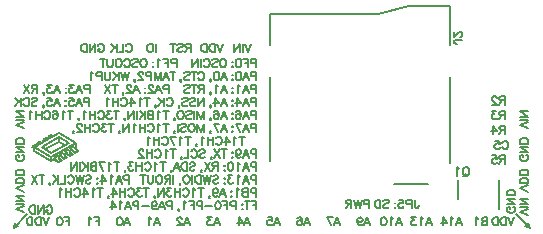
<source format=gbo>
%FSLAX46Y46*%
%MOMM*%
%ADD10C,0.150000*%
G01*
G01*
%LPD*%
D10*
X19733334Y10166667D02*
X19733334Y10866667D01*
D10*
X19433334Y10866667D02*
X19733334Y10866667D01*
D10*
X19333334Y10833333D02*
X19433334Y10866667D01*
D10*
X19300000Y10800000D02*
X19333334Y10833333D01*
D10*
X19266666Y10733333D02*
X19300000Y10800000D01*
D10*
X19266666Y10666667D02*
X19266666Y10733333D01*
D10*
X19300000Y10600000D02*
X19266666Y10666667D01*
D10*
X19333334Y10566667D02*
X19300000Y10600000D01*
D10*
X19433334Y10533333D02*
X19333334Y10566667D01*
D10*
X19733334Y10533333D02*
X19433334Y10533333D01*
D10*
X19266666Y10166667D02*
X19500000Y10533333D01*
D10*
X18633334Y10866667D02*
X19000000Y10866667D01*
D10*
X18833334Y10600000D02*
X18633334Y10866667D01*
D10*
X18733334Y10600000D02*
X18833334Y10600000D01*
D10*
X18666666Y10566667D02*
X18733334Y10600000D01*
D10*
X18633334Y10533333D02*
X18666666Y10566667D01*
D10*
X18600000Y10433333D02*
X18633334Y10533333D01*
D10*
X18600000Y10366667D02*
X18600000Y10433333D01*
D10*
X18633334Y10266667D02*
X18600000Y10366667D01*
D10*
X18700000Y10200000D02*
X18633334Y10266667D01*
D10*
X18800000Y10166667D02*
X18700000Y10200000D01*
D10*
X18900000Y10166667D02*
X18800000Y10166667D01*
D10*
X19000000Y10200000D02*
X18900000Y10166667D01*
D10*
X19033334Y10233333D02*
X19000000Y10200000D01*
D10*
X19066666Y10300000D02*
X19033334Y10233333D01*
D10*
X-4354667Y1190666D02*
X-4621333Y1890666D01*
D10*
X-4888000Y1190666D02*
X-4621333Y1890666D01*
D10*
X-4788000Y1424000D02*
X-4454667Y1424000D01*
D10*
X-5454666Y1890666D02*
X-5088000Y1890666D01*
D10*
X-5254666Y1624000D02*
X-5454666Y1890666D01*
D10*
X-5354666Y1624000D02*
X-5254666Y1624000D01*
D10*
X-5421333Y1590666D02*
X-5354666Y1624000D01*
D10*
X-5454666Y1557333D02*
X-5421333Y1590666D01*
D10*
X-5488000Y1457333D02*
X-5454666Y1557333D01*
D10*
X-5488000Y1390666D02*
X-5488000Y1457333D01*
D10*
X-5454666Y1290666D02*
X-5488000Y1390666D01*
D10*
X-5388000Y1224000D02*
X-5454666Y1290666D01*
D10*
X-5288000Y1190666D02*
X-5388000Y1224000D01*
D10*
X-5188000Y1190666D02*
X-5288000Y1190666D01*
D10*
X-5088000Y1224000D02*
X-5188000Y1190666D01*
D10*
X-5054666Y1257333D02*
X-5088000Y1224000D01*
D10*
X-5021333Y1324000D02*
X-5054666Y1257333D01*
D10*
X18251334Y1190666D02*
X18251334Y1890666D01*
D10*
X17951334Y1890666D02*
X18251334Y1890666D01*
D10*
X17851334Y1857333D02*
X17951334Y1890666D01*
D10*
X17818000Y1824000D02*
X17851334Y1857333D01*
D10*
X17784666Y1757333D02*
X17818000Y1824000D01*
D10*
X17784666Y1690666D02*
X17784666Y1757333D01*
D10*
X17818000Y1624000D02*
X17784666Y1690666D01*
D10*
X17851334Y1590666D02*
X17818000Y1624000D01*
D10*
X17951334Y1557333D02*
X17851334Y1590666D01*
D10*
X17951334Y1557333D02*
X18251334Y1557333D01*
D10*
X17851334Y1524000D02*
X17951334Y1557333D01*
D10*
X17818000Y1490666D02*
X17851334Y1524000D01*
D10*
X17784666Y1424000D02*
X17818000Y1490666D01*
D10*
X17784666Y1324000D02*
X17784666Y1424000D01*
D10*
X17818000Y1257333D02*
X17784666Y1324000D01*
D10*
X17851334Y1224000D02*
X17818000Y1257333D01*
D10*
X17951334Y1190666D02*
X17851334Y1224000D01*
D10*
X18251334Y1190666D02*
X17951334Y1190666D01*
D10*
X17418000Y1790666D02*
X17484666Y1757333D01*
D10*
X17318000Y1890666D02*
X17418000Y1790666D01*
D10*
X17318000Y1190666D02*
X17318000Y1890666D01*
D10*
X-12310000Y16486667D02*
X-12343333Y16420000D01*
D10*
X-12243333Y16553333D02*
X-12310000Y16486667D01*
D10*
X-12176667Y16586667D02*
X-12243333Y16553333D01*
D10*
X-12043333Y16586667D02*
X-12176667Y16586667D01*
D10*
X-11976667Y16553333D02*
X-12043333Y16586667D01*
D10*
X-11910000Y16486667D02*
X-11976667Y16553333D01*
D10*
X-11876667Y16420000D02*
X-11910000Y16486667D01*
D10*
X-11843333Y16320000D02*
X-11876667Y16420000D01*
D10*
X-11843333Y16153333D02*
X-11843333Y16320000D01*
D10*
X-11876667Y16053333D02*
X-11843333Y16153333D01*
D10*
X-11910000Y15986667D02*
X-11876667Y16053333D01*
D10*
X-11976667Y15920000D02*
X-11910000Y15986667D01*
D10*
X-12043333Y15886667D02*
X-11976667Y15920000D01*
D10*
X-12176667Y15886667D02*
X-12043333Y15886667D01*
D10*
X-12243333Y15920000D02*
X-12176667Y15886667D01*
D10*
X-12310000Y15986667D02*
X-12243333Y15920000D01*
D10*
X-12343333Y16053333D02*
X-12310000Y15986667D01*
D10*
X-12576667Y15886667D02*
X-12576667Y16586667D01*
D10*
X-12976667Y15886667D02*
X-12576667Y15886667D01*
D10*
X-13143333Y15886667D02*
X-13143333Y16586667D01*
D10*
X-13143333Y16120000D02*
X-13610000Y16586667D01*
D10*
X-13610000Y15886667D02*
X-13310000Y16286667D01*
D10*
X725333Y1190666D02*
X458666Y1890666D01*
D10*
X192000Y1190666D02*
X458666Y1890666D01*
D10*
X292000Y1424000D02*
X625333Y1424000D01*
D10*
X-8000Y1890666D02*
X-341333Y1890666D01*
D10*
X25333Y1590666D02*
X-8000Y1890666D01*
D10*
X-8000Y1624000D02*
X25333Y1590666D01*
D10*
X-108000Y1657333D02*
X-8000Y1624000D01*
D10*
X-208000Y1657333D02*
X-108000Y1657333D01*
D10*
X-308000Y1624000D02*
X-208000Y1657333D01*
D10*
X-374666Y1557333D02*
X-308000Y1624000D01*
D10*
X-408000Y1457333D02*
X-374666Y1557333D01*
D10*
X-408000Y1390666D02*
X-408000Y1457333D01*
D10*
X-374666Y1290666D02*
X-408000Y1390666D01*
D10*
X-308000Y1224000D02*
X-374666Y1290666D01*
D10*
X-208000Y1190666D02*
X-308000Y1224000D01*
D10*
X-108000Y1190666D02*
X-208000Y1190666D01*
D10*
X-8000Y1224000D02*
X-108000Y1190666D01*
D10*
X25333Y1257333D02*
X-8000Y1224000D01*
D10*
X58666Y1324000D02*
X25333Y1257333D01*
D10*
X-9434667Y1190666D02*
X-9701333Y1890666D01*
D10*
X-9968000Y1190666D02*
X-9701333Y1890666D01*
D10*
X-9868000Y1424000D02*
X-9534667Y1424000D01*
D10*
X-10268000Y1790666D02*
X-10201333Y1757333D01*
D10*
X-10368000Y1890666D02*
X-10268000Y1790666D01*
D10*
X-10368000Y1190666D02*
X-10368000Y1890666D01*
D10*
X-19136000Y1190666D02*
X-18869334Y1890666D01*
D10*
X-19136000Y1190666D02*
X-19402666Y1890666D01*
D10*
X-19569334Y1190666D02*
X-19569334Y1890666D01*
D10*
X-19802666Y1890666D02*
X-19569334Y1890666D01*
D10*
X-19902666Y1857333D02*
X-19802666Y1890666D01*
D10*
X-19969334Y1790666D02*
X-19902666Y1857333D01*
D10*
X-20002666Y1724000D02*
X-19969334Y1790666D01*
D10*
X-20036000Y1624000D02*
X-20002666Y1724000D01*
D10*
X-20036000Y1457333D02*
X-20036000Y1624000D01*
D10*
X-20002666Y1357333D02*
X-20036000Y1457333D01*
D10*
X-19969334Y1290666D02*
X-20002666Y1357333D01*
D10*
X-19902666Y1224000D02*
X-19969334Y1290666D01*
D10*
X-19802666Y1190666D02*
X-19902666Y1224000D01*
D10*
X-19569334Y1190666D02*
X-19802666Y1190666D01*
D10*
X-20269334Y1190666D02*
X-20269334Y1890666D01*
D10*
X-20502666Y1890666D02*
X-20269334Y1890666D01*
D10*
X-20602666Y1857333D02*
X-20502666Y1890666D01*
D10*
X-20669334Y1790666D02*
X-20602666Y1857333D01*
D10*
X-20702666Y1724000D02*
X-20669334Y1790666D01*
D10*
X-20736000Y1624000D02*
X-20702666Y1724000D01*
D10*
X-20736000Y1457333D02*
X-20736000Y1624000D01*
D10*
X-20702666Y1357333D02*
X-20736000Y1457333D01*
D10*
X-20669334Y1290666D02*
X-20702666Y1357333D01*
D10*
X-20602666Y1224000D02*
X-20669334Y1290666D01*
D10*
X-20502666Y1190666D02*
X-20602666Y1224000D01*
D10*
X-20269334Y1190666D02*
X-20502666Y1190666D01*
D10*
X21002666Y9675000D02*
X21702666Y9408333D01*
D10*
X21002666Y9675000D02*
X21702666Y9941667D01*
D10*
X21002666Y10108333D02*
X21702666Y10108333D01*
D10*
X21002666Y10375000D02*
X21702666Y10375000D01*
D10*
X21002666Y10841667D02*
X21702666Y10375000D01*
D10*
X21002666Y10841667D02*
X21702666Y10841667D01*
D10*
X-2000000Y15886667D02*
X-1733333Y16586667D01*
D10*
X-2000000Y15886667D02*
X-2266666Y16586667D01*
D10*
X-2433333Y15886667D02*
X-2433333Y16586667D01*
D10*
X-2700000Y15886667D02*
X-2700000Y16586667D01*
D10*
X-3166666Y15886667D02*
X-2700000Y16586667D01*
D10*
X-3166666Y15886667D02*
X-3166666Y16586667D01*
D10*
X21002666Y2305000D02*
X21702666Y2038333D01*
D10*
X21002666Y2305000D02*
X21702666Y2571666D01*
D10*
X21002666Y2738333D02*
X21702666Y2738333D01*
D10*
X21002666Y3005000D02*
X21702666Y3005000D01*
D10*
X21002666Y3471666D02*
X21702666Y3005000D01*
D10*
X21002666Y3471666D02*
X21702666Y3471666D01*
D10*
X20516666Y2733666D02*
X20450000Y2767000D01*
D10*
X20583334Y2667000D02*
X20516666Y2733666D01*
D10*
X20616666Y2600333D02*
X20583334Y2667000D01*
D10*
X20616666Y2467000D02*
X20616666Y2600333D01*
D10*
X20583334Y2400333D02*
X20616666Y2467000D01*
D10*
X20516666Y2333666D02*
X20583334Y2400333D01*
D10*
X20450000Y2300333D02*
X20516666Y2333666D01*
D10*
X20350000Y2267000D02*
X20450000Y2300333D01*
D10*
X20183334Y2267000D02*
X20350000Y2267000D01*
D10*
X20083334Y2300333D02*
X20183334Y2267000D01*
D10*
X20016666Y2333666D02*
X20083334Y2300333D01*
D10*
X19950000Y2400333D02*
X20016666Y2333666D01*
D10*
X19916666Y2467000D02*
X19950000Y2400333D01*
D10*
X19916666Y2600333D02*
X19916666Y2467000D01*
D10*
X19950000Y2667000D02*
X19916666Y2600333D01*
D10*
X20016666Y2733666D02*
X19950000Y2667000D01*
D10*
X20083334Y2767000D02*
X20016666Y2733666D01*
D10*
X20183334Y2767000D02*
X20083334Y2767000D01*
D10*
X20183334Y2767000D02*
X20183334Y2600333D01*
D10*
X19916666Y3000333D02*
X20616666Y3000333D01*
D10*
X19916666Y3467000D02*
X20616666Y3000333D01*
D10*
X19916666Y3467000D02*
X20616666Y3467000D01*
D10*
X19916666Y3733666D02*
X20616666Y3733666D01*
D10*
X20616666Y3967000D02*
X20616666Y3733666D01*
D10*
X20583334Y4067000D02*
X20616666Y3967000D01*
D10*
X20516666Y4133666D02*
X20583334Y4067000D01*
D10*
X20450000Y4167000D02*
X20516666Y4133666D01*
D10*
X20350000Y4200333D02*
X20450000Y4167000D01*
D10*
X20183334Y4200333D02*
X20350000Y4200333D01*
D10*
X20083334Y4167000D02*
X20183334Y4200333D01*
D10*
X20016666Y4133666D02*
X20083334Y4167000D01*
D10*
X19950000Y4067000D02*
X20016666Y4133666D01*
D10*
X19916666Y3967000D02*
X19950000Y4067000D01*
D10*
X19916666Y3733666D02*
X19916666Y3967000D01*
D10*
X-1814666Y1190666D02*
X-2081333Y1890666D01*
D10*
X-2348000Y1190666D02*
X-2081333Y1890666D01*
D10*
X-2248000Y1424000D02*
X-1914666Y1424000D01*
D10*
X-2481333Y1424000D02*
X-2814666Y1890666D01*
D10*
X-2981333Y1424000D02*
X-2481333Y1424000D01*
D10*
X-2814666Y1190666D02*
X-2814666Y1890666D01*
D10*
X-21069334Y7122333D02*
X-21136000Y7155667D01*
D10*
X-21002666Y7055667D02*
X-21069334Y7122333D01*
D10*
X-20969334Y6989000D02*
X-21002666Y7055667D01*
D10*
X-20969334Y6855667D02*
X-20969334Y6989000D01*
D10*
X-21002666Y6789000D02*
X-20969334Y6855667D01*
D10*
X-21069334Y6722333D02*
X-21002666Y6789000D01*
D10*
X-21136000Y6689000D02*
X-21069334Y6722333D01*
D10*
X-21236000Y6655667D02*
X-21136000Y6689000D01*
D10*
X-21402666Y6655667D02*
X-21236000Y6655667D01*
D10*
X-21502666Y6689000D02*
X-21402666Y6655667D01*
D10*
X-21569334Y6722333D02*
X-21502666Y6689000D01*
D10*
X-21636000Y6789000D02*
X-21569334Y6722333D01*
D10*
X-21669334Y6855667D02*
X-21636000Y6789000D01*
D10*
X-21669334Y6989000D02*
X-21669334Y6855667D01*
D10*
X-21636000Y7055667D02*
X-21669334Y6989000D01*
D10*
X-21569334Y7122333D02*
X-21636000Y7055667D01*
D10*
X-21502666Y7155667D02*
X-21569334Y7122333D01*
D10*
X-21402666Y7155667D02*
X-21502666Y7155667D01*
D10*
X-21402666Y7155667D02*
X-21402666Y6989000D01*
D10*
X-21669334Y7389000D02*
X-20969334Y7389000D01*
D10*
X-21669334Y7855666D02*
X-20969334Y7389000D01*
D10*
X-21669334Y7855666D02*
X-20969334Y7855666D01*
D10*
X-21669334Y8122333D02*
X-20969334Y8122333D01*
D10*
X-20969334Y8355666D02*
X-20969334Y8122333D01*
D10*
X-21002666Y8455667D02*
X-20969334Y8355666D01*
D10*
X-21069334Y8522333D02*
X-21002666Y8455667D01*
D10*
X-21136000Y8555667D02*
X-21069334Y8522333D01*
D10*
X-21236000Y8589000D02*
X-21136000Y8555667D01*
D10*
X-21402666Y8589000D02*
X-21236000Y8589000D01*
D10*
X-21502666Y8555667D02*
X-21402666Y8589000D01*
D10*
X-21569334Y8522333D02*
X-21502666Y8555667D01*
D10*
X-21636000Y8455667D02*
X-21569334Y8522333D01*
D10*
X-21669334Y8355666D02*
X-21636000Y8455667D01*
D10*
X-21669334Y8122333D02*
X-21669334Y8355666D01*
D10*
X-19059334Y2790666D02*
X-19092666Y2724000D01*
D10*
X-18992666Y2857333D02*
X-19059334Y2790666D01*
D10*
X-18926000Y2890666D02*
X-18992666Y2857333D01*
D10*
X-18792666Y2890666D02*
X-18926000Y2890666D01*
D10*
X-18726000Y2857333D02*
X-18792666Y2890666D01*
D10*
X-18659334Y2790666D02*
X-18726000Y2857333D01*
D10*
X-18626000Y2724000D02*
X-18659334Y2790666D01*
D10*
X-18592666Y2624000D02*
X-18626000Y2724000D01*
D10*
X-18592666Y2457333D02*
X-18592666Y2624000D01*
D10*
X-18626000Y2357333D02*
X-18592666Y2457333D01*
D10*
X-18659334Y2290666D02*
X-18626000Y2357333D01*
D10*
X-18726000Y2224000D02*
X-18659334Y2290666D01*
D10*
X-18792666Y2190666D02*
X-18726000Y2224000D01*
D10*
X-18926000Y2190666D02*
X-18792666Y2190666D01*
D10*
X-18992666Y2224000D02*
X-18926000Y2190666D01*
D10*
X-19059334Y2290666D02*
X-18992666Y2224000D01*
D10*
X-19092666Y2357333D02*
X-19059334Y2290666D01*
D10*
X-19092666Y2457333D02*
X-19092666Y2357333D01*
D10*
X-19092666Y2457333D02*
X-18926000Y2457333D01*
D10*
X-19326000Y2190666D02*
X-19326000Y2890666D01*
D10*
X-19792666Y2190666D02*
X-19326000Y2890666D01*
D10*
X-19792666Y2190666D02*
X-19792666Y2890666D01*
D10*
X-20059334Y2190666D02*
X-20059334Y2890666D01*
D10*
X-20292666Y2890666D02*
X-20059334Y2890666D01*
D10*
X-20392666Y2857333D02*
X-20292666Y2890666D01*
D10*
X-20459334Y2790666D02*
X-20392666Y2857333D01*
D10*
X-20492666Y2724000D02*
X-20459334Y2790666D01*
D10*
X-20526000Y2624000D02*
X-20492666Y2724000D01*
D10*
X-20526000Y2457333D02*
X-20526000Y2624000D01*
D10*
X-20492666Y2357333D02*
X-20526000Y2457333D01*
D10*
X-20459334Y2290666D02*
X-20492666Y2357333D01*
D10*
X-20392666Y2224000D02*
X-20459334Y2290666D01*
D10*
X-20292666Y2190666D02*
X-20392666Y2224000D01*
D10*
X-20059334Y2190666D02*
X-20292666Y2190666D01*
D10*
X19550000Y8266666D02*
X19516666Y8200000D01*
D10*
X19616666Y8333333D02*
X19550000Y8266666D01*
D10*
X19683334Y8366666D02*
X19616666Y8333333D01*
D10*
X19816666Y8366666D02*
X19683334Y8366666D01*
D10*
X19883334Y8333333D02*
X19816666Y8366666D01*
D10*
X19950000Y8266666D02*
X19883334Y8333333D01*
D10*
X19983334Y8200000D02*
X19950000Y8266666D01*
D10*
X20016666Y8100000D02*
X19983334Y8200000D01*
D10*
X20016666Y7933333D02*
X20016666Y8100000D01*
D10*
X19983334Y7833333D02*
X20016666Y7933333D01*
D10*
X19950000Y7766666D02*
X19983334Y7833333D01*
D10*
X19883334Y7700000D02*
X19950000Y7766666D01*
D10*
X19816666Y7666666D02*
X19883334Y7700000D01*
D10*
X19683334Y7666666D02*
X19816666Y7666666D01*
D10*
X19616666Y7700000D02*
X19683334Y7666666D01*
D10*
X19550000Y7766666D02*
X19616666Y7700000D01*
D10*
X19516666Y7833333D02*
X19550000Y7766666D01*
D10*
X19250000Y8366666D02*
X18916666Y8366666D01*
D10*
X19283334Y8066666D02*
X19250000Y8366666D01*
D10*
X19250000Y8100000D02*
X19283334Y8066666D01*
D10*
X19150000Y8133333D02*
X19250000Y8100000D01*
D10*
X19050000Y8133333D02*
X19150000Y8133333D01*
D10*
X18950000Y8100000D02*
X19050000Y8133333D01*
D10*
X18883334Y8033333D02*
X18950000Y8100000D01*
D10*
X18850000Y7933333D02*
X18883334Y8033333D01*
D10*
X18850000Y7866666D02*
X18850000Y7933333D01*
D10*
X18883334Y7766666D02*
X18850000Y7866666D01*
D10*
X18950000Y7700000D02*
X18883334Y7766666D01*
D10*
X19050000Y7666666D02*
X18950000Y7700000D01*
D10*
X19150000Y7666666D02*
X19050000Y7666666D01*
D10*
X19250000Y7700000D02*
X19150000Y7666666D01*
D10*
X19283334Y7733333D02*
X19250000Y7700000D01*
D10*
X19316666Y7800000D02*
X19283334Y7733333D01*
D10*
X-6894667Y1190666D02*
X-7161333Y1890666D01*
D10*
X-7428000Y1190666D02*
X-7161333Y1890666D01*
D10*
X-7328000Y1424000D02*
X-6994667Y1424000D01*
D10*
X-7594666Y1757333D02*
X-7594666Y1724000D01*
D10*
X-7628000Y1824000D02*
X-7594666Y1757333D01*
D10*
X-7661333Y1857333D02*
X-7628000Y1824000D01*
D10*
X-7728000Y1890666D02*
X-7661333Y1857333D01*
D10*
X-7861333Y1890666D02*
X-7728000Y1890666D01*
D10*
X-7928000Y1857333D02*
X-7861333Y1890666D01*
D10*
X-7961333Y1824000D02*
X-7928000Y1857333D01*
D10*
X-7994666Y1757333D02*
X-7961333Y1824000D01*
D10*
X-7994666Y1690666D02*
X-7994666Y1757333D01*
D10*
X-7961333Y1624000D02*
X-7994666Y1690666D01*
D10*
X-7894666Y1524000D02*
X-7961333Y1624000D01*
D10*
X-7561333Y1190666D02*
X-7894666Y1524000D01*
D10*
X-8028000Y1190666D02*
X-7561333Y1190666D01*
D10*
X20254000Y1190666D02*
X20520666Y1890666D01*
D10*
X20254000Y1190666D02*
X19987334Y1890666D01*
D10*
X19820666Y1190666D02*
X19820666Y1890666D01*
D10*
X19587334Y1890666D02*
X19820666Y1890666D01*
D10*
X19487334Y1857333D02*
X19587334Y1890666D01*
D10*
X19420666Y1790666D02*
X19487334Y1857333D01*
D10*
X19387334Y1724000D02*
X19420666Y1790666D01*
D10*
X19354000Y1624000D02*
X19387334Y1724000D01*
D10*
X19354000Y1457333D02*
X19354000Y1624000D01*
D10*
X19387334Y1357333D02*
X19354000Y1457333D01*
D10*
X19420666Y1290666D02*
X19387334Y1357333D01*
D10*
X19487334Y1224000D02*
X19420666Y1290666D01*
D10*
X19587334Y1190666D02*
X19487334Y1224000D01*
D10*
X19820666Y1190666D02*
X19587334Y1190666D01*
D10*
X19120666Y1190666D02*
X19120666Y1890666D01*
D10*
X18887334Y1890666D02*
X19120666Y1890666D01*
D10*
X18787334Y1857333D02*
X18887334Y1890666D01*
D10*
X18720666Y1790666D02*
X18787334Y1857333D01*
D10*
X18687334Y1724000D02*
X18720666Y1790666D01*
D10*
X18654000Y1624000D02*
X18687334Y1724000D01*
D10*
X18654000Y1457333D02*
X18654000Y1624000D01*
D10*
X18687334Y1357333D02*
X18654000Y1457333D01*
D10*
X18720666Y1290666D02*
X18687334Y1357333D01*
D10*
X18787334Y1224000D02*
X18720666Y1290666D01*
D10*
X18887334Y1190666D02*
X18787334Y1224000D01*
D10*
X19120666Y1190666D02*
X18887334Y1190666D01*
D10*
X-21669334Y2555000D02*
X-20969334Y2288333D01*
D10*
X-21669334Y2555000D02*
X-20969334Y2821666D01*
D10*
X-21669334Y2988333D02*
X-20969334Y2988333D01*
D10*
X-21669334Y3255000D02*
X-20969334Y3255000D01*
D10*
X-21669334Y3721666D02*
X-20969334Y3255000D01*
D10*
X-21669334Y3721666D02*
X-20969334Y3721666D01*
D10*
X19733334Y11416667D02*
X19733334Y12116667D01*
D10*
X19433334Y12116667D02*
X19733334Y12116667D01*
D10*
X19333334Y12083333D02*
X19433334Y12116667D01*
D10*
X19300000Y12050000D02*
X19333334Y12083333D01*
D10*
X19266666Y11983333D02*
X19300000Y12050000D01*
D10*
X19266666Y11916667D02*
X19266666Y11983333D01*
D10*
X19300000Y11850000D02*
X19266666Y11916667D01*
D10*
X19333334Y11816667D02*
X19300000Y11850000D01*
D10*
X19433334Y11783333D02*
X19333334Y11816667D01*
D10*
X19733334Y11783333D02*
X19433334Y11783333D01*
D10*
X19266666Y11416667D02*
X19500000Y11783333D01*
D10*
X19033334Y11983333D02*
X19033334Y11950000D01*
D10*
X19000000Y12050000D02*
X19033334Y11983333D01*
D10*
X18966666Y12083333D02*
X19000000Y12050000D01*
D10*
X18900000Y12116667D02*
X18966666Y12083333D01*
D10*
X18766666Y12116667D02*
X18900000Y12116667D01*
D10*
X18700000Y12083333D02*
X18766666Y12116667D01*
D10*
X18666666Y12050000D02*
X18700000Y12083333D01*
D10*
X18633334Y11983333D02*
X18666666Y12050000D01*
D10*
X18633334Y11916667D02*
X18633334Y11983333D01*
D10*
X18666666Y11850000D02*
X18633334Y11916667D01*
D10*
X18733334Y11750000D02*
X18666666Y11850000D01*
D10*
X19066666Y11416667D02*
X18733334Y11750000D01*
D10*
X18600000Y11416667D02*
X19066666Y11416667D01*
D10*
X-9803333Y15886667D02*
X-9803333Y16586667D01*
D10*
X-10170000Y16553333D02*
X-10236667Y16586667D01*
D10*
X-10103333Y16486667D02*
X-10170000Y16553333D01*
D10*
X-10070000Y16420000D02*
X-10103333Y16486667D01*
D10*
X-10036667Y16320000D02*
X-10070000Y16420000D01*
D10*
X-10036667Y16153333D02*
X-10036667Y16320000D01*
D10*
X-10070000Y16053333D02*
X-10036667Y16153333D01*
D10*
X-10103333Y15986667D02*
X-10070000Y16053333D01*
D10*
X-10170000Y15920000D02*
X-10103333Y15986667D01*
D10*
X-10236667Y15886667D02*
X-10170000Y15920000D01*
D10*
X-10370000Y15886667D02*
X-10236667Y15886667D01*
D10*
X-10436667Y15920000D02*
X-10370000Y15886667D01*
D10*
X-10503333Y15986667D02*
X-10436667Y15920000D01*
D10*
X-10536667Y16053333D02*
X-10503333Y15986667D01*
D10*
X-10570000Y16153333D02*
X-10536667Y16053333D01*
D10*
X-10570000Y16320000D02*
X-10570000Y16153333D01*
D10*
X-10536667Y16420000D02*
X-10570000Y16320000D01*
D10*
X-10503333Y16486667D02*
X-10536667Y16420000D01*
D10*
X-10436667Y16553333D02*
X-10503333Y16486667D01*
D10*
X-10370000Y16586667D02*
X-10436667Y16553333D01*
D10*
X-10236667Y16586667D02*
X-10370000Y16586667D01*
D10*
X-6863333Y15886667D02*
X-6863333Y16586667D01*
D10*
X-7163333Y16586667D02*
X-6863333Y16586667D01*
D10*
X-7263333Y16553333D02*
X-7163333Y16586667D01*
D10*
X-7296667Y16520000D02*
X-7263333Y16553333D01*
D10*
X-7330000Y16453333D02*
X-7296667Y16520000D01*
D10*
X-7330000Y16386667D02*
X-7330000Y16453333D01*
D10*
X-7296667Y16320000D02*
X-7330000Y16386667D01*
D10*
X-7263333Y16286667D02*
X-7296667Y16320000D01*
D10*
X-7163333Y16253333D02*
X-7263333Y16286667D01*
D10*
X-6863333Y16253333D02*
X-7163333Y16253333D01*
D10*
X-7330000Y15886667D02*
X-7096667Y16253333D01*
D10*
X-7930000Y16553333D02*
X-7996666Y16486667D01*
D10*
X-7830000Y16586667D02*
X-7930000Y16553333D01*
D10*
X-7696666Y16586667D02*
X-7830000Y16586667D01*
D10*
X-7596666Y16553333D02*
X-7696666Y16586667D01*
D10*
X-7530000Y16486667D02*
X-7596666Y16553333D01*
D10*
X-7530000Y16420000D02*
X-7530000Y16486667D01*
D10*
X-7563333Y16353333D02*
X-7530000Y16420000D01*
D10*
X-7596666Y16320000D02*
X-7563333Y16353333D01*
D10*
X-7663333Y16286667D02*
X-7596666Y16320000D01*
D10*
X-7863333Y16220000D02*
X-7663333Y16286667D01*
D10*
X-7930000Y16186667D02*
X-7863333Y16220000D01*
D10*
X-7963333Y16153333D02*
X-7930000Y16186667D01*
D10*
X-7996666Y16086667D02*
X-7963333Y16153333D01*
D10*
X-7996666Y15986667D02*
X-7996666Y16086667D01*
D10*
X-7930000Y15920000D02*
X-7996666Y15986667D01*
D10*
X-7830000Y15886667D02*
X-7930000Y15920000D01*
D10*
X-7696666Y15886667D02*
X-7830000Y15886667D01*
D10*
X-7596666Y15920000D02*
X-7696666Y15886667D01*
D10*
X-7530000Y15986667D02*
X-7596666Y15920000D01*
D10*
X-8363333Y15886667D02*
X-8363333Y16586667D01*
D10*
X-8596667Y16586667D02*
X-8130000Y16586667D01*
D10*
X21002666Y4322000D02*
X21702666Y4055333D01*
D10*
X21002666Y4322000D02*
X21702666Y4588667D01*
D10*
X21002666Y4755333D02*
X21702666Y4755333D01*
D10*
X21702666Y4988666D02*
X21702666Y4755333D01*
D10*
X21669334Y5088666D02*
X21702666Y4988666D01*
D10*
X21602666Y5155333D02*
X21669334Y5088666D01*
D10*
X21536000Y5188666D02*
X21602666Y5155333D01*
D10*
X21436000Y5222000D02*
X21536000Y5188666D01*
D10*
X21269334Y5222000D02*
X21436000Y5222000D01*
D10*
X21169334Y5188666D02*
X21269334Y5222000D01*
D10*
X21102666Y5155333D02*
X21169334Y5188666D01*
D10*
X21036000Y5088666D02*
X21102666Y5155333D01*
D10*
X21002666Y4988666D02*
X21036000Y5088666D01*
D10*
X21002666Y4755333D02*
X21002666Y4988666D01*
D10*
X21002666Y5455333D02*
X21702666Y5455333D01*
D10*
X21702666Y5688666D02*
X21702666Y5455333D01*
D10*
X21669334Y5788666D02*
X21702666Y5688666D01*
D10*
X21602666Y5855333D02*
X21669334Y5788666D01*
D10*
X21536000Y5888666D02*
X21602666Y5855333D01*
D10*
X21436000Y5922000D02*
X21536000Y5888666D01*
D10*
X21269334Y5922000D02*
X21436000Y5922000D01*
D10*
X21169334Y5888666D02*
X21269334Y5922000D01*
D10*
X21102666Y5855333D02*
X21169334Y5888666D01*
D10*
X21036000Y5788666D02*
X21102666Y5855333D01*
D10*
X21002666Y5688666D02*
X21036000Y5788666D01*
D10*
X21002666Y5455333D02*
X21002666Y5688666D01*
D10*
X-14683333Y16486667D02*
X-14716667Y16420000D01*
D10*
X-14616667Y16553333D02*
X-14683333Y16486667D01*
D10*
X-14550000Y16586667D02*
X-14616667Y16553333D01*
D10*
X-14416667Y16586667D02*
X-14550000Y16586667D01*
D10*
X-14350000Y16553333D02*
X-14416667Y16586667D01*
D10*
X-14283333Y16486667D02*
X-14350000Y16553333D01*
D10*
X-14250000Y16420000D02*
X-14283333Y16486667D01*
D10*
X-14216667Y16320000D02*
X-14250000Y16420000D01*
D10*
X-14216667Y16153333D02*
X-14216667Y16320000D01*
D10*
X-14250000Y16053333D02*
X-14216667Y16153333D01*
D10*
X-14283333Y15986667D02*
X-14250000Y16053333D01*
D10*
X-14350000Y15920000D02*
X-14283333Y15986667D01*
D10*
X-14416667Y15886667D02*
X-14350000Y15920000D01*
D10*
X-14550000Y15886667D02*
X-14416667Y15886667D01*
D10*
X-14616667Y15920000D02*
X-14550000Y15886667D01*
D10*
X-14683333Y15986667D02*
X-14616667Y15920000D01*
D10*
X-14716667Y16053333D02*
X-14683333Y15986667D01*
D10*
X-14716667Y16153333D02*
X-14716667Y16053333D01*
D10*
X-14716667Y16153333D02*
X-14550000Y16153333D01*
D10*
X-14950000Y15886667D02*
X-14950000Y16586667D01*
D10*
X-15416667Y15886667D02*
X-14950000Y16586667D01*
D10*
X-15416667Y15886667D02*
X-15416667Y16586667D01*
D10*
X-15683333Y15886667D02*
X-15683333Y16586667D01*
D10*
X-15916667Y16586667D02*
X-15683333Y16586667D01*
D10*
X-16016667Y16553333D02*
X-15916667Y16586667D01*
D10*
X-16083333Y16486667D02*
X-16016667Y16553333D01*
D10*
X-16116667Y16420000D02*
X-16083333Y16486667D01*
D10*
X-16150000Y16320000D02*
X-16116667Y16420000D01*
D10*
X-16150000Y16153333D02*
X-16150000Y16320000D01*
D10*
X-16116667Y16053333D02*
X-16150000Y16153333D01*
D10*
X-16083333Y15986667D02*
X-16116667Y16053333D01*
D10*
X-16016667Y15920000D02*
X-16083333Y15986667D01*
D10*
X-15916667Y15886667D02*
X-16016667Y15920000D01*
D10*
X-15683333Y15886667D02*
X-15916667Y15886667D01*
D10*
X8345333Y1190666D02*
X8078666Y1890666D01*
D10*
X7812000Y1190666D02*
X8078666Y1890666D01*
D10*
X7912000Y1424000D02*
X8245333Y1424000D01*
D10*
X7278666Y1557333D02*
X7245333Y1657333D01*
D10*
X7345333Y1490666D02*
X7278666Y1557333D01*
D10*
X7445333Y1457333D02*
X7345333Y1490666D01*
D10*
X7478666Y1457333D02*
X7445333Y1457333D01*
D10*
X7578666Y1490666D02*
X7478666Y1457333D01*
D10*
X7645333Y1557333D02*
X7578666Y1490666D01*
D10*
X7678666Y1657333D02*
X7645333Y1557333D01*
D10*
X7678666Y1690666D02*
X7678666Y1657333D01*
D10*
X7645333Y1790666D02*
X7678666Y1690666D01*
D10*
X7578666Y1857333D02*
X7645333Y1790666D01*
D10*
X7478666Y1890666D02*
X7578666Y1857333D01*
D10*
X7445333Y1890666D02*
X7478666Y1890666D01*
D10*
X7345333Y1857333D02*
X7445333Y1890666D01*
D10*
X7278666Y1790666D02*
X7345333Y1857333D01*
D10*
X7245333Y1657333D02*
X7278666Y1790666D01*
D10*
X7245333Y1490666D02*
X7245333Y1657333D01*
D10*
X7278666Y1324000D02*
X7245333Y1490666D01*
D10*
X7345333Y1224000D02*
X7278666Y1324000D01*
D10*
X7445333Y1190666D02*
X7345333Y1224000D01*
D10*
X7512000Y1190666D02*
X7445333Y1190666D01*
D10*
X7612000Y1224000D02*
X7512000Y1190666D01*
D10*
X7645333Y1290666D02*
X7612000Y1224000D01*
D10*
X15583333Y16900000D02*
X16116667Y16900000D01*
D10*
X15483333Y16866666D02*
X15583333Y16900000D01*
D10*
X15450000Y16833334D02*
X15483333Y16866666D01*
D10*
X15416667Y16766667D02*
X15450000Y16833334D01*
D10*
X15416667Y16700000D02*
X15416667Y16766667D01*
D10*
X15450000Y16633333D02*
X15416667Y16700000D01*
D10*
X15483333Y16600000D02*
X15450000Y16633333D01*
D10*
X15583333Y16566667D02*
X15483333Y16600000D01*
D10*
X15650000Y16566667D02*
X15583333Y16566667D01*
D10*
X15983333Y17166666D02*
X15950000Y17166666D01*
D10*
X16050000Y17200000D02*
X15983333Y17166666D01*
D10*
X16083333Y17233334D02*
X16050000Y17200000D01*
D10*
X16116667Y17300000D02*
X16083333Y17233334D01*
D10*
X16116667Y17433334D02*
X16116667Y17300000D01*
D10*
X16083333Y17500000D02*
X16116667Y17433334D01*
D10*
X16050000Y17533334D02*
X16083333Y17500000D01*
D10*
X15983333Y17566666D02*
X16050000Y17533334D01*
D10*
X15916667Y17566666D02*
X15983333Y17566666D01*
D10*
X15850000Y17533334D02*
X15916667Y17566666D01*
D10*
X15750000Y17466666D02*
X15850000Y17533334D01*
D10*
X15416667Y17133334D02*
X15750000Y17466666D01*
D10*
X15416667Y17600000D02*
X15416667Y17133334D01*
D10*
X16124000Y1190666D02*
X15857333Y1890666D01*
D10*
X15590667Y1190666D02*
X15857333Y1890666D01*
D10*
X15690667Y1424000D02*
X16024000Y1424000D01*
D10*
X15290667Y1790666D02*
X15357333Y1757333D01*
D10*
X15190667Y1890666D02*
X15290667Y1790666D01*
D10*
X15190667Y1190666D02*
X15190667Y1890666D01*
D10*
X14790667Y1424000D02*
X14457333Y1890666D01*
D10*
X14290667Y1424000D02*
X14790667Y1424000D01*
D10*
X14457333Y1190666D02*
X14457333Y1890666D01*
D10*
X-4390000Y15886667D02*
X-4123333Y16586667D01*
D10*
X-4390000Y15886667D02*
X-4656667Y16586667D01*
D10*
X-4823333Y15886667D02*
X-4823333Y16586667D01*
D10*
X-5056666Y16586667D02*
X-4823333Y16586667D01*
D10*
X-5156666Y16553333D02*
X-5056666Y16586667D01*
D10*
X-5223333Y16486667D02*
X-5156666Y16553333D01*
D10*
X-5256666Y16420000D02*
X-5223333Y16486667D01*
D10*
X-5290000Y16320000D02*
X-5256666Y16420000D01*
D10*
X-5290000Y16153333D02*
X-5290000Y16320000D01*
D10*
X-5256666Y16053333D02*
X-5290000Y16153333D01*
D10*
X-5223333Y15986667D02*
X-5256666Y16053333D01*
D10*
X-5156666Y15920000D02*
X-5223333Y15986667D01*
D10*
X-5056666Y15886667D02*
X-5156666Y15920000D01*
D10*
X-4823333Y15886667D02*
X-5056666Y15886667D01*
D10*
X-5523333Y15886667D02*
X-5523333Y16586667D01*
D10*
X-5756666Y16586667D02*
X-5523333Y16586667D01*
D10*
X-5856666Y16553333D02*
X-5756666Y16586667D01*
D10*
X-5923333Y16486667D02*
X-5856666Y16553333D01*
D10*
X-5956666Y16420000D02*
X-5923333Y16486667D01*
D10*
X-5990000Y16320000D02*
X-5956666Y16420000D01*
D10*
X-5990000Y16153333D02*
X-5990000Y16320000D01*
D10*
X-5956666Y16053333D02*
X-5990000Y16153333D01*
D10*
X-5923333Y15986667D02*
X-5956666Y16053333D01*
D10*
X-5856666Y15920000D02*
X-5923333Y15986667D01*
D10*
X-5756666Y15886667D02*
X-5856666Y15920000D01*
D10*
X-5523333Y15886667D02*
X-5756666Y15886667D01*
D10*
X12100000Y2833333D02*
X12100000Y3366666D01*
D10*
X12133333Y2733333D02*
X12100000Y2833333D01*
D10*
X12166667Y2700000D02*
X12133333Y2733333D01*
D10*
X12233333Y2666666D02*
X12166667Y2700000D01*
D10*
X12300000Y2666666D02*
X12233333Y2666666D01*
D10*
X12366667Y2700000D02*
X12300000Y2666666D01*
D10*
X12400000Y2733333D02*
X12366667Y2700000D01*
D10*
X12433333Y2833333D02*
X12400000Y2733333D01*
D10*
X12433333Y2900000D02*
X12433333Y2833333D01*
D10*
X11833333Y2666666D02*
X11833333Y3366666D01*
D10*
X11533333Y3366666D02*
X11833333Y3366666D01*
D10*
X11433333Y3333333D02*
X11533333Y3366666D01*
D10*
X11400000Y3300000D02*
X11433333Y3333333D01*
D10*
X11366667Y3233333D02*
X11400000Y3300000D01*
D10*
X11366667Y3133333D02*
X11366667Y3233333D01*
D10*
X11400000Y3066666D02*
X11366667Y3133333D01*
D10*
X11433333Y3033333D02*
X11400000Y3066666D01*
D10*
X11533333Y3000000D02*
X11433333Y3033333D01*
D10*
X11833333Y3000000D02*
X11533333Y3000000D01*
D10*
X11100000Y3366666D02*
X10766667Y3366666D01*
D10*
X11133333Y3066666D02*
X11100000Y3366666D01*
D10*
X11100000Y3100000D02*
X11133333Y3066666D01*
D10*
X11000000Y3133333D02*
X11100000Y3100000D01*
D10*
X10900000Y3133333D02*
X11000000Y3133333D01*
D10*
X10800000Y3100000D02*
X10900000Y3133333D01*
D10*
X10733333Y3033333D02*
X10800000Y3100000D01*
D10*
X10700000Y2933333D02*
X10733333Y3033333D01*
D10*
X10700000Y2866666D02*
X10700000Y2933333D01*
D10*
X10733333Y2766666D02*
X10700000Y2866666D01*
D10*
X10800000Y2700000D02*
X10733333Y2766666D01*
D10*
X10900000Y2666666D02*
X10800000Y2700000D01*
D10*
X11000000Y2666666D02*
X10900000Y2666666D01*
D10*
X11100000Y2700000D02*
X11000000Y2666666D01*
D10*
X11133333Y2733333D02*
X11100000Y2700000D01*
D10*
X11166667Y2800000D02*
X11133333Y2733333D01*
D10*
X10466667Y3100000D02*
X10433333Y3133333D01*
D10*
X10433333Y3066666D02*
X10466667Y3100000D01*
D10*
X10400000Y3100000D02*
X10433333Y3066666D01*
D10*
X10433333Y3133333D02*
X10400000Y3100000D01*
D10*
X10466667Y2700000D02*
X10433333Y2733333D01*
D10*
X10433333Y2666666D02*
X10466667Y2700000D01*
D10*
X10400000Y2700000D02*
X10433333Y2666666D01*
D10*
X10433333Y2733333D02*
X10400000Y2700000D01*
D10*
X9500000Y3333333D02*
X9433334Y3266666D01*
D10*
X9600000Y3366666D02*
X9500000Y3333333D01*
D10*
X9733334Y3366666D02*
X9600000Y3366666D01*
D10*
X9833334Y3333333D02*
X9733334Y3366666D01*
D10*
X9900000Y3266666D02*
X9833334Y3333333D01*
D10*
X9900000Y3200000D02*
X9900000Y3266666D01*
D10*
X9866667Y3133333D02*
X9900000Y3200000D01*
D10*
X9833334Y3100000D02*
X9866667Y3133333D01*
D10*
X9766667Y3066666D02*
X9833334Y3100000D01*
D10*
X9566667Y3000000D02*
X9766667Y3066666D01*
D10*
X9500000Y2966666D02*
X9566667Y3000000D01*
D10*
X9466667Y2933333D02*
X9500000Y2966666D01*
D10*
X9433334Y2866666D02*
X9466667Y2933333D01*
D10*
X9433334Y2766666D02*
X9433334Y2866666D01*
D10*
X9500000Y2700000D02*
X9433334Y2766666D01*
D10*
X9600000Y2666666D02*
X9500000Y2700000D01*
D10*
X9733334Y2666666D02*
X9600000Y2666666D01*
D10*
X9833334Y2700000D02*
X9733334Y2666666D01*
D10*
X9900000Y2766666D02*
X9833334Y2700000D01*
D10*
X9200000Y2666666D02*
X9200000Y3366666D01*
D10*
X8966667Y3366666D02*
X9200000Y3366666D01*
D10*
X8866667Y3333333D02*
X8966667Y3366666D01*
D10*
X8800000Y3266666D02*
X8866667Y3333333D01*
D10*
X8766667Y3200000D02*
X8800000Y3266666D01*
D10*
X8733334Y3100000D02*
X8766667Y3200000D01*
D10*
X8733334Y2933333D02*
X8733334Y3100000D01*
D10*
X8766667Y2833333D02*
X8733334Y2933333D01*
D10*
X8800000Y2766666D02*
X8766667Y2833333D01*
D10*
X8866667Y2700000D02*
X8800000Y2766666D01*
D10*
X8966667Y2666666D02*
X8866667Y2700000D01*
D10*
X9200000Y2666666D02*
X8966667Y2666666D01*
D10*
X8233333Y2666666D02*
X8233333Y3366666D01*
D10*
X7933333Y3366666D02*
X8233333Y3366666D01*
D10*
X7833333Y3333333D02*
X7933333Y3366666D01*
D10*
X7800000Y3300000D02*
X7833333Y3333333D01*
D10*
X7766667Y3233333D02*
X7800000Y3300000D01*
D10*
X7766667Y3133333D02*
X7766667Y3233333D01*
D10*
X7800000Y3066666D02*
X7766667Y3133333D01*
D10*
X7833333Y3033333D02*
X7800000Y3066666D01*
D10*
X7933333Y3000000D02*
X7833333Y3033333D01*
D10*
X8233333Y3000000D02*
X7933333Y3000000D01*
D10*
X7433333Y2666666D02*
X7600000Y3366666D01*
D10*
X7433333Y2666666D02*
X7266667Y3366666D01*
D10*
X7100000Y2666666D02*
X7266667Y3366666D01*
D10*
X7100000Y2666666D02*
X6933333Y3366666D01*
D10*
X6733333Y2666666D02*
X6733333Y3366666D01*
D10*
X6433333Y3366666D02*
X6733333Y3366666D01*
D10*
X6333333Y3333333D02*
X6433333Y3366666D01*
D10*
X6300000Y3300000D02*
X6333333Y3333333D01*
D10*
X6266667Y3233333D02*
X6300000Y3300000D01*
D10*
X6266667Y3166666D02*
X6266667Y3233333D01*
D10*
X6300000Y3100000D02*
X6266667Y3166666D01*
D10*
X6333333Y3066666D02*
X6300000Y3100000D01*
D10*
X6433333Y3033333D02*
X6333333Y3066666D01*
D10*
X6733333Y3033333D02*
X6433333Y3033333D01*
D10*
X6266667Y2666666D02*
X6500000Y3033333D01*
D10*
X-11974667Y1190666D02*
X-12241333Y1890666D01*
D10*
X-12508000Y1190666D02*
X-12241333Y1890666D01*
D10*
X-12408000Y1424000D02*
X-12074667Y1424000D01*
D10*
X-12741333Y1857333D02*
X-12841333Y1890666D01*
D10*
X-12674667Y1757333D02*
X-12741333Y1857333D01*
D10*
X-12641333Y1590666D02*
X-12674667Y1757333D01*
D10*
X-12641333Y1490666D02*
X-12641333Y1590666D01*
D10*
X-12674667Y1324000D02*
X-12641333Y1490666D01*
D10*
X-12741333Y1224000D02*
X-12674667Y1324000D01*
D10*
X-12841333Y1190666D02*
X-12741333Y1224000D01*
D10*
X-12908000Y1190666D02*
X-12841333Y1190666D01*
D10*
X-13008000Y1224000D02*
X-12908000Y1190666D01*
D10*
X-13074667Y1324000D02*
X-13008000Y1224000D01*
D10*
X-13108000Y1490666D02*
X-13074667Y1324000D01*
D10*
X-13108000Y1590666D02*
X-13108000Y1490666D01*
D10*
X-13074667Y1757333D02*
X-13108000Y1590666D01*
D10*
X-13008000Y1857333D02*
X-13074667Y1757333D01*
D10*
X-12908000Y1890666D02*
X-13008000Y1857333D01*
D10*
X-12841333Y1890666D02*
X-12908000Y1890666D01*
D10*
X19733334Y6416666D02*
X19733334Y7116666D01*
D10*
X19433334Y7116666D02*
X19733334Y7116666D01*
D10*
X19333334Y7083333D02*
X19433334Y7116666D01*
D10*
X19300000Y7050000D02*
X19333334Y7083333D01*
D10*
X19266666Y6983333D02*
X19300000Y7050000D01*
D10*
X19266666Y6916666D02*
X19266666Y6983333D01*
D10*
X19300000Y6850000D02*
X19266666Y6916666D01*
D10*
X19333334Y6816666D02*
X19300000Y6850000D01*
D10*
X19433334Y6783333D02*
X19333334Y6816666D01*
D10*
X19733334Y6783333D02*
X19433334Y6783333D01*
D10*
X19266666Y6416666D02*
X19500000Y6783333D01*
D10*
X19000000Y7116666D02*
X18666666Y7116666D01*
D10*
X19033334Y6816666D02*
X19000000Y7116666D01*
D10*
X19000000Y6850000D02*
X19033334Y6816666D01*
D10*
X18900000Y6883333D02*
X19000000Y6850000D01*
D10*
X18800000Y6883333D02*
X18900000Y6883333D01*
D10*
X18700000Y6850000D02*
X18800000Y6883333D01*
D10*
X18633334Y6783333D02*
X18700000Y6850000D01*
D10*
X18600000Y6683333D02*
X18633334Y6783333D01*
D10*
X18600000Y6616666D02*
X18600000Y6683333D01*
D10*
X18633334Y6516666D02*
X18600000Y6616666D01*
D10*
X18700000Y6450000D02*
X18633334Y6516666D01*
D10*
X18800000Y6416666D02*
X18700000Y6450000D01*
D10*
X18900000Y6416666D02*
X18800000Y6416666D01*
D10*
X19000000Y6450000D02*
X18900000Y6416666D01*
D10*
X19033334Y6483333D02*
X19000000Y6450000D01*
D10*
X19066666Y6550000D02*
X19033334Y6483333D01*
D10*
X19733334Y8916667D02*
X19733334Y9616667D01*
D10*
X19433334Y9616667D02*
X19733334Y9616667D01*
D10*
X19333334Y9583333D02*
X19433334Y9616667D01*
D10*
X19300000Y9550000D02*
X19333334Y9583333D01*
D10*
X19266666Y9483333D02*
X19300000Y9550000D01*
D10*
X19266666Y9416667D02*
X19266666Y9483333D01*
D10*
X19300000Y9350000D02*
X19266666Y9416667D01*
D10*
X19333334Y9316667D02*
X19300000Y9350000D01*
D10*
X19433334Y9283333D02*
X19333334Y9316667D01*
D10*
X19733334Y9283333D02*
X19433334Y9283333D01*
D10*
X19266666Y8916667D02*
X19500000Y9283333D01*
D10*
X19066666Y9150000D02*
X18733334Y9616667D01*
D10*
X18566666Y9150000D02*
X19066666Y9150000D01*
D10*
X18733334Y8916667D02*
X18733334Y9616667D01*
D10*
X-1333333Y14591667D02*
X-1333333Y15291667D01*
D10*
X-1633333Y15291667D02*
X-1333333Y15291667D01*
D10*
X-1733333Y15258333D02*
X-1633333Y15291667D01*
D10*
X-1766666Y15225000D02*
X-1733333Y15258333D01*
D10*
X-1800000Y15158333D02*
X-1766666Y15225000D01*
D10*
X-1800000Y15058333D02*
X-1800000Y15158333D01*
D10*
X-1766666Y14991667D02*
X-1800000Y15058333D01*
D10*
X-1733333Y14958333D02*
X-1766666Y14991667D01*
D10*
X-1633333Y14925000D02*
X-1733333Y14958333D01*
D10*
X-1333333Y14925000D02*
X-1633333Y14925000D01*
D10*
X-2033333Y14591667D02*
X-2033333Y15291667D01*
D10*
X-2466666Y15291667D02*
X-2033333Y15291667D01*
D10*
X-2300000Y14958333D02*
X-2033333Y14958333D01*
D10*
X-2700000Y15258333D02*
X-2800000Y15291667D01*
D10*
X-2633333Y15158333D02*
X-2700000Y15258333D01*
D10*
X-2600000Y14991667D02*
X-2633333Y15158333D01*
D10*
X-2600000Y14891667D02*
X-2600000Y14991667D01*
D10*
X-2633333Y14725000D02*
X-2600000Y14891667D01*
D10*
X-2700000Y14625000D02*
X-2633333Y14725000D01*
D10*
X-2800000Y14591667D02*
X-2700000Y14625000D01*
D10*
X-2866666Y14591667D02*
X-2800000Y14591667D01*
D10*
X-2966666Y14625000D02*
X-2866666Y14591667D01*
D10*
X-3033333Y14725000D02*
X-2966666Y14625000D01*
D10*
X-3066666Y14891667D02*
X-3033333Y14725000D01*
D10*
X-3066666Y14991667D02*
X-3066666Y14891667D01*
D10*
X-3033333Y15158333D02*
X-3066666Y14991667D01*
D10*
X-2966666Y15258333D02*
X-3033333Y15158333D01*
D10*
X-2866666Y15291667D02*
X-2966666Y15258333D01*
D10*
X-2800000Y15291667D02*
X-2866666Y15291667D01*
D10*
X-3300000Y15025000D02*
X-3333333Y15058333D01*
D10*
X-3333333Y14991667D02*
X-3300000Y15025000D01*
D10*
X-3366666Y15025000D02*
X-3333333Y14991667D01*
D10*
X-3333333Y15058333D02*
X-3366666Y15025000D01*
D10*
X-3300000Y14625000D02*
X-3333333Y14658333D01*
D10*
X-3333333Y14591667D02*
X-3300000Y14625000D01*
D10*
X-3366666Y14625000D02*
X-3333333Y14591667D01*
D10*
X-3333333Y14658333D02*
X-3366666Y14625000D01*
D10*
X-4000000Y15258333D02*
X-4066666Y15291667D01*
D10*
X-3933333Y15191667D02*
X-4000000Y15258333D01*
D10*
X-3900000Y15125000D02*
X-3933333Y15191667D01*
D10*
X-3866666Y15025000D02*
X-3900000Y15125000D01*
D10*
X-3866666Y14858333D02*
X-3866666Y15025000D01*
D10*
X-3900000Y14758333D02*
X-3866666Y14858333D01*
D10*
X-3933333Y14691667D02*
X-3900000Y14758333D01*
D10*
X-4000000Y14625000D02*
X-3933333Y14691667D01*
D10*
X-4066666Y14591667D02*
X-4000000Y14625000D01*
D10*
X-4200000Y14591667D02*
X-4066666Y14591667D01*
D10*
X-4266666Y14625000D02*
X-4200000Y14591667D01*
D10*
X-4333333Y14691667D02*
X-4266666Y14625000D01*
D10*
X-4366666Y14758333D02*
X-4333333Y14691667D01*
D10*
X-4400000Y14858333D02*
X-4366666Y14758333D01*
D10*
X-4400000Y15025000D02*
X-4400000Y14858333D01*
D10*
X-4366666Y15125000D02*
X-4400000Y15025000D01*
D10*
X-4333333Y15191667D02*
X-4366666Y15125000D01*
D10*
X-4266666Y15258333D02*
X-4333333Y15191667D01*
D10*
X-4200000Y15291667D02*
X-4266666Y15258333D01*
D10*
X-4066666Y15291667D02*
X-4200000Y15291667D01*
D10*
X-5000000Y15258333D02*
X-5066666Y15191667D01*
D10*
X-4900000Y15291667D02*
X-5000000Y15258333D01*
D10*
X-4766666Y15291667D02*
X-4900000Y15291667D01*
D10*
X-4666666Y15258333D02*
X-4766666Y15291667D01*
D10*
X-4600000Y15191667D02*
X-4666666Y15258333D01*
D10*
X-4600000Y15125000D02*
X-4600000Y15191667D01*
D10*
X-4633333Y15058333D02*
X-4600000Y15125000D01*
D10*
X-4666666Y15025000D02*
X-4633333Y15058333D01*
D10*
X-4733333Y14991667D02*
X-4666666Y15025000D01*
D10*
X-4933333Y14925000D02*
X-4733333Y14991667D01*
D10*
X-5000000Y14891667D02*
X-4933333Y14925000D01*
D10*
X-5033333Y14858333D02*
X-5000000Y14891667D01*
D10*
X-5066666Y14791667D02*
X-5033333Y14858333D01*
D10*
X-5066666Y14691667D02*
X-5066666Y14791667D01*
D10*
X-5000000Y14625000D02*
X-5066666Y14691667D01*
D10*
X-4900000Y14591667D02*
X-5000000Y14625000D01*
D10*
X-4766666Y14591667D02*
X-4900000Y14591667D01*
D10*
X-4666666Y14625000D02*
X-4766666Y14591667D01*
D10*
X-4600000Y14691667D02*
X-4666666Y14625000D01*
D10*
X-5733333Y15191667D02*
X-5766666Y15125000D01*
D10*
X-5666666Y15258333D02*
X-5733333Y15191667D01*
D10*
X-5600000Y15291667D02*
X-5666666Y15258333D01*
D10*
X-5466666Y15291667D02*
X-5600000Y15291667D01*
D10*
X-5400000Y15258333D02*
X-5466666Y15291667D01*
D10*
X-5333333Y15191667D02*
X-5400000Y15258333D01*
D10*
X-5300000Y15125000D02*
X-5333333Y15191667D01*
D10*
X-5266666Y15025000D02*
X-5300000Y15125000D01*
D10*
X-5266666Y14858333D02*
X-5266666Y15025000D01*
D10*
X-5300000Y14758333D02*
X-5266666Y14858333D01*
D10*
X-5333333Y14691667D02*
X-5300000Y14758333D01*
D10*
X-5400000Y14625000D02*
X-5333333Y14691667D01*
D10*
X-5466666Y14591667D02*
X-5400000Y14625000D01*
D10*
X-5600000Y14591667D02*
X-5466666Y14591667D01*
D10*
X-5666666Y14625000D02*
X-5600000Y14591667D01*
D10*
X-5733333Y14691667D02*
X-5666666Y14625000D01*
D10*
X-5766666Y14758333D02*
X-5733333Y14691667D01*
D10*
X-6000000Y14591667D02*
X-6000000Y15291667D01*
D10*
X-6266666Y14591667D02*
X-6266666Y15291667D01*
D10*
X-6733333Y14591667D02*
X-6266666Y15291667D01*
D10*
X-6733333Y14591667D02*
X-6733333Y15291667D01*
D10*
X-8066666Y14591667D02*
X-8066666Y15291667D01*
D10*
X-8366666Y15291667D02*
X-8066666Y15291667D01*
D10*
X-8466666Y15258333D02*
X-8366666Y15291667D01*
D10*
X-8500000Y15225000D02*
X-8466666Y15258333D01*
D10*
X-8533333Y15158333D02*
X-8500000Y15225000D01*
D10*
X-8533333Y15058333D02*
X-8533333Y15158333D01*
D10*
X-8500000Y14991667D02*
X-8533333Y15058333D01*
D10*
X-8466666Y14958333D02*
X-8500000Y14991667D01*
D10*
X-8366666Y14925000D02*
X-8466666Y14958333D01*
D10*
X-8066666Y14925000D02*
X-8366666Y14925000D01*
D10*
X-8766666Y14591667D02*
X-8766666Y15291667D01*
D10*
X-9200000Y15291667D02*
X-8766666Y15291667D01*
D10*
X-9033333Y14958333D02*
X-8766666Y14958333D01*
D10*
X-9500000Y15191667D02*
X-9433333Y15158333D01*
D10*
X-9600000Y15291667D02*
X-9500000Y15191667D01*
D10*
X-9600000Y14591667D02*
X-9600000Y15291667D01*
D10*
X-10033333Y15025000D02*
X-10066666Y15058333D01*
D10*
X-10066666Y14991667D02*
X-10033333Y15025000D01*
D10*
X-10100000Y15025000D02*
X-10066666Y14991667D01*
D10*
X-10066666Y15058333D02*
X-10100000Y15025000D01*
D10*
X-10033333Y14625000D02*
X-10066666Y14658333D01*
D10*
X-10066666Y14591667D02*
X-10033333Y14625000D01*
D10*
X-10100000Y14625000D02*
X-10066666Y14591667D01*
D10*
X-10066666Y14658333D02*
X-10100000Y14625000D01*
D10*
X-10733333Y15258333D02*
X-10800000Y15291667D01*
D10*
X-10666666Y15191667D02*
X-10733333Y15258333D01*
D10*
X-10633333Y15125000D02*
X-10666666Y15191667D01*
D10*
X-10600000Y15025000D02*
X-10633333Y15125000D01*
D10*
X-10600000Y14858333D02*
X-10600000Y15025000D01*
D10*
X-10633333Y14758333D02*
X-10600000Y14858333D01*
D10*
X-10666666Y14691667D02*
X-10633333Y14758333D01*
D10*
X-10733333Y14625000D02*
X-10666666Y14691667D01*
D10*
X-10800000Y14591667D02*
X-10733333Y14625000D01*
D10*
X-10933333Y14591667D02*
X-10800000Y14591667D01*
D10*
X-11000000Y14625000D02*
X-10933333Y14591667D01*
D10*
X-11066666Y14691667D02*
X-11000000Y14625000D01*
D10*
X-11100000Y14758333D02*
X-11066666Y14691667D01*
D10*
X-11133333Y14858333D02*
X-11100000Y14758333D01*
D10*
X-11133333Y15025000D02*
X-11133333Y14858333D01*
D10*
X-11100000Y15125000D02*
X-11133333Y15025000D01*
D10*
X-11066666Y15191667D02*
X-11100000Y15125000D01*
D10*
X-11000000Y15258333D02*
X-11066666Y15191667D01*
D10*
X-10933333Y15291667D02*
X-11000000Y15258333D01*
D10*
X-10800000Y15291667D02*
X-10933333Y15291667D01*
D10*
X-11733333Y15258333D02*
X-11800000Y15191667D01*
D10*
X-11633333Y15291667D02*
X-11733333Y15258333D01*
D10*
X-11500000Y15291667D02*
X-11633333Y15291667D01*
D10*
X-11400000Y15258333D02*
X-11500000Y15291667D01*
D10*
X-11333333Y15191667D02*
X-11400000Y15258333D01*
D10*
X-11333333Y15125000D02*
X-11333333Y15191667D01*
D10*
X-11366666Y15058333D02*
X-11333333Y15125000D01*
D10*
X-11400000Y15025000D02*
X-11366666Y15058333D01*
D10*
X-11466666Y14991667D02*
X-11400000Y15025000D01*
D10*
X-11666666Y14925000D02*
X-11466666Y14991667D01*
D10*
X-11733333Y14891667D02*
X-11666666Y14925000D01*
D10*
X-11766666Y14858333D02*
X-11733333Y14891667D01*
D10*
X-11800000Y14791667D02*
X-11766666Y14858333D01*
D10*
X-11800000Y14691667D02*
X-11800000Y14791667D01*
D10*
X-11733333Y14625000D02*
X-11800000Y14691667D01*
D10*
X-11633333Y14591667D02*
X-11733333Y14625000D01*
D10*
X-11500000Y14591667D02*
X-11633333Y14591667D01*
D10*
X-11400000Y14625000D02*
X-11500000Y14591667D01*
D10*
X-11333333Y14691667D02*
X-11400000Y14625000D01*
D10*
X-12466666Y15191667D02*
X-12500000Y15125000D01*
D10*
X-12400000Y15258333D02*
X-12466666Y15191667D01*
D10*
X-12333333Y15291667D02*
X-12400000Y15258333D01*
D10*
X-12200000Y15291667D02*
X-12333333Y15291667D01*
D10*
X-12133333Y15258333D02*
X-12200000Y15291667D01*
D10*
X-12066666Y15191667D02*
X-12133333Y15258333D01*
D10*
X-12033333Y15125000D02*
X-12066666Y15191667D01*
D10*
X-12000000Y15025000D02*
X-12033333Y15125000D01*
D10*
X-12000000Y14858333D02*
X-12000000Y15025000D01*
D10*
X-12033333Y14758333D02*
X-12000000Y14858333D01*
D10*
X-12066666Y14691667D02*
X-12033333Y14758333D01*
D10*
X-12133333Y14625000D02*
X-12066666Y14691667D01*
D10*
X-12200000Y14591667D02*
X-12133333Y14625000D01*
D10*
X-12333333Y14591667D02*
X-12200000Y14591667D01*
D10*
X-12400000Y14625000D02*
X-12333333Y14591667D01*
D10*
X-12466666Y14691667D02*
X-12400000Y14625000D01*
D10*
X-12500000Y14758333D02*
X-12466666Y14691667D01*
D10*
X-12833333Y15258333D02*
X-12900000Y15291667D01*
D10*
X-12766666Y15191667D02*
X-12833333Y15258333D01*
D10*
X-12733333Y15125000D02*
X-12766666Y15191667D01*
D10*
X-12700000Y15025000D02*
X-12733333Y15125000D01*
D10*
X-12700000Y14858333D02*
X-12700000Y15025000D01*
D10*
X-12733333Y14758333D02*
X-12700000Y14858333D01*
D10*
X-12766666Y14691667D02*
X-12733333Y14758333D01*
D10*
X-12833333Y14625000D02*
X-12766666Y14691667D01*
D10*
X-12900000Y14591667D02*
X-12833333Y14625000D01*
D10*
X-13033333Y14591667D02*
X-12900000Y14591667D01*
D10*
X-13100000Y14625000D02*
X-13033333Y14591667D01*
D10*
X-13166666Y14691667D02*
X-13100000Y14625000D01*
D10*
X-13200000Y14758333D02*
X-13166666Y14691667D01*
D10*
X-13233333Y14858333D02*
X-13200000Y14758333D01*
D10*
X-13233333Y15025000D02*
X-13233333Y14858333D01*
D10*
X-13200000Y15125000D02*
X-13233333Y15025000D01*
D10*
X-13166666Y15191667D02*
X-13200000Y15125000D01*
D10*
X-13100000Y15258333D02*
X-13166666Y15191667D01*
D10*
X-13033333Y15291667D02*
X-13100000Y15258333D01*
D10*
X-12900000Y15291667D02*
X-13033333Y15291667D01*
D10*
X-13466666Y14791667D02*
X-13466666Y15291667D01*
D10*
X-13500000Y14691667D02*
X-13466666Y14791667D01*
D10*
X-13566666Y14625000D02*
X-13500000Y14691667D01*
D10*
X-13666666Y14591667D02*
X-13566666Y14625000D01*
D10*
X-13733333Y14591667D02*
X-13666666Y14591667D01*
D10*
X-13833333Y14625000D02*
X-13733333Y14591667D01*
D10*
X-13900000Y14691667D02*
X-13833333Y14625000D01*
D10*
X-13933333Y14791667D02*
X-13900000Y14691667D01*
D10*
X-13933333Y15291667D02*
X-13933333Y14791667D01*
D10*
X-14333333Y14591667D02*
X-14333333Y15291667D01*
D10*
X-14566666Y15291667D02*
X-14099999Y15291667D01*
D10*
X-1333333Y13496667D02*
X-1333333Y14196667D01*
D10*
X-1633333Y14196667D02*
X-1333333Y14196667D01*
D10*
X-1733333Y14163333D02*
X-1633333Y14196667D01*
D10*
X-1766666Y14130000D02*
X-1733333Y14163333D01*
D10*
X-1800000Y14063333D02*
X-1766666Y14130000D01*
D10*
X-1800000Y13963333D02*
X-1800000Y14063333D01*
D10*
X-1766666Y13896667D02*
X-1800000Y13963333D01*
D10*
X-1733333Y13863333D02*
X-1766666Y13896667D01*
D10*
X-1633333Y13830000D02*
X-1733333Y13863333D01*
D10*
X-1333333Y13830000D02*
X-1633333Y13830000D01*
D10*
X-1933333Y13496667D02*
X-2200000Y14196667D01*
D10*
X-2466666Y13496667D02*
X-2200000Y14196667D01*
D10*
X-2366666Y13730000D02*
X-2033333Y13730000D01*
D10*
X-2700000Y14163333D02*
X-2800000Y14196667D01*
D10*
X-2633333Y14063333D02*
X-2700000Y14163333D01*
D10*
X-2600000Y13896667D02*
X-2633333Y14063333D01*
D10*
X-2600000Y13796667D02*
X-2600000Y13896667D01*
D10*
X-2633333Y13630000D02*
X-2600000Y13796667D01*
D10*
X-2700000Y13530000D02*
X-2633333Y13630000D01*
D10*
X-2800000Y13496667D02*
X-2700000Y13530000D01*
D10*
X-2866666Y13496667D02*
X-2800000Y13496667D01*
D10*
X-2966666Y13530000D02*
X-2866666Y13496667D01*
D10*
X-3033333Y13630000D02*
X-2966666Y13530000D01*
D10*
X-3066666Y13796667D02*
X-3033333Y13630000D01*
D10*
X-3066666Y13896667D02*
X-3066666Y13796667D01*
D10*
X-3033333Y14063333D02*
X-3066666Y13896667D01*
D10*
X-2966666Y14163333D02*
X-3033333Y14063333D01*
D10*
X-2866666Y14196667D02*
X-2966666Y14163333D01*
D10*
X-2800000Y14196667D02*
X-2866666Y14196667D01*
D10*
X-3300000Y13930000D02*
X-3333333Y13963333D01*
D10*
X-3333333Y13896667D02*
X-3300000Y13930000D01*
D10*
X-3366666Y13930000D02*
X-3333333Y13896667D01*
D10*
X-3333333Y13963333D02*
X-3366666Y13930000D01*
D10*
X-3300000Y13530000D02*
X-3333333Y13563333D01*
D10*
X-3333333Y13496667D02*
X-3300000Y13530000D01*
D10*
X-3366666Y13530000D02*
X-3333333Y13496667D01*
D10*
X-3333333Y13563333D02*
X-3366666Y13530000D01*
D10*
X-3800000Y13496667D02*
X-4066666Y14196667D01*
D10*
X-4333333Y13496667D02*
X-4066666Y14196667D01*
D10*
X-4233333Y13730000D02*
X-3900000Y13730000D01*
D10*
X-4566666Y14163333D02*
X-4666666Y14196667D01*
D10*
X-4500000Y14063333D02*
X-4566666Y14163333D01*
D10*
X-4466666Y13896667D02*
X-4500000Y14063333D01*
D10*
X-4466666Y13796667D02*
X-4466666Y13896667D01*
D10*
X-4500000Y13630000D02*
X-4466666Y13796667D01*
D10*
X-4566666Y13530000D02*
X-4500000Y13630000D01*
D10*
X-4666666Y13496667D02*
X-4566666Y13530000D01*
D10*
X-4733333Y13496667D02*
X-4666666Y13496667D01*
D10*
X-4833333Y13530000D02*
X-4733333Y13496667D01*
D10*
X-4900000Y13630000D02*
X-4833333Y13530000D01*
D10*
X-4933333Y13796667D02*
X-4900000Y13630000D01*
D10*
X-4933333Y13896667D02*
X-4933333Y13796667D01*
D10*
X-4900000Y14063333D02*
X-4933333Y13896667D01*
D10*
X-4833333Y14163333D02*
X-4900000Y14063333D01*
D10*
X-4733333Y14196667D02*
X-4833333Y14163333D01*
D10*
X-4666666Y14196667D02*
X-4733333Y14196667D01*
D10*
X-5200000Y13496667D02*
X-5233333Y13530000D01*
D10*
X-5166666Y13530000D02*
X-5200000Y13496667D01*
D10*
X-5200000Y13563333D02*
X-5166666Y13530000D01*
D10*
X-5233333Y13530000D02*
X-5200000Y13563333D01*
D10*
X-5233333Y13463333D02*
X-5233333Y13530000D01*
D10*
X-5200000Y13396667D02*
X-5233333Y13463333D01*
D10*
X-5166666Y13363333D02*
X-5200000Y13396667D01*
D10*
X-6200000Y14096667D02*
X-6233333Y14030000D01*
D10*
X-6133333Y14163333D02*
X-6200000Y14096667D01*
D10*
X-6066666Y14196667D02*
X-6133333Y14163333D01*
D10*
X-5933333Y14196667D02*
X-6066666Y14196667D01*
D10*
X-5866666Y14163333D02*
X-5933333Y14196667D01*
D10*
X-5800000Y14096667D02*
X-5866666Y14163333D01*
D10*
X-5766666Y14030000D02*
X-5800000Y14096667D01*
D10*
X-5733333Y13930000D02*
X-5766666Y14030000D01*
D10*
X-5733333Y13763333D02*
X-5733333Y13930000D01*
D10*
X-5766666Y13663333D02*
X-5733333Y13763333D01*
D10*
X-5800000Y13596667D02*
X-5766666Y13663333D01*
D10*
X-5866666Y13530000D02*
X-5800000Y13596667D01*
D10*
X-5933333Y13496667D02*
X-5866666Y13530000D01*
D10*
X-6066666Y13496667D02*
X-5933333Y13496667D01*
D10*
X-6133333Y13530000D02*
X-6066666Y13496667D01*
D10*
X-6200000Y13596667D02*
X-6133333Y13530000D01*
D10*
X-6233333Y13663333D02*
X-6200000Y13596667D01*
D10*
X-6600000Y13496667D02*
X-6600000Y14196667D01*
D10*
X-6833333Y14196667D02*
X-6366666Y14196667D01*
D10*
X-7366666Y14163333D02*
X-7433333Y14096667D01*
D10*
X-7266666Y14196667D02*
X-7366666Y14163333D01*
D10*
X-7133333Y14196667D02*
X-7266666Y14196667D01*
D10*
X-7033333Y14163333D02*
X-7133333Y14196667D01*
D10*
X-6966666Y14096667D02*
X-7033333Y14163333D01*
D10*
X-6966666Y14030000D02*
X-6966666Y14096667D01*
D10*
X-7000000Y13963333D02*
X-6966666Y14030000D01*
D10*
X-7033333Y13930000D02*
X-7000000Y13963333D01*
D10*
X-7100000Y13896667D02*
X-7033333Y13930000D01*
D10*
X-7300000Y13830000D02*
X-7100000Y13896667D01*
D10*
X-7366666Y13796667D02*
X-7300000Y13830000D01*
D10*
X-7400000Y13763333D02*
X-7366666Y13796667D01*
D10*
X-7433333Y13696667D02*
X-7400000Y13763333D01*
D10*
X-7433333Y13596667D02*
X-7433333Y13696667D01*
D10*
X-7366666Y13530000D02*
X-7433333Y13596667D01*
D10*
X-7266666Y13496667D02*
X-7366666Y13530000D01*
D10*
X-7133333Y13496667D02*
X-7266666Y13496667D01*
D10*
X-7033333Y13530000D02*
X-7133333Y13496667D01*
D10*
X-6966666Y13596667D02*
X-7033333Y13530000D01*
D10*
X-7699999Y13496667D02*
X-7733333Y13530000D01*
D10*
X-7666666Y13530000D02*
X-7699999Y13496667D01*
D10*
X-7699999Y13563333D02*
X-7666666Y13530000D01*
D10*
X-7733333Y13530000D02*
X-7699999Y13563333D01*
D10*
X-7733333Y13463333D02*
X-7733333Y13530000D01*
D10*
X-7699999Y13396667D02*
X-7733333Y13463333D01*
D10*
X-7666666Y13363333D02*
X-7699999Y13396667D01*
D10*
X-8400000Y13496667D02*
X-8400000Y14196667D01*
D10*
X-8633333Y14196667D02*
X-8166666Y14196667D01*
D10*
X-8700000Y13496667D02*
X-8966666Y14196667D01*
D10*
X-9233333Y13496667D02*
X-8966666Y14196667D01*
D10*
X-9133333Y13730000D02*
X-8800000Y13730000D01*
D10*
X-9400000Y13496667D02*
X-9400000Y14196667D01*
D10*
X-9666666Y13496667D02*
X-9400000Y14196667D01*
D10*
X-9666666Y13496667D02*
X-9933333Y14196667D01*
D10*
X-9933333Y13496667D02*
X-9933333Y14196667D01*
D10*
X-10200000Y13496667D02*
X-10200000Y14196667D01*
D10*
X-10500000Y14196667D02*
X-10200000Y14196667D01*
D10*
X-10600000Y14163333D02*
X-10500000Y14196667D01*
D10*
X-10633333Y14130000D02*
X-10600000Y14163333D01*
D10*
X-10666666Y14063333D02*
X-10633333Y14130000D01*
D10*
X-10666666Y13963333D02*
X-10666666Y14063333D01*
D10*
X-10633333Y13896667D02*
X-10666666Y13963333D01*
D10*
X-10600000Y13863333D02*
X-10633333Y13896667D01*
D10*
X-10500000Y13830000D02*
X-10600000Y13863333D01*
D10*
X-10200000Y13830000D02*
X-10500000Y13830000D01*
D10*
X-10900000Y14063333D02*
X-10900000Y14030000D01*
D10*
X-10933333Y14130000D02*
X-10900000Y14063333D01*
D10*
X-10966666Y14163333D02*
X-10933333Y14130000D01*
D10*
X-11033333Y14196667D02*
X-10966666Y14163333D01*
D10*
X-11166666Y14196667D02*
X-11033333Y14196667D01*
D10*
X-11233333Y14163333D02*
X-11166666Y14196667D01*
D10*
X-11266666Y14130000D02*
X-11233333Y14163333D01*
D10*
X-11300000Y14063333D02*
X-11266666Y14130000D01*
D10*
X-11300000Y13996667D02*
X-11300000Y14063333D01*
D10*
X-11266666Y13930000D02*
X-11300000Y13996667D01*
D10*
X-11200000Y13830000D02*
X-11266666Y13930000D01*
D10*
X-10866666Y13496667D02*
X-11200000Y13830000D01*
D10*
X-11333333Y13496667D02*
X-10866666Y13496667D01*
D10*
X-11600000Y13496667D02*
X-11633333Y13530000D01*
D10*
X-11566666Y13530000D02*
X-11600000Y13496667D01*
D10*
X-11600000Y13563333D02*
X-11566666Y13530000D01*
D10*
X-11633333Y13530000D02*
X-11600000Y13563333D01*
D10*
X-11633333Y13463333D02*
X-11633333Y13530000D01*
D10*
X-11600000Y13396667D02*
X-11633333Y13463333D01*
D10*
X-11566666Y13363333D02*
X-11600000Y13396667D01*
D10*
X-12266666Y13496667D02*
X-12100000Y14196667D01*
D10*
X-12266666Y13496667D02*
X-12433333Y14196667D01*
D10*
X-12600000Y13496667D02*
X-12433333Y14196667D01*
D10*
X-12600000Y13496667D02*
X-12766666Y14196667D01*
D10*
X-12966666Y13496667D02*
X-12966666Y14196667D01*
D10*
X-12966666Y13730000D02*
X-13433333Y14196667D01*
D10*
X-13433333Y13496667D02*
X-13133333Y13896667D01*
D10*
X-13666666Y13696667D02*
X-13666666Y14196667D01*
D10*
X-13700000Y13596667D02*
X-13666666Y13696667D01*
D10*
X-13766666Y13530000D02*
X-13700000Y13596667D01*
D10*
X-13866666Y13496667D02*
X-13766666Y13530000D01*
D10*
X-13933333Y13496667D02*
X-13866666Y13496667D01*
D10*
X-14033333Y13530000D02*
X-13933333Y13496667D01*
D10*
X-14099999Y13596667D02*
X-14033333Y13530000D01*
D10*
X-14133333Y13696667D02*
X-14099999Y13596667D01*
D10*
X-14133333Y14196667D02*
X-14133333Y13696667D01*
D10*
X-14399999Y13496667D02*
X-14399999Y14196667D01*
D10*
X-14699999Y14196667D02*
X-14399999Y14196667D01*
D10*
X-14799999Y14163333D02*
X-14699999Y14196667D01*
D10*
X-14833333Y14130000D02*
X-14799999Y14163333D01*
D10*
X-14866666Y14063333D02*
X-14833333Y14130000D01*
D10*
X-14866666Y13963333D02*
X-14866666Y14063333D01*
D10*
X-14833333Y13896667D02*
X-14866666Y13963333D01*
D10*
X-14799999Y13863333D02*
X-14833333Y13896667D01*
D10*
X-14699999Y13830000D02*
X-14799999Y13863333D01*
D10*
X-14399999Y13830000D02*
X-14699999Y13830000D01*
D10*
X-15233333Y14096667D02*
X-15166666Y14063333D01*
D10*
X-15333333Y14196667D02*
X-15233333Y14096667D01*
D10*
X-15333333Y13496667D02*
X-15333333Y14196667D01*
D10*
X-1333333Y12401667D02*
X-1333333Y13101667D01*
D10*
X-1633333Y13101667D02*
X-1333333Y13101667D01*
D10*
X-1733333Y13068333D02*
X-1633333Y13101667D01*
D10*
X-1766666Y13035000D02*
X-1733333Y13068333D01*
D10*
X-1800000Y12968333D02*
X-1766666Y13035000D01*
D10*
X-1800000Y12868333D02*
X-1800000Y12968333D01*
D10*
X-1766666Y12801667D02*
X-1800000Y12868333D01*
D10*
X-1733333Y12768333D02*
X-1766666Y12801667D01*
D10*
X-1633333Y12735000D02*
X-1733333Y12768333D01*
D10*
X-1333333Y12735000D02*
X-1633333Y12735000D01*
D10*
X-1933333Y12401667D02*
X-2200000Y13101667D01*
D10*
X-2466666Y12401667D02*
X-2200000Y13101667D01*
D10*
X-2366666Y12635000D02*
X-2033333Y12635000D01*
D10*
X-2766666Y13001667D02*
X-2700000Y12968333D01*
D10*
X-2866666Y13101667D02*
X-2766666Y13001667D01*
D10*
X-2866666Y12401667D02*
X-2866666Y13101667D01*
D10*
X-3300000Y12835000D02*
X-3333333Y12868333D01*
D10*
X-3333333Y12801667D02*
X-3300000Y12835000D01*
D10*
X-3366666Y12835000D02*
X-3333333Y12801667D01*
D10*
X-3333333Y12868333D02*
X-3366666Y12835000D01*
D10*
X-3300000Y12435000D02*
X-3333333Y12468333D01*
D10*
X-3333333Y12401667D02*
X-3300000Y12435000D01*
D10*
X-3366666Y12435000D02*
X-3333333Y12401667D01*
D10*
X-3333333Y12468333D02*
X-3366666Y12435000D01*
D10*
X-3800000Y12401667D02*
X-4066666Y13101667D01*
D10*
X-4333333Y12401667D02*
X-4066666Y13101667D01*
D10*
X-4233333Y12635000D02*
X-3900000Y12635000D01*
D10*
X-4633333Y13001667D02*
X-4566666Y12968333D01*
D10*
X-4733333Y13101667D02*
X-4633333Y13001667D01*
D10*
X-4733333Y12401667D02*
X-4733333Y13101667D01*
D10*
X-5200000Y12401667D02*
X-5233333Y12435000D01*
D10*
X-5166666Y12435000D02*
X-5200000Y12401667D01*
D10*
X-5200000Y12468333D02*
X-5166666Y12435000D01*
D10*
X-5233333Y12435000D02*
X-5200000Y12468333D01*
D10*
X-5233333Y12368333D02*
X-5233333Y12435000D01*
D10*
X-5200000Y12301667D02*
X-5233333Y12368333D01*
D10*
X-5166666Y12268333D02*
X-5200000Y12301667D01*
D10*
X-5766666Y12401667D02*
X-5766666Y13101667D01*
D10*
X-6066666Y13101667D02*
X-5766666Y13101667D01*
D10*
X-6166666Y13068333D02*
X-6066666Y13101667D01*
D10*
X-6200000Y13035000D02*
X-6166666Y13068333D01*
D10*
X-6233333Y12968333D02*
X-6200000Y13035000D01*
D10*
X-6233333Y12901667D02*
X-6233333Y12968333D01*
D10*
X-6200000Y12835000D02*
X-6233333Y12901667D01*
D10*
X-6166666Y12801667D02*
X-6200000Y12835000D01*
D10*
X-6066666Y12768333D02*
X-6166666Y12801667D01*
D10*
X-5766666Y12768333D02*
X-6066666Y12768333D01*
D10*
X-6233333Y12401667D02*
X-6000000Y12768333D01*
D10*
X-6600000Y12401667D02*
X-6600000Y13101667D01*
D10*
X-6833333Y13101667D02*
X-6366666Y13101667D01*
D10*
X-7366666Y13068333D02*
X-7433333Y13001667D01*
D10*
X-7266666Y13101667D02*
X-7366666Y13068333D01*
D10*
X-7133333Y13101667D02*
X-7266666Y13101667D01*
D10*
X-7033333Y13068333D02*
X-7133333Y13101667D01*
D10*
X-6966666Y13001667D02*
X-7033333Y13068333D01*
D10*
X-6966666Y12935000D02*
X-6966666Y13001667D01*
D10*
X-7000000Y12868333D02*
X-6966666Y12935000D01*
D10*
X-7033333Y12835000D02*
X-7000000Y12868333D01*
D10*
X-7100000Y12801667D02*
X-7033333Y12835000D01*
D10*
X-7300000Y12735000D02*
X-7100000Y12801667D01*
D10*
X-7366666Y12701667D02*
X-7300000Y12735000D01*
D10*
X-7400000Y12668333D02*
X-7366666Y12701667D01*
D10*
X-7433333Y12601667D02*
X-7400000Y12668333D01*
D10*
X-7433333Y12501667D02*
X-7433333Y12601667D01*
D10*
X-7366666Y12435000D02*
X-7433333Y12501667D01*
D10*
X-7266666Y12401667D02*
X-7366666Y12435000D01*
D10*
X-7133333Y12401667D02*
X-7266666Y12401667D01*
D10*
X-7033333Y12435000D02*
X-7133333Y12401667D01*
D10*
X-6966666Y12501667D02*
X-7033333Y12435000D01*
D10*
X-8733333Y12401667D02*
X-8733333Y13101667D01*
D10*
X-9033333Y13101667D02*
X-8733333Y13101667D01*
D10*
X-9133333Y13068333D02*
X-9033333Y13101667D01*
D10*
X-9166666Y13035000D02*
X-9133333Y13068333D01*
D10*
X-9200000Y12968333D02*
X-9166666Y13035000D01*
D10*
X-9200000Y12868333D02*
X-9200000Y12968333D01*
D10*
X-9166666Y12801667D02*
X-9200000Y12868333D01*
D10*
X-9133333Y12768333D02*
X-9166666Y12801667D01*
D10*
X-9033333Y12735000D02*
X-9133333Y12768333D01*
D10*
X-8733333Y12735000D02*
X-9033333Y12735000D01*
D10*
X-9333333Y12401667D02*
X-9600000Y13101667D01*
D10*
X-9866666Y12401667D02*
X-9600000Y13101667D01*
D10*
X-9766666Y12635000D02*
X-9433333Y12635000D01*
D10*
X-10033333Y12968333D02*
X-10033333Y12935000D01*
D10*
X-10066666Y13035000D02*
X-10033333Y12968333D01*
D10*
X-10100000Y13068333D02*
X-10066666Y13035000D01*
D10*
X-10166666Y13101667D02*
X-10100000Y13068333D01*
D10*
X-10300000Y13101667D02*
X-10166666Y13101667D01*
D10*
X-10366666Y13068333D02*
X-10300000Y13101667D01*
D10*
X-10400000Y13035000D02*
X-10366666Y13068333D01*
D10*
X-10433333Y12968333D02*
X-10400000Y13035000D01*
D10*
X-10433333Y12901667D02*
X-10433333Y12968333D01*
D10*
X-10400000Y12835000D02*
X-10433333Y12901667D01*
D10*
X-10333333Y12735000D02*
X-10400000Y12835000D01*
D10*
X-10000000Y12401667D02*
X-10333333Y12735000D01*
D10*
X-10466666Y12401667D02*
X-10000000Y12401667D01*
D10*
X-10700000Y12835000D02*
X-10733333Y12868333D01*
D10*
X-10733333Y12801667D02*
X-10700000Y12835000D01*
D10*
X-10766666Y12835000D02*
X-10733333Y12801667D01*
D10*
X-10733333Y12868333D02*
X-10766666Y12835000D01*
D10*
X-10700000Y12435000D02*
X-10733333Y12468333D01*
D10*
X-10733333Y12401667D02*
X-10700000Y12435000D01*
D10*
X-10766666Y12435000D02*
X-10733333Y12401667D01*
D10*
X-10733333Y12468333D02*
X-10766666Y12435000D01*
D10*
X-11200000Y12401667D02*
X-11466666Y13101667D01*
D10*
X-11733333Y12401667D02*
X-11466666Y13101667D01*
D10*
X-11633333Y12635000D02*
X-11300000Y12635000D01*
D10*
X-11900000Y12968333D02*
X-11900000Y12935000D01*
D10*
X-11933333Y13035000D02*
X-11900000Y12968333D01*
D10*
X-11966666Y13068333D02*
X-11933333Y13035000D01*
D10*
X-12033333Y13101667D02*
X-11966666Y13068333D01*
D10*
X-12166666Y13101667D02*
X-12033333Y13101667D01*
D10*
X-12233333Y13068333D02*
X-12166666Y13101667D01*
D10*
X-12266666Y13035000D02*
X-12233333Y13068333D01*
D10*
X-12300000Y12968333D02*
X-12266666Y13035000D01*
D10*
X-12300000Y12901667D02*
X-12300000Y12968333D01*
D10*
X-12266666Y12835000D02*
X-12300000Y12901667D01*
D10*
X-12200000Y12735000D02*
X-12266666Y12835000D01*
D10*
X-11866666Y12401667D02*
X-12200000Y12735000D01*
D10*
X-12333333Y12401667D02*
X-11866666Y12401667D01*
D10*
X-12600000Y12401667D02*
X-12633333Y12435000D01*
D10*
X-12566666Y12435000D02*
X-12600000Y12401667D01*
D10*
X-12600000Y12468333D02*
X-12566666Y12435000D01*
D10*
X-12633333Y12435000D02*
X-12600000Y12468333D01*
D10*
X-12633333Y12368333D02*
X-12633333Y12435000D01*
D10*
X-12600000Y12301667D02*
X-12633333Y12368333D01*
D10*
X-12566666Y12268333D02*
X-12600000Y12301667D01*
D10*
X-13300000Y12401667D02*
X-13300000Y13101667D01*
D10*
X-13533333Y13101667D02*
X-13066666Y13101667D01*
D10*
X-14133333Y12401667D02*
X-13666666Y13101667D01*
D10*
X-13666666Y12401667D02*
X-14133333Y13101667D01*
D10*
X-15433333Y12401667D02*
X-15433333Y13101667D01*
D10*
X-15733333Y13101667D02*
X-15433333Y13101667D01*
D10*
X-15833333Y13068333D02*
X-15733333Y13101667D01*
D10*
X-15866666Y13035000D02*
X-15833333Y13068333D01*
D10*
X-15899999Y12968333D02*
X-15866666Y13035000D01*
D10*
X-15899999Y12868333D02*
X-15899999Y12968333D01*
D10*
X-15866666Y12801667D02*
X-15899999Y12868333D01*
D10*
X-15833333Y12768333D02*
X-15866666Y12801667D01*
D10*
X-15733333Y12735000D02*
X-15833333Y12768333D01*
D10*
X-15433333Y12735000D02*
X-15733333Y12735000D01*
D10*
X-16033333Y12401667D02*
X-16299999Y13101667D01*
D10*
X-16566666Y12401667D02*
X-16299999Y13101667D01*
D10*
X-16466666Y12635000D02*
X-16133333Y12635000D01*
D10*
X-17133332Y13101667D02*
X-16766666Y13101667D01*
D10*
X-16933332Y12835000D02*
X-17133332Y13101667D01*
D10*
X-17033332Y12835000D02*
X-16933332Y12835000D01*
D10*
X-17100000Y12801667D02*
X-17033332Y12835000D01*
D10*
X-17133332Y12768333D02*
X-17100000Y12801667D01*
D10*
X-17166666Y12668333D02*
X-17133332Y12768333D01*
D10*
X-17166666Y12601667D02*
X-17166666Y12668333D01*
D10*
X-17133332Y12501667D02*
X-17166666Y12601667D01*
D10*
X-17066666Y12435000D02*
X-17133332Y12501667D01*
D10*
X-16966666Y12401667D02*
X-17066666Y12435000D01*
D10*
X-16866666Y12401667D02*
X-16966666Y12401667D01*
D10*
X-16766666Y12435000D02*
X-16866666Y12401667D01*
D10*
X-16733333Y12468333D02*
X-16766666Y12435000D01*
D10*
X-16699999Y12535000D02*
X-16733333Y12468333D01*
D10*
X-17400000Y12835000D02*
X-17433332Y12868333D01*
D10*
X-17433332Y12801667D02*
X-17400000Y12835000D01*
D10*
X-17466666Y12835000D02*
X-17433332Y12801667D01*
D10*
X-17433332Y12868333D02*
X-17466666Y12835000D01*
D10*
X-17400000Y12435000D02*
X-17433332Y12468333D01*
D10*
X-17433332Y12401667D02*
X-17400000Y12435000D01*
D10*
X-17466666Y12435000D02*
X-17433332Y12401667D01*
D10*
X-17433332Y12468333D02*
X-17466666Y12435000D01*
D10*
X-17900000Y12401667D02*
X-18166666Y13101667D01*
D10*
X-18433332Y12401667D02*
X-18166666Y13101667D01*
D10*
X-18333332Y12635000D02*
X-18000000Y12635000D01*
D10*
X-19000000Y13101667D02*
X-18633332Y13101667D01*
D10*
X-18800000Y12835000D02*
X-19000000Y13101667D01*
D10*
X-18900000Y12835000D02*
X-18800000Y12835000D01*
D10*
X-18966666Y12801667D02*
X-18900000Y12835000D01*
D10*
X-19000000Y12768333D02*
X-18966666Y12801667D01*
D10*
X-19033332Y12668333D02*
X-19000000Y12768333D01*
D10*
X-19033332Y12601667D02*
X-19033332Y12668333D01*
D10*
X-19000000Y12501667D02*
X-19033332Y12601667D01*
D10*
X-18933332Y12435000D02*
X-19000000Y12501667D01*
D10*
X-18833332Y12401667D02*
X-18933332Y12435000D01*
D10*
X-18733332Y12401667D02*
X-18833332Y12401667D01*
D10*
X-18633332Y12435000D02*
X-18733332Y12401667D01*
D10*
X-18600000Y12468333D02*
X-18633332Y12435000D01*
D10*
X-18566666Y12535000D02*
X-18600000Y12468333D01*
D10*
X-19300000Y12401667D02*
X-19333332Y12435000D01*
D10*
X-19266666Y12435000D02*
X-19300000Y12401667D01*
D10*
X-19300000Y12468333D02*
X-19266666Y12435000D01*
D10*
X-19333332Y12435000D02*
X-19300000Y12468333D01*
D10*
X-19333332Y12368333D02*
X-19333332Y12435000D01*
D10*
X-19300000Y12301667D02*
X-19333332Y12368333D01*
D10*
X-19266666Y12268333D02*
X-19300000Y12301667D01*
D10*
X-19866666Y12401667D02*
X-19866666Y13101667D01*
D10*
X-20166666Y13101667D02*
X-19866666Y13101667D01*
D10*
X-20266666Y13068333D02*
X-20166666Y13101667D01*
D10*
X-20300000Y13035000D02*
X-20266666Y13068333D01*
D10*
X-20333332Y12968333D02*
X-20300000Y13035000D01*
D10*
X-20333332Y12901667D02*
X-20333332Y12968333D01*
D10*
X-20300000Y12835000D02*
X-20333332Y12901667D01*
D10*
X-20266666Y12801667D02*
X-20300000Y12835000D01*
D10*
X-20166666Y12768333D02*
X-20266666Y12801667D01*
D10*
X-19866666Y12768333D02*
X-20166666Y12768333D01*
D10*
X-20333332Y12401667D02*
X-20100000Y12768333D01*
D10*
X-21000000Y12401667D02*
X-20533332Y13101667D01*
D10*
X-20533332Y12401667D02*
X-21000000Y13101667D01*
D10*
X-1333333Y11306667D02*
X-1333333Y12006667D01*
D10*
X-1633333Y12006667D02*
X-1333333Y12006667D01*
D10*
X-1733333Y11973333D02*
X-1633333Y12006667D01*
D10*
X-1766666Y11940000D02*
X-1733333Y11973333D01*
D10*
X-1800000Y11873333D02*
X-1766666Y11940000D01*
D10*
X-1800000Y11773333D02*
X-1800000Y11873333D01*
D10*
X-1766666Y11706667D02*
X-1800000Y11773333D01*
D10*
X-1733333Y11673333D02*
X-1766666Y11706667D01*
D10*
X-1633333Y11640000D02*
X-1733333Y11673333D01*
D10*
X-1333333Y11640000D02*
X-1633333Y11640000D01*
D10*
X-1933333Y11306667D02*
X-2200000Y12006667D01*
D10*
X-2466666Y11306667D02*
X-2200000Y12006667D01*
D10*
X-2366666Y11540000D02*
X-2033333Y11540000D01*
D10*
X-2600000Y11540000D02*
X-2933333Y12006667D01*
D10*
X-3100000Y11540000D02*
X-2600000Y11540000D01*
D10*
X-2933333Y11306667D02*
X-2933333Y12006667D01*
D10*
X-3300000Y11740000D02*
X-3333333Y11773333D01*
D10*
X-3333333Y11706667D02*
X-3300000Y11740000D01*
D10*
X-3366666Y11740000D02*
X-3333333Y11706667D01*
D10*
X-3333333Y11773333D02*
X-3366666Y11740000D01*
D10*
X-3300000Y11340000D02*
X-3333333Y11373333D01*
D10*
X-3333333Y11306667D02*
X-3300000Y11340000D01*
D10*
X-3366666Y11340000D02*
X-3333333Y11306667D01*
D10*
X-3333333Y11373333D02*
X-3366666Y11340000D01*
D10*
X-3800000Y11306667D02*
X-4066666Y12006667D01*
D10*
X-4333333Y11306667D02*
X-4066666Y12006667D01*
D10*
X-4233333Y11540000D02*
X-3900000Y11540000D01*
D10*
X-4466666Y11540000D02*
X-4800000Y12006667D01*
D10*
X-4966666Y11540000D02*
X-4466666Y11540000D01*
D10*
X-4800000Y11306667D02*
X-4800000Y12006667D01*
D10*
X-5200000Y11306667D02*
X-5233333Y11340000D01*
D10*
X-5166666Y11340000D02*
X-5200000Y11306667D01*
D10*
X-5200000Y11373333D02*
X-5166666Y11340000D01*
D10*
X-5233333Y11340000D02*
X-5200000Y11373333D01*
D10*
X-5233333Y11273333D02*
X-5233333Y11340000D01*
D10*
X-5200000Y11206667D02*
X-5233333Y11273333D01*
D10*
X-5166666Y11173333D02*
X-5200000Y11206667D01*
D10*
X-5766666Y11306667D02*
X-5766666Y12006667D01*
D10*
X-6233333Y11306667D02*
X-5766666Y12006667D01*
D10*
X-6233333Y11306667D02*
X-6233333Y12006667D01*
D10*
X-6866666Y11973333D02*
X-6933333Y11906667D01*
D10*
X-6766666Y12006667D02*
X-6866666Y11973333D01*
D10*
X-6633333Y12006667D02*
X-6766666Y12006667D01*
D10*
X-6533333Y11973333D02*
X-6633333Y12006667D01*
D10*
X-6466666Y11906667D02*
X-6533333Y11973333D01*
D10*
X-6466666Y11840000D02*
X-6466666Y11906667D01*
D10*
X-6500000Y11773333D02*
X-6466666Y11840000D01*
D10*
X-6533333Y11740000D02*
X-6500000Y11773333D01*
D10*
X-6600000Y11706667D02*
X-6533333Y11740000D01*
D10*
X-6800000Y11640000D02*
X-6600000Y11706667D01*
D10*
X-6866666Y11606667D02*
X-6800000Y11640000D01*
D10*
X-6900000Y11573333D02*
X-6866666Y11606667D01*
D10*
X-6933333Y11506667D02*
X-6900000Y11573333D01*
D10*
X-6933333Y11406667D02*
X-6933333Y11506667D01*
D10*
X-6866666Y11340000D02*
X-6933333Y11406667D01*
D10*
X-6766666Y11306667D02*
X-6866666Y11340000D01*
D10*
X-6633333Y11306667D02*
X-6766666Y11306667D01*
D10*
X-6533333Y11340000D02*
X-6633333Y11306667D01*
D10*
X-6466666Y11406667D02*
X-6533333Y11340000D01*
D10*
X-7533333Y11973333D02*
X-7600000Y11906667D01*
D10*
X-7433333Y12006667D02*
X-7533333Y11973333D01*
D10*
X-7300000Y12006667D02*
X-7433333Y12006667D01*
D10*
X-7200000Y11973333D02*
X-7300000Y12006667D01*
D10*
X-7133333Y11906667D02*
X-7200000Y11973333D01*
D10*
X-7133333Y11840000D02*
X-7133333Y11906667D01*
D10*
X-7166666Y11773333D02*
X-7133333Y11840000D01*
D10*
X-7200000Y11740000D02*
X-7166666Y11773333D01*
D10*
X-7266666Y11706667D02*
X-7200000Y11740000D01*
D10*
X-7466666Y11640000D02*
X-7266666Y11706667D01*
D10*
X-7533333Y11606667D02*
X-7466666Y11640000D01*
D10*
X-7566666Y11573333D02*
X-7533333Y11606667D01*
D10*
X-7600000Y11506667D02*
X-7566666Y11573333D01*
D10*
X-7600000Y11406667D02*
X-7600000Y11506667D01*
D10*
X-7533333Y11340000D02*
X-7600000Y11406667D01*
D10*
X-7433333Y11306667D02*
X-7533333Y11340000D01*
D10*
X-7300000Y11306667D02*
X-7433333Y11306667D01*
D10*
X-7200000Y11340000D02*
X-7300000Y11306667D01*
D10*
X-7133333Y11406667D02*
X-7200000Y11340000D01*
D10*
X-7866666Y11306667D02*
X-7899999Y11340000D01*
D10*
X-7833333Y11340000D02*
X-7866666Y11306667D01*
D10*
X-7866666Y11373333D02*
X-7833333Y11340000D01*
D10*
X-7899999Y11340000D02*
X-7866666Y11373333D01*
D10*
X-7899999Y11273333D02*
X-7899999Y11340000D01*
D10*
X-7866666Y11206667D02*
X-7899999Y11273333D01*
D10*
X-7833333Y11173333D02*
X-7866666Y11206667D01*
D10*
X-8866666Y11906667D02*
X-8900000Y11840000D01*
D10*
X-8800000Y11973333D02*
X-8866666Y11906667D01*
D10*
X-8733333Y12006667D02*
X-8800000Y11973333D01*
D10*
X-8600000Y12006667D02*
X-8733333Y12006667D01*
D10*
X-8533333Y11973333D02*
X-8600000Y12006667D01*
D10*
X-8466666Y11906667D02*
X-8533333Y11973333D01*
D10*
X-8433333Y11840000D02*
X-8466666Y11906667D01*
D10*
X-8400000Y11740000D02*
X-8433333Y11840000D01*
D10*
X-8400000Y11573333D02*
X-8400000Y11740000D01*
D10*
X-8433333Y11473333D02*
X-8400000Y11573333D01*
D10*
X-8466666Y11406667D02*
X-8433333Y11473333D01*
D10*
X-8533333Y11340000D02*
X-8466666Y11406667D01*
D10*
X-8600000Y11306667D02*
X-8533333Y11340000D01*
D10*
X-8733333Y11306667D02*
X-8600000Y11306667D01*
D10*
X-8800000Y11340000D02*
X-8733333Y11306667D01*
D10*
X-8866666Y11406667D02*
X-8800000Y11340000D01*
D10*
X-8900000Y11473333D02*
X-8866666Y11406667D01*
D10*
X-9133333Y11306667D02*
X-9133333Y12006667D01*
D10*
X-9133333Y11540000D02*
X-9600000Y12006667D01*
D10*
X-9600000Y11306667D02*
X-9300000Y11706667D01*
D10*
X-9866666Y11306667D02*
X-9900000Y11340000D01*
D10*
X-9833333Y11340000D02*
X-9866666Y11306667D01*
D10*
X-9866666Y11373333D02*
X-9833333Y11340000D01*
D10*
X-9900000Y11340000D02*
X-9866666Y11373333D01*
D10*
X-9900000Y11273333D02*
X-9900000Y11340000D01*
D10*
X-9866666Y11206667D02*
X-9900000Y11273333D01*
D10*
X-9833333Y11173333D02*
X-9866666Y11206667D01*
D10*
X-10566666Y11306667D02*
X-10566666Y12006667D01*
D10*
X-10800000Y12006667D02*
X-10333333Y12006667D01*
D10*
X-11100000Y11906667D02*
X-11033333Y11873333D01*
D10*
X-11200000Y12006667D02*
X-11100000Y11906667D01*
D10*
X-11200000Y11306667D02*
X-11200000Y12006667D01*
D10*
X-11600000Y11540000D02*
X-11933333Y12006667D01*
D10*
X-12100000Y11540000D02*
X-11600000Y11540000D01*
D10*
X-11933333Y11306667D02*
X-11933333Y12006667D01*
D10*
X-12733333Y11906667D02*
X-12766666Y11840000D01*
D10*
X-12666666Y11973333D02*
X-12733333Y11906667D01*
D10*
X-12600000Y12006667D02*
X-12666666Y11973333D01*
D10*
X-12466666Y12006667D02*
X-12600000Y12006667D01*
D10*
X-12400000Y11973333D02*
X-12466666Y12006667D01*
D10*
X-12333333Y11906667D02*
X-12400000Y11973333D01*
D10*
X-12300000Y11840000D02*
X-12333333Y11906667D01*
D10*
X-12266666Y11740000D02*
X-12300000Y11840000D01*
D10*
X-12266666Y11573333D02*
X-12266666Y11740000D01*
D10*
X-12300000Y11473333D02*
X-12266666Y11573333D01*
D10*
X-12333333Y11406667D02*
X-12300000Y11473333D01*
D10*
X-12400000Y11340000D02*
X-12333333Y11406667D01*
D10*
X-12466666Y11306667D02*
X-12400000Y11340000D01*
D10*
X-12600000Y11306667D02*
X-12466666Y11306667D01*
D10*
X-12666666Y11340000D02*
X-12600000Y11306667D01*
D10*
X-12733333Y11406667D02*
X-12666666Y11340000D01*
D10*
X-12766666Y11473333D02*
X-12733333Y11406667D01*
D10*
X-13000000Y11306667D02*
X-13000000Y12006667D01*
D10*
X-13466666Y11306667D02*
X-13466666Y12006667D01*
D10*
X-13466666Y11673333D02*
X-13000000Y11673333D01*
D10*
X-13866666Y11906667D02*
X-13800000Y11873333D01*
D10*
X-13966666Y12006667D02*
X-13866666Y11906667D01*
D10*
X-13966666Y11306667D02*
X-13966666Y12006667D01*
D10*
X-15466666Y11306667D02*
X-15466666Y12006667D01*
D10*
X-15766666Y12006667D02*
X-15466666Y12006667D01*
D10*
X-15866666Y11973333D02*
X-15766666Y12006667D01*
D10*
X-15899999Y11940000D02*
X-15866666Y11973333D01*
D10*
X-15933333Y11873333D02*
X-15899999Y11940000D01*
D10*
X-15933333Y11773333D02*
X-15933333Y11873333D01*
D10*
X-15899999Y11706667D02*
X-15933333Y11773333D01*
D10*
X-15866666Y11673333D02*
X-15899999Y11706667D01*
D10*
X-15766666Y11640000D02*
X-15866666Y11673333D01*
D10*
X-15466666Y11640000D02*
X-15766666Y11640000D01*
D10*
X-16066666Y11306667D02*
X-16333333Y12006667D01*
D10*
X-16599999Y11306667D02*
X-16333333Y12006667D01*
D10*
X-16499999Y11540000D02*
X-16166666Y11540000D01*
D10*
X-16800000Y12006667D02*
X-17133332Y12006667D01*
D10*
X-16766666Y11706667D02*
X-16800000Y12006667D01*
D10*
X-16800000Y11740000D02*
X-16766666Y11706667D01*
D10*
X-16900000Y11773333D02*
X-16800000Y11740000D01*
D10*
X-17000000Y11773333D02*
X-16900000Y11773333D01*
D10*
X-17100000Y11740000D02*
X-17000000Y11773333D01*
D10*
X-17166666Y11673333D02*
X-17100000Y11740000D01*
D10*
X-17200000Y11573333D02*
X-17166666Y11673333D01*
D10*
X-17200000Y11506667D02*
X-17200000Y11573333D01*
D10*
X-17166666Y11406667D02*
X-17200000Y11506667D01*
D10*
X-17100000Y11340000D02*
X-17166666Y11406667D01*
D10*
X-17000000Y11306667D02*
X-17100000Y11340000D01*
D10*
X-16900000Y11306667D02*
X-17000000Y11306667D01*
D10*
X-16800000Y11340000D02*
X-16900000Y11306667D01*
D10*
X-16766666Y11373333D02*
X-16800000Y11340000D01*
D10*
X-16733333Y11440000D02*
X-16766666Y11373333D01*
D10*
X-17433332Y11740000D02*
X-17466666Y11773333D01*
D10*
X-17466666Y11706667D02*
X-17433332Y11740000D01*
D10*
X-17500000Y11740000D02*
X-17466666Y11706667D01*
D10*
X-17466666Y11773333D02*
X-17500000Y11740000D01*
D10*
X-17433332Y11340000D02*
X-17466666Y11373333D01*
D10*
X-17466666Y11306667D02*
X-17433332Y11340000D01*
D10*
X-17500000Y11340000D02*
X-17466666Y11306667D01*
D10*
X-17466666Y11373333D02*
X-17500000Y11340000D01*
D10*
X-17933332Y11306667D02*
X-18200000Y12006667D01*
D10*
X-18466666Y11306667D02*
X-18200000Y12006667D01*
D10*
X-18366666Y11540000D02*
X-18033332Y11540000D01*
D10*
X-18666666Y12006667D02*
X-19000000Y12006667D01*
D10*
X-18633332Y11706667D02*
X-18666666Y12006667D01*
D10*
X-18666666Y11740000D02*
X-18633332Y11706667D01*
D10*
X-18766666Y11773333D02*
X-18666666Y11740000D01*
D10*
X-18866666Y11773333D02*
X-18766666Y11773333D01*
D10*
X-18966666Y11740000D02*
X-18866666Y11773333D01*
D10*
X-19033332Y11673333D02*
X-18966666Y11740000D01*
D10*
X-19066666Y11573333D02*
X-19033332Y11673333D01*
D10*
X-19066666Y11506667D02*
X-19066666Y11573333D01*
D10*
X-19033332Y11406667D02*
X-19066666Y11506667D01*
D10*
X-18966666Y11340000D02*
X-19033332Y11406667D01*
D10*
X-18866666Y11306667D02*
X-18966666Y11340000D01*
D10*
X-18766666Y11306667D02*
X-18866666Y11306667D01*
D10*
X-18666666Y11340000D02*
X-18766666Y11306667D01*
D10*
X-18633332Y11373333D02*
X-18666666Y11340000D01*
D10*
X-18600000Y11440000D02*
X-18633332Y11373333D01*
D10*
X-19333332Y11306667D02*
X-19366666Y11340000D01*
D10*
X-19300000Y11340000D02*
X-19333332Y11306667D01*
D10*
X-19333332Y11373333D02*
X-19300000Y11340000D01*
D10*
X-19366666Y11340000D02*
X-19333332Y11373333D01*
D10*
X-19366666Y11273333D02*
X-19366666Y11340000D01*
D10*
X-19333332Y11206667D02*
X-19366666Y11273333D01*
D10*
X-19300000Y11173333D02*
X-19333332Y11206667D01*
D10*
X-20266666Y11973333D02*
X-20333332Y11906667D01*
D10*
X-20166666Y12006667D02*
X-20266666Y11973333D01*
D10*
X-20033332Y12006667D02*
X-20166666Y12006667D01*
D10*
X-19933332Y11973333D02*
X-20033332Y12006667D01*
D10*
X-19866666Y11906667D02*
X-19933332Y11973333D01*
D10*
X-19866666Y11840000D02*
X-19866666Y11906667D01*
D10*
X-19900000Y11773333D02*
X-19866666Y11840000D01*
D10*
X-19933332Y11740000D02*
X-19900000Y11773333D01*
D10*
X-20000000Y11706667D02*
X-19933332Y11740000D01*
D10*
X-20200000Y11640000D02*
X-20000000Y11706667D01*
D10*
X-20266666Y11606667D02*
X-20200000Y11640000D01*
D10*
X-20300000Y11573333D02*
X-20266666Y11606667D01*
D10*
X-20333332Y11506667D02*
X-20300000Y11573333D01*
D10*
X-20333332Y11406667D02*
X-20333332Y11506667D01*
D10*
X-20266666Y11340000D02*
X-20333332Y11406667D01*
D10*
X-20166666Y11306667D02*
X-20266666Y11340000D01*
D10*
X-20033332Y11306667D02*
X-20166666Y11306667D01*
D10*
X-19933332Y11340000D02*
X-20033332Y11306667D01*
D10*
X-19866666Y11406667D02*
X-19933332Y11340000D01*
D10*
X-21000000Y11906667D02*
X-21033332Y11840000D01*
D10*
X-20933332Y11973333D02*
X-21000000Y11906667D01*
D10*
X-20866666Y12006667D02*
X-20933332Y11973333D01*
D10*
X-20733332Y12006667D02*
X-20866666Y12006667D01*
D10*
X-20666666Y11973333D02*
X-20733332Y12006667D01*
D10*
X-20600000Y11906667D02*
X-20666666Y11973333D01*
D10*
X-20566666Y11840000D02*
X-20600000Y11906667D01*
D10*
X-20533332Y11740000D02*
X-20566666Y11840000D01*
D10*
X-20533332Y11573333D02*
X-20533332Y11740000D01*
D10*
X-20566666Y11473333D02*
X-20533332Y11573333D01*
D10*
X-20600000Y11406667D02*
X-20566666Y11473333D01*
D10*
X-20666666Y11340000D02*
X-20600000Y11406667D01*
D10*
X-20733332Y11306667D02*
X-20666666Y11340000D01*
D10*
X-20866666Y11306667D02*
X-20733332Y11306667D01*
D10*
X-20933332Y11340000D02*
X-20866666Y11306667D01*
D10*
X-21000000Y11406667D02*
X-20933332Y11340000D01*
D10*
X-21033332Y11473333D02*
X-21000000Y11406667D01*
D10*
X-21266666Y11306667D02*
X-21266666Y12006667D01*
D10*
X-21266666Y11540000D02*
X-21733332Y12006667D01*
D10*
X-21733332Y11306667D02*
X-21433332Y11706667D01*
D10*
X-1333333Y10211667D02*
X-1333333Y10911667D01*
D10*
X-1633333Y10911667D02*
X-1333333Y10911667D01*
D10*
X-1733333Y10878333D02*
X-1633333Y10911667D01*
D10*
X-1766666Y10845000D02*
X-1733333Y10878333D01*
D10*
X-1800000Y10778333D02*
X-1766666Y10845000D01*
D10*
X-1800000Y10678333D02*
X-1800000Y10778333D01*
D10*
X-1766666Y10611667D02*
X-1800000Y10678333D01*
D10*
X-1733333Y10578333D02*
X-1766666Y10611667D01*
D10*
X-1633333Y10545000D02*
X-1733333Y10578333D01*
D10*
X-1333333Y10545000D02*
X-1633333Y10545000D01*
D10*
X-1933333Y10211667D02*
X-2200000Y10911667D01*
D10*
X-2466666Y10211667D02*
X-2200000Y10911667D01*
D10*
X-2366666Y10445000D02*
X-2033333Y10445000D01*
D10*
X-3000000Y10878333D02*
X-3033333Y10811667D01*
D10*
X-2900000Y10911667D02*
X-3000000Y10878333D01*
D10*
X-2833333Y10911667D02*
X-2900000Y10911667D01*
D10*
X-2733333Y10878333D02*
X-2833333Y10911667D01*
D10*
X-2666666Y10778333D02*
X-2733333Y10878333D01*
D10*
X-2633333Y10611667D02*
X-2666666Y10778333D01*
D10*
X-2633333Y10445000D02*
X-2633333Y10611667D01*
D10*
X-2666666Y10311667D02*
X-2633333Y10445000D01*
D10*
X-2733333Y10245000D02*
X-2666666Y10311667D01*
D10*
X-2833333Y10211667D02*
X-2733333Y10245000D01*
D10*
X-2866666Y10211667D02*
X-2833333Y10211667D01*
D10*
X-2966666Y10245000D02*
X-2866666Y10211667D01*
D10*
X-3033333Y10311667D02*
X-2966666Y10245000D01*
D10*
X-3066666Y10411667D02*
X-3033333Y10311667D01*
D10*
X-3066666Y10445000D02*
X-3066666Y10411667D01*
D10*
X-3033333Y10545000D02*
X-3066666Y10445000D01*
D10*
X-2966666Y10611667D02*
X-3033333Y10545000D01*
D10*
X-2866666Y10645000D02*
X-2966666Y10611667D01*
D10*
X-2833333Y10645000D02*
X-2866666Y10645000D01*
D10*
X-2733333Y10611667D02*
X-2833333Y10645000D01*
D10*
X-2666666Y10545000D02*
X-2733333Y10611667D01*
D10*
X-2633333Y10445000D02*
X-2666666Y10545000D01*
D10*
X-3300000Y10645000D02*
X-3333333Y10678333D01*
D10*
X-3333333Y10611667D02*
X-3300000Y10645000D01*
D10*
X-3366666Y10645000D02*
X-3333333Y10611667D01*
D10*
X-3333333Y10678333D02*
X-3366666Y10645000D01*
D10*
X-3300000Y10245000D02*
X-3333333Y10278333D01*
D10*
X-3333333Y10211667D02*
X-3300000Y10245000D01*
D10*
X-3366666Y10245000D02*
X-3333333Y10211667D01*
D10*
X-3333333Y10278333D02*
X-3366666Y10245000D01*
D10*
X-3800000Y10211667D02*
X-4066666Y10911667D01*
D10*
X-4333333Y10211667D02*
X-4066666Y10911667D01*
D10*
X-4233333Y10445000D02*
X-3900000Y10445000D01*
D10*
X-4866666Y10878333D02*
X-4900000Y10811667D01*
D10*
X-4766666Y10911667D02*
X-4866666Y10878333D01*
D10*
X-4700000Y10911667D02*
X-4766666Y10911667D01*
D10*
X-4600000Y10878333D02*
X-4700000Y10911667D01*
D10*
X-4533333Y10778333D02*
X-4600000Y10878333D01*
D10*
X-4500000Y10611667D02*
X-4533333Y10778333D01*
D10*
X-4500000Y10445000D02*
X-4500000Y10611667D01*
D10*
X-4533333Y10311667D02*
X-4500000Y10445000D01*
D10*
X-4600000Y10245000D02*
X-4533333Y10311667D01*
D10*
X-4700000Y10211667D02*
X-4600000Y10245000D01*
D10*
X-4733333Y10211667D02*
X-4700000Y10211667D01*
D10*
X-4833333Y10245000D02*
X-4733333Y10211667D01*
D10*
X-4900000Y10311667D02*
X-4833333Y10245000D01*
D10*
X-4933333Y10411667D02*
X-4900000Y10311667D01*
D10*
X-4933333Y10445000D02*
X-4933333Y10411667D01*
D10*
X-4900000Y10545000D02*
X-4933333Y10445000D01*
D10*
X-4833333Y10611667D02*
X-4900000Y10545000D01*
D10*
X-4733333Y10645000D02*
X-4833333Y10611667D01*
D10*
X-4700000Y10645000D02*
X-4733333Y10645000D01*
D10*
X-4600000Y10611667D02*
X-4700000Y10645000D01*
D10*
X-4533333Y10545000D02*
X-4600000Y10611667D01*
D10*
X-4500000Y10445000D02*
X-4533333Y10545000D01*
D10*
X-5200000Y10211667D02*
X-5233333Y10245000D01*
D10*
X-5166666Y10245000D02*
X-5200000Y10211667D01*
D10*
X-5200000Y10278333D02*
X-5166666Y10245000D01*
D10*
X-5233333Y10245000D02*
X-5200000Y10278333D01*
D10*
X-5233333Y10178333D02*
X-5233333Y10245000D01*
D10*
X-5200000Y10111667D02*
X-5233333Y10178333D01*
D10*
X-5166666Y10078333D02*
X-5200000Y10111667D01*
D10*
X-5766666Y10211667D02*
X-5766666Y10911667D01*
D10*
X-6033333Y10211667D02*
X-5766666Y10911667D01*
D10*
X-6033333Y10211667D02*
X-6300000Y10911667D01*
D10*
X-6300000Y10211667D02*
X-6300000Y10911667D01*
D10*
X-6566666Y10211667D02*
X-6566666Y10911667D01*
D10*
X-7200000Y10878333D02*
X-7266666Y10811667D01*
D10*
X-7100000Y10911667D02*
X-7200000Y10878333D01*
D10*
X-6966666Y10911667D02*
X-7100000Y10911667D01*
D10*
X-6866666Y10878333D02*
X-6966666Y10911667D01*
D10*
X-6800000Y10811667D02*
X-6866666Y10878333D01*
D10*
X-6800000Y10745000D02*
X-6800000Y10811667D01*
D10*
X-6833333Y10678333D02*
X-6800000Y10745000D01*
D10*
X-6866666Y10645000D02*
X-6833333Y10678333D01*
D10*
X-6933333Y10611667D02*
X-6866666Y10645000D01*
D10*
X-7133333Y10545000D02*
X-6933333Y10611667D01*
D10*
X-7200000Y10511667D02*
X-7133333Y10545000D01*
D10*
X-7233333Y10478333D02*
X-7200000Y10511667D01*
D10*
X-7266666Y10411667D02*
X-7233333Y10478333D01*
D10*
X-7266666Y10311667D02*
X-7266666Y10411667D01*
D10*
X-7200000Y10245000D02*
X-7266666Y10311667D01*
D10*
X-7100000Y10211667D02*
X-7200000Y10245000D01*
D10*
X-6966666Y10211667D02*
X-7100000Y10211667D01*
D10*
X-6866666Y10245000D02*
X-6966666Y10211667D01*
D10*
X-6800000Y10311667D02*
X-6866666Y10245000D01*
D10*
X-7600000Y10878333D02*
X-7666666Y10911667D01*
D10*
X-7533333Y10811667D02*
X-7600000Y10878333D01*
D10*
X-7500000Y10745000D02*
X-7533333Y10811667D01*
D10*
X-7466666Y10645000D02*
X-7500000Y10745000D01*
D10*
X-7466666Y10478333D02*
X-7466666Y10645000D01*
D10*
X-7500000Y10378333D02*
X-7466666Y10478333D01*
D10*
X-7533333Y10311667D02*
X-7500000Y10378333D01*
D10*
X-7600000Y10245000D02*
X-7533333Y10311667D01*
D10*
X-7666666Y10211667D02*
X-7600000Y10245000D01*
D10*
X-7799999Y10211667D02*
X-7666666Y10211667D01*
D10*
X-7866666Y10245000D02*
X-7799999Y10211667D01*
D10*
X-7933333Y10311667D02*
X-7866666Y10245000D01*
D10*
X-7966666Y10378333D02*
X-7933333Y10311667D01*
D10*
X-7999999Y10478333D02*
X-7966666Y10378333D01*
D10*
X-7999999Y10645000D02*
X-7999999Y10478333D01*
D10*
X-7966666Y10745000D02*
X-7999999Y10645000D01*
D10*
X-7933333Y10811667D02*
X-7966666Y10745000D01*
D10*
X-7866666Y10878333D02*
X-7933333Y10811667D01*
D10*
X-7799999Y10911667D02*
X-7866666Y10878333D01*
D10*
X-7666666Y10911667D02*
X-7799999Y10911667D01*
D10*
X-8266666Y10211667D02*
X-8299999Y10245000D01*
D10*
X-8233333Y10245000D02*
X-8266666Y10211667D01*
D10*
X-8266666Y10278333D02*
X-8233333Y10245000D01*
D10*
X-8299999Y10245000D02*
X-8266666Y10278333D01*
D10*
X-8299999Y10178333D02*
X-8299999Y10245000D01*
D10*
X-8266666Y10111667D02*
X-8299999Y10178333D01*
D10*
X-8233333Y10078333D02*
X-8266666Y10111667D01*
D10*
X-8966666Y10211667D02*
X-8966666Y10911667D01*
D10*
X-9200000Y10911667D02*
X-8733333Y10911667D01*
D10*
X-9500000Y10811667D02*
X-9433333Y10778333D01*
D10*
X-9600000Y10911667D02*
X-9500000Y10811667D01*
D10*
X-9600000Y10211667D02*
X-9600000Y10911667D01*
D10*
X-10033333Y10211667D02*
X-10033333Y10911667D01*
D10*
X-10333333Y10911667D02*
X-10033333Y10911667D01*
D10*
X-10433333Y10878333D02*
X-10333333Y10911667D01*
D10*
X-10466666Y10845000D02*
X-10433333Y10878333D01*
D10*
X-10500000Y10778333D02*
X-10466666Y10845000D01*
D10*
X-10500000Y10711667D02*
X-10500000Y10778333D01*
D10*
X-10466666Y10645000D02*
X-10500000Y10711667D01*
D10*
X-10433333Y10611667D02*
X-10466666Y10645000D01*
D10*
X-10333333Y10578333D02*
X-10433333Y10611667D01*
D10*
X-10333333Y10578333D02*
X-10033333Y10578333D01*
D10*
X-10433333Y10545000D02*
X-10333333Y10578333D01*
D10*
X-10466666Y10511667D02*
X-10433333Y10545000D01*
D10*
X-10500000Y10445000D02*
X-10466666Y10511667D01*
D10*
X-10500000Y10345000D02*
X-10500000Y10445000D01*
D10*
X-10466666Y10278333D02*
X-10500000Y10345000D01*
D10*
X-10433333Y10245000D02*
X-10466666Y10278333D01*
D10*
X-10333333Y10211667D02*
X-10433333Y10245000D01*
D10*
X-10033333Y10211667D02*
X-10333333Y10211667D01*
D10*
X-10733333Y10211667D02*
X-10733333Y10911667D01*
D10*
X-10733333Y10445000D02*
X-11200000Y10911667D01*
D10*
X-11200000Y10211667D02*
X-10900000Y10611667D01*
D10*
X-11433333Y10211667D02*
X-11433333Y10911667D01*
D10*
X-11700000Y10211667D02*
X-11700000Y10911667D01*
D10*
X-12166666Y10211667D02*
X-11700000Y10911667D01*
D10*
X-12166666Y10211667D02*
X-12166666Y10911667D01*
D10*
X-12466666Y10211667D02*
X-12500000Y10245000D01*
D10*
X-12433333Y10245000D02*
X-12466666Y10211667D01*
D10*
X-12466666Y10278333D02*
X-12433333Y10245000D01*
D10*
X-12500000Y10245000D02*
X-12466666Y10278333D01*
D10*
X-12500000Y10178333D02*
X-12500000Y10245000D01*
D10*
X-12466666Y10111667D02*
X-12500000Y10178333D01*
D10*
X-12433333Y10078333D02*
X-12466666Y10111667D01*
D10*
X-13166666Y10211667D02*
X-13166666Y10911667D01*
D10*
X-13400000Y10911667D02*
X-12933333Y10911667D01*
D10*
X-13966666Y10911667D02*
X-13600000Y10911667D01*
D10*
X-13766666Y10645000D02*
X-13966666Y10911667D01*
D10*
X-13866666Y10645000D02*
X-13766666Y10645000D01*
D10*
X-13933333Y10611667D02*
X-13866666Y10645000D01*
D10*
X-13966666Y10578333D02*
X-13933333Y10611667D01*
D10*
X-14000000Y10478333D02*
X-13966666Y10578333D01*
D10*
X-14000000Y10411667D02*
X-14000000Y10478333D01*
D10*
X-13966666Y10311667D02*
X-14000000Y10411667D01*
D10*
X-13900000Y10245000D02*
X-13966666Y10311667D01*
D10*
X-13800000Y10211667D02*
X-13900000Y10245000D01*
D10*
X-13700000Y10211667D02*
X-13800000Y10211667D01*
D10*
X-13600000Y10245000D02*
X-13700000Y10211667D01*
D10*
X-13566666Y10278333D02*
X-13600000Y10245000D01*
D10*
X-13533333Y10345000D02*
X-13566666Y10278333D01*
D10*
X-14666666Y10811667D02*
X-14699999Y10745000D01*
D10*
X-14599999Y10878333D02*
X-14666666Y10811667D01*
D10*
X-14533333Y10911667D02*
X-14599999Y10878333D01*
D10*
X-14399999Y10911667D02*
X-14533333Y10911667D01*
D10*
X-14333333Y10878333D02*
X-14399999Y10911667D01*
D10*
X-14266666Y10811667D02*
X-14333333Y10878333D01*
D10*
X-14233333Y10745000D02*
X-14266666Y10811667D01*
D10*
X-14199999Y10645000D02*
X-14233333Y10745000D01*
D10*
X-14199999Y10478333D02*
X-14199999Y10645000D01*
D10*
X-14233333Y10378333D02*
X-14199999Y10478333D01*
D10*
X-14266666Y10311667D02*
X-14233333Y10378333D01*
D10*
X-14333333Y10245000D02*
X-14266666Y10311667D01*
D10*
X-14399999Y10211667D02*
X-14333333Y10245000D01*
D10*
X-14533333Y10211667D02*
X-14399999Y10211667D01*
D10*
X-14599999Y10245000D02*
X-14533333Y10211667D01*
D10*
X-14666666Y10311667D02*
X-14599999Y10245000D01*
D10*
X-14699999Y10378333D02*
X-14666666Y10311667D01*
D10*
X-14933333Y10211667D02*
X-14933333Y10911667D01*
D10*
X-15399999Y10211667D02*
X-15399999Y10911667D01*
D10*
X-15399999Y10578333D02*
X-14933333Y10578333D01*
D10*
X-15799999Y10811667D02*
X-15733333Y10778333D01*
D10*
X-15899999Y10911667D02*
X-15799999Y10811667D01*
D10*
X-15899999Y10211667D02*
X-15899999Y10911667D01*
D10*
X-16366666Y10211667D02*
X-16399999Y10245000D01*
D10*
X-16333333Y10245000D02*
X-16366666Y10211667D01*
D10*
X-16366666Y10278333D02*
X-16333333Y10245000D01*
D10*
X-16399999Y10245000D02*
X-16366666Y10278333D01*
D10*
X-16399999Y10178333D02*
X-16399999Y10245000D01*
D10*
X-16366666Y10111667D02*
X-16399999Y10178333D01*
D10*
X-16333333Y10078333D02*
X-16366666Y10111667D01*
D10*
X-17066666Y10211667D02*
X-17066666Y10911667D01*
D10*
X-17300000Y10911667D02*
X-16833332Y10911667D01*
D10*
X-17600000Y10811667D02*
X-17533332Y10778333D01*
D10*
X-17700000Y10911667D02*
X-17600000Y10811667D01*
D10*
X-17700000Y10211667D02*
X-17700000Y10911667D01*
D10*
X-18500000Y10878333D02*
X-18533332Y10811667D01*
D10*
X-18400000Y10911667D02*
X-18500000Y10878333D01*
D10*
X-18333332Y10911667D02*
X-18400000Y10911667D01*
D10*
X-18233332Y10878333D02*
X-18333332Y10911667D01*
D10*
X-18166666Y10778333D02*
X-18233332Y10878333D01*
D10*
X-18133332Y10611667D02*
X-18166666Y10778333D01*
D10*
X-18133332Y10445000D02*
X-18133332Y10611667D01*
D10*
X-18166666Y10311667D02*
X-18133332Y10445000D01*
D10*
X-18233332Y10245000D02*
X-18166666Y10311667D01*
D10*
X-18333332Y10211667D02*
X-18233332Y10245000D01*
D10*
X-18366666Y10211667D02*
X-18333332Y10211667D01*
D10*
X-18466666Y10245000D02*
X-18366666Y10211667D01*
D10*
X-18533332Y10311667D02*
X-18466666Y10245000D01*
D10*
X-18566666Y10411667D02*
X-18533332Y10311667D01*
D10*
X-18566666Y10445000D02*
X-18566666Y10411667D01*
D10*
X-18533332Y10545000D02*
X-18566666Y10445000D01*
D10*
X-18466666Y10611667D02*
X-18533332Y10545000D01*
D10*
X-18366666Y10645000D02*
X-18466666Y10611667D01*
D10*
X-18333332Y10645000D02*
X-18366666Y10645000D01*
D10*
X-18233332Y10611667D02*
X-18333332Y10645000D01*
D10*
X-18166666Y10545000D02*
X-18233332Y10611667D01*
D10*
X-18133332Y10445000D02*
X-18166666Y10545000D01*
D10*
X-19233332Y10811667D02*
X-19266666Y10745000D01*
D10*
X-19166666Y10878333D02*
X-19233332Y10811667D01*
D10*
X-19100000Y10911667D02*
X-19166666Y10878333D01*
D10*
X-18966666Y10911667D02*
X-19100000Y10911667D01*
D10*
X-18900000Y10878333D02*
X-18966666Y10911667D01*
D10*
X-18833332Y10811667D02*
X-18900000Y10878333D01*
D10*
X-18800000Y10745000D02*
X-18833332Y10811667D01*
D10*
X-18766666Y10645000D02*
X-18800000Y10745000D01*
D10*
X-18766666Y10478333D02*
X-18766666Y10645000D01*
D10*
X-18800000Y10378333D02*
X-18766666Y10478333D01*
D10*
X-18833332Y10311667D02*
X-18800000Y10378333D01*
D10*
X-18900000Y10245000D02*
X-18833332Y10311667D01*
D10*
X-18966666Y10211667D02*
X-18900000Y10245000D01*
D10*
X-19100000Y10211667D02*
X-18966666Y10211667D01*
D10*
X-19166666Y10245000D02*
X-19100000Y10211667D01*
D10*
X-19233332Y10311667D02*
X-19166666Y10245000D01*
D10*
X-19266666Y10378333D02*
X-19233332Y10311667D01*
D10*
X-19500000Y10211667D02*
X-19500000Y10911667D01*
D10*
X-19966666Y10211667D02*
X-19966666Y10911667D01*
D10*
X-19966666Y10578333D02*
X-19500000Y10578333D01*
D10*
X-20366666Y10811667D02*
X-20300000Y10778333D01*
D10*
X-20466666Y10911667D02*
X-20366666Y10811667D01*
D10*
X-20466666Y10211667D02*
X-20466666Y10911667D01*
D10*
X-1333333Y9116667D02*
X-1333333Y9816667D01*
D10*
X-1633333Y9816667D02*
X-1333333Y9816667D01*
D10*
X-1733333Y9783333D02*
X-1633333Y9816667D01*
D10*
X-1766666Y9750000D02*
X-1733333Y9783333D01*
D10*
X-1800000Y9683333D02*
X-1766666Y9750000D01*
D10*
X-1800000Y9583333D02*
X-1800000Y9683333D01*
D10*
X-1766666Y9516667D02*
X-1800000Y9583333D01*
D10*
X-1733333Y9483333D02*
X-1766666Y9516667D01*
D10*
X-1633333Y9450000D02*
X-1733333Y9483333D01*
D10*
X-1333333Y9450000D02*
X-1633333Y9450000D01*
D10*
X-1933333Y9116667D02*
X-2200000Y9816667D01*
D10*
X-2466666Y9116667D02*
X-2200000Y9816667D01*
D10*
X-2366666Y9350000D02*
X-2033333Y9350000D01*
D10*
X-2733333Y9116667D02*
X-3066666Y9816667D01*
D10*
X-3066666Y9816667D02*
X-2600000Y9816667D01*
D10*
X-3300000Y9550000D02*
X-3333333Y9583333D01*
D10*
X-3333333Y9516667D02*
X-3300000Y9550000D01*
D10*
X-3366666Y9550000D02*
X-3333333Y9516667D01*
D10*
X-3333333Y9583333D02*
X-3366666Y9550000D01*
D10*
X-3300000Y9150000D02*
X-3333333Y9183333D01*
D10*
X-3333333Y9116667D02*
X-3300000Y9150000D01*
D10*
X-3366666Y9150000D02*
X-3333333Y9116667D01*
D10*
X-3333333Y9183333D02*
X-3366666Y9150000D01*
D10*
X-3800000Y9116667D02*
X-4066666Y9816667D01*
D10*
X-4333333Y9116667D02*
X-4066666Y9816667D01*
D10*
X-4233333Y9350000D02*
X-3900000Y9350000D01*
D10*
X-4600000Y9116667D02*
X-4933333Y9816667D01*
D10*
X-4933333Y9816667D02*
X-4466666Y9816667D01*
D10*
X-5200000Y9116667D02*
X-5233333Y9150000D01*
D10*
X-5166666Y9150000D02*
X-5200000Y9116667D01*
D10*
X-5200000Y9183333D02*
X-5166666Y9150000D01*
D10*
X-5233333Y9150000D02*
X-5200000Y9183333D01*
D10*
X-5233333Y9083333D02*
X-5233333Y9150000D01*
D10*
X-5200000Y9016667D02*
X-5233333Y9083333D01*
D10*
X-5166666Y8983333D02*
X-5200000Y9016667D01*
D10*
X-5766666Y9116667D02*
X-5766666Y9816667D01*
D10*
X-6033333Y9116667D02*
X-5766666Y9816667D01*
D10*
X-6033333Y9116667D02*
X-6300000Y9816667D01*
D10*
X-6300000Y9116667D02*
X-6300000Y9816667D01*
D10*
X-6666666Y9783333D02*
X-6733333Y9816667D01*
D10*
X-6600000Y9716667D02*
X-6666666Y9783333D01*
D10*
X-6566666Y9650000D02*
X-6600000Y9716667D01*
D10*
X-6533333Y9550000D02*
X-6566666Y9650000D01*
D10*
X-6533333Y9383333D02*
X-6533333Y9550000D01*
D10*
X-6566666Y9283333D02*
X-6533333Y9383333D01*
D10*
X-6600000Y9216667D02*
X-6566666Y9283333D01*
D10*
X-6666666Y9150000D02*
X-6600000Y9216667D01*
D10*
X-6733333Y9116667D02*
X-6666666Y9150000D01*
D10*
X-6866666Y9116667D02*
X-6733333Y9116667D01*
D10*
X-6933333Y9150000D02*
X-6866666Y9116667D01*
D10*
X-7000000Y9216667D02*
X-6933333Y9150000D01*
D10*
X-7033333Y9283333D02*
X-7000000Y9216667D01*
D10*
X-7066666Y9383333D02*
X-7033333Y9283333D01*
D10*
X-7066666Y9550000D02*
X-7066666Y9383333D01*
D10*
X-7033333Y9650000D02*
X-7066666Y9550000D01*
D10*
X-7000000Y9716667D02*
X-7033333Y9650000D01*
D10*
X-6933333Y9783333D02*
X-7000000Y9716667D01*
D10*
X-6866666Y9816667D02*
X-6933333Y9783333D01*
D10*
X-6733333Y9816667D02*
X-6866666Y9816667D01*
D10*
X-7666666Y9783333D02*
X-7733333Y9716667D01*
D10*
X-7566666Y9816667D02*
X-7666666Y9783333D01*
D10*
X-7433333Y9816667D02*
X-7566666Y9816667D01*
D10*
X-7333333Y9783333D02*
X-7433333Y9816667D01*
D10*
X-7266666Y9716667D02*
X-7333333Y9783333D01*
D10*
X-7266666Y9650000D02*
X-7266666Y9716667D01*
D10*
X-7300000Y9583333D02*
X-7266666Y9650000D01*
D10*
X-7333333Y9550000D02*
X-7300000Y9583333D01*
D10*
X-7400000Y9516667D02*
X-7333333Y9550000D01*
D10*
X-7600000Y9450000D02*
X-7400000Y9516667D01*
D10*
X-7666666Y9416667D02*
X-7600000Y9450000D01*
D10*
X-7699999Y9383333D02*
X-7666666Y9416667D01*
D10*
X-7733333Y9316667D02*
X-7699999Y9383333D01*
D10*
X-7733333Y9216667D02*
X-7733333Y9316667D01*
D10*
X-7666666Y9150000D02*
X-7733333Y9216667D01*
D10*
X-7566666Y9116667D02*
X-7666666Y9150000D01*
D10*
X-7433333Y9116667D02*
X-7566666Y9116667D01*
D10*
X-7333333Y9150000D02*
X-7433333Y9116667D01*
D10*
X-7266666Y9216667D02*
X-7333333Y9150000D01*
D10*
X-7966666Y9116667D02*
X-7966666Y9816667D01*
D10*
X-8266666Y9116667D02*
X-8299999Y9150000D01*
D10*
X-8233333Y9150000D02*
X-8266666Y9116667D01*
D10*
X-8266666Y9183333D02*
X-8233333Y9150000D01*
D10*
X-8299999Y9150000D02*
X-8266666Y9183333D01*
D10*
X-8299999Y9083333D02*
X-8299999Y9150000D01*
D10*
X-8266666Y9016667D02*
X-8299999Y9083333D01*
D10*
X-8233333Y8983333D02*
X-8266666Y9016667D01*
D10*
X-8966666Y9116667D02*
X-8966666Y9816667D01*
D10*
X-9200000Y9816667D02*
X-8733333Y9816667D01*
D10*
X-9500000Y9716667D02*
X-9433333Y9683333D01*
D10*
X-9600000Y9816667D02*
X-9500000Y9716667D01*
D10*
X-9600000Y9116667D02*
X-9600000Y9816667D01*
D10*
X-10466666Y9716667D02*
X-10500000Y9650000D01*
D10*
X-10400000Y9783333D02*
X-10466666Y9716667D01*
D10*
X-10333333Y9816667D02*
X-10400000Y9783333D01*
D10*
X-10200000Y9816667D02*
X-10333333Y9816667D01*
D10*
X-10133333Y9783333D02*
X-10200000Y9816667D01*
D10*
X-10066666Y9716667D02*
X-10133333Y9783333D01*
D10*
X-10033333Y9650000D02*
X-10066666Y9716667D01*
D10*
X-10000000Y9550000D02*
X-10033333Y9650000D01*
D10*
X-10000000Y9383333D02*
X-10000000Y9550000D01*
D10*
X-10033333Y9283333D02*
X-10000000Y9383333D01*
D10*
X-10066666Y9216667D02*
X-10033333Y9283333D01*
D10*
X-10133333Y9150000D02*
X-10066666Y9216667D01*
D10*
X-10200000Y9116667D02*
X-10133333Y9150000D01*
D10*
X-10333333Y9116667D02*
X-10200000Y9116667D01*
D10*
X-10400000Y9150000D02*
X-10333333Y9116667D01*
D10*
X-10466666Y9216667D02*
X-10400000Y9150000D01*
D10*
X-10500000Y9283333D02*
X-10466666Y9216667D01*
D10*
X-10733333Y9116667D02*
X-10733333Y9816667D01*
D10*
X-11200000Y9116667D02*
X-11200000Y9816667D01*
D10*
X-11200000Y9483333D02*
X-10733333Y9483333D01*
D10*
X-11600000Y9716667D02*
X-11533333Y9683333D01*
D10*
X-11700000Y9816667D02*
X-11600000Y9716667D01*
D10*
X-11700000Y9116667D02*
X-11700000Y9816667D01*
D10*
X-12133333Y9116667D02*
X-12133333Y9816667D01*
D10*
X-12600000Y9116667D02*
X-12133333Y9816667D01*
D10*
X-12600000Y9116667D02*
X-12600000Y9816667D01*
D10*
X-12900000Y9116667D02*
X-12933333Y9150000D01*
D10*
X-12866666Y9150000D02*
X-12900000Y9116667D01*
D10*
X-12900000Y9183333D02*
X-12866666Y9150000D01*
D10*
X-12933333Y9150000D02*
X-12900000Y9183333D01*
D10*
X-12933333Y9083333D02*
X-12933333Y9150000D01*
D10*
X-12900000Y9016667D02*
X-12933333Y9083333D01*
D10*
X-12866666Y8983333D02*
X-12900000Y9016667D01*
D10*
X-13600000Y9116667D02*
X-13600000Y9816667D01*
D10*
X-13833333Y9816667D02*
X-13366666Y9816667D01*
D10*
X-14399999Y9816667D02*
X-14033333Y9816667D01*
D10*
X-14199999Y9550000D02*
X-14399999Y9816667D01*
D10*
X-14299999Y9550000D02*
X-14199999Y9550000D01*
D10*
X-14366666Y9516667D02*
X-14299999Y9550000D01*
D10*
X-14399999Y9483333D02*
X-14366666Y9516667D01*
D10*
X-14433333Y9383333D02*
X-14399999Y9483333D01*
D10*
X-14433333Y9316667D02*
X-14433333Y9383333D01*
D10*
X-14399999Y9216667D02*
X-14433333Y9316667D01*
D10*
X-14333333Y9150000D02*
X-14399999Y9216667D01*
D10*
X-14233333Y9116667D02*
X-14333333Y9150000D01*
D10*
X-14133333Y9116667D02*
X-14233333Y9116667D01*
D10*
X-14033333Y9150000D02*
X-14133333Y9116667D01*
D10*
X-14000000Y9183333D02*
X-14033333Y9150000D01*
D10*
X-13966666Y9250000D02*
X-14000000Y9183333D01*
D10*
X-15099999Y9716667D02*
X-15133333Y9650000D01*
D10*
X-15033333Y9783333D02*
X-15099999Y9716667D01*
D10*
X-14966666Y9816667D02*
X-15033333Y9783333D01*
D10*
X-14833333Y9816667D02*
X-14966666Y9816667D01*
D10*
X-14766666Y9783333D02*
X-14833333Y9816667D01*
D10*
X-14699999Y9716667D02*
X-14766666Y9783333D01*
D10*
X-14666666Y9650000D02*
X-14699999Y9716667D01*
D10*
X-14633333Y9550000D02*
X-14666666Y9650000D01*
D10*
X-14633333Y9383333D02*
X-14633333Y9550000D01*
D10*
X-14666666Y9283333D02*
X-14633333Y9383333D01*
D10*
X-14699999Y9216667D02*
X-14666666Y9283333D01*
D10*
X-14766666Y9150000D02*
X-14699999Y9216667D01*
D10*
X-14833333Y9116667D02*
X-14766666Y9150000D01*
D10*
X-14966666Y9116667D02*
X-14833333Y9116667D01*
D10*
X-15033333Y9150000D02*
X-14966666Y9116667D01*
D10*
X-15099999Y9216667D02*
X-15033333Y9150000D01*
D10*
X-15133333Y9283333D02*
X-15099999Y9216667D01*
D10*
X-15366666Y9116667D02*
X-15366666Y9816667D01*
D10*
X-15833333Y9116667D02*
X-15833333Y9816667D01*
D10*
X-15833333Y9483333D02*
X-15366666Y9483333D01*
D10*
X-16099999Y9683333D02*
X-16099999Y9650000D01*
D10*
X-16133333Y9750000D02*
X-16099999Y9683333D01*
D10*
X-16166666Y9783333D02*
X-16133333Y9750000D01*
D10*
X-16233333Y9816667D02*
X-16166666Y9783333D01*
D10*
X-16366666Y9816667D02*
X-16233333Y9816667D01*
D10*
X-16433333Y9783333D02*
X-16366666Y9816667D01*
D10*
X-16466666Y9750000D02*
X-16433333Y9783333D01*
D10*
X-16499999Y9683333D02*
X-16466666Y9750000D01*
D10*
X-16499999Y9616667D02*
X-16499999Y9683333D01*
D10*
X-16466666Y9550000D02*
X-16499999Y9616667D01*
D10*
X-16399999Y9450000D02*
X-16466666Y9550000D01*
D10*
X-16066666Y9116667D02*
X-16399999Y9450000D01*
D10*
X-16533333Y9116667D02*
X-16066666Y9116667D01*
D10*
X-16800000Y9116667D02*
X-16833332Y9150000D01*
D10*
X-16766666Y9150000D02*
X-16800000Y9116667D01*
D10*
X-16800000Y9183333D02*
X-16766666Y9150000D01*
D10*
X-16833332Y9150000D02*
X-16800000Y9183333D01*
D10*
X-16833332Y9083333D02*
X-16833332Y9150000D01*
D10*
X-16800000Y9016667D02*
X-16833332Y9083333D01*
D10*
X-16766666Y8983333D02*
X-16800000Y9016667D01*
D10*
X-2533333Y8021666D02*
X-2533333Y8721667D01*
D10*
X-2766666Y8721667D02*
X-2300000Y8721667D01*
D10*
X-3066666Y8621667D02*
X-3000000Y8588333D01*
D10*
X-3166666Y8721667D02*
X-3066666Y8621667D01*
D10*
X-3166666Y8021666D02*
X-3166666Y8721667D01*
D10*
X-3566666Y8255000D02*
X-3900000Y8721667D01*
D10*
X-4066666Y8255000D02*
X-3566666Y8255000D01*
D10*
X-3900000Y8021666D02*
X-3900000Y8721667D01*
D10*
X-4700000Y8621667D02*
X-4733333Y8555000D01*
D10*
X-4633333Y8688333D02*
X-4700000Y8621667D01*
D10*
X-4566666Y8721667D02*
X-4633333Y8688333D01*
D10*
X-4433333Y8721667D02*
X-4566666Y8721667D01*
D10*
X-4366666Y8688333D02*
X-4433333Y8721667D01*
D10*
X-4300000Y8621667D02*
X-4366666Y8688333D01*
D10*
X-4266666Y8555000D02*
X-4300000Y8621667D01*
D10*
X-4233333Y8455000D02*
X-4266666Y8555000D01*
D10*
X-4233333Y8288333D02*
X-4233333Y8455000D01*
D10*
X-4266666Y8188333D02*
X-4233333Y8288333D01*
D10*
X-4300000Y8121666D02*
X-4266666Y8188333D01*
D10*
X-4366666Y8055000D02*
X-4300000Y8121666D01*
D10*
X-4433333Y8021666D02*
X-4366666Y8055000D01*
D10*
X-4566666Y8021666D02*
X-4433333Y8021666D01*
D10*
X-4633333Y8055000D02*
X-4566666Y8021666D01*
D10*
X-4700000Y8121666D02*
X-4633333Y8055000D01*
D10*
X-4733333Y8188333D02*
X-4700000Y8121666D01*
D10*
X-4966666Y8021666D02*
X-4966666Y8721667D01*
D10*
X-5433333Y8021666D02*
X-5433333Y8721667D01*
D10*
X-5433333Y8388333D02*
X-4966666Y8388333D01*
D10*
X-5833333Y8621667D02*
X-5766666Y8588333D01*
D10*
X-5933333Y8721667D02*
X-5833333Y8621667D01*
D10*
X-5933333Y8021666D02*
X-5933333Y8721667D01*
D10*
X-6400000Y8021666D02*
X-6433333Y8055000D01*
D10*
X-6366666Y8055000D02*
X-6400000Y8021666D01*
D10*
X-6400000Y8088333D02*
X-6366666Y8055000D01*
D10*
X-6433333Y8055000D02*
X-6400000Y8088333D01*
D10*
X-6433333Y7988333D02*
X-6433333Y8055000D01*
D10*
X-6400000Y7921666D02*
X-6433333Y7988333D01*
D10*
X-6366666Y7888333D02*
X-6400000Y7921666D01*
D10*
X-7100000Y8021666D02*
X-7100000Y8721667D01*
D10*
X-7333333Y8721667D02*
X-6866666Y8721667D01*
D10*
X-7633333Y8621667D02*
X-7566666Y8588333D01*
D10*
X-7733333Y8721667D02*
X-7633333Y8621667D01*
D10*
X-7733333Y8021666D02*
X-7733333Y8721667D01*
D10*
X-8266666Y8021666D02*
X-8600000Y8721667D01*
D10*
X-8600000Y8721667D02*
X-8133333Y8721667D01*
D10*
X-9266666Y8621667D02*
X-9300000Y8555000D01*
D10*
X-9200000Y8688333D02*
X-9266666Y8621667D01*
D10*
X-9133333Y8721667D02*
X-9200000Y8688333D01*
D10*
X-9000000Y8721667D02*
X-9133333Y8721667D01*
D10*
X-8933333Y8688333D02*
X-9000000Y8721667D01*
D10*
X-8866666Y8621667D02*
X-8933333Y8688333D01*
D10*
X-8833333Y8555000D02*
X-8866666Y8621667D01*
D10*
X-8800000Y8455000D02*
X-8833333Y8555000D01*
D10*
X-8800000Y8288333D02*
X-8800000Y8455000D01*
D10*
X-8833333Y8188333D02*
X-8800000Y8288333D01*
D10*
X-8866666Y8121666D02*
X-8833333Y8188333D01*
D10*
X-8933333Y8055000D02*
X-8866666Y8121666D01*
D10*
X-9000000Y8021666D02*
X-8933333Y8055000D01*
D10*
X-9133333Y8021666D02*
X-9000000Y8021666D01*
D10*
X-9200000Y8055000D02*
X-9133333Y8021666D01*
D10*
X-9266666Y8121666D02*
X-9200000Y8055000D01*
D10*
X-9300000Y8188333D02*
X-9266666Y8121666D01*
D10*
X-9533333Y8021666D02*
X-9533333Y8721667D01*
D10*
X-10000000Y8021666D02*
X-10000000Y8721667D01*
D10*
X-10000000Y8388333D02*
X-9533333Y8388333D01*
D10*
X-10400000Y8621667D02*
X-10333333Y8588333D01*
D10*
X-10500000Y8721667D02*
X-10400000Y8621667D01*
D10*
X-10500000Y8021666D02*
X-10500000Y8721667D01*
D10*
X-1333333Y6926666D02*
X-1333333Y7626666D01*
D10*
X-1633333Y7626666D02*
X-1333333Y7626666D01*
D10*
X-1733333Y7593333D02*
X-1633333Y7626666D01*
D10*
X-1766666Y7560000D02*
X-1733333Y7593333D01*
D10*
X-1800000Y7493333D02*
X-1766666Y7560000D01*
D10*
X-1800000Y7393333D02*
X-1800000Y7493333D01*
D10*
X-1766666Y7326666D02*
X-1800000Y7393333D01*
D10*
X-1733333Y7293333D02*
X-1766666Y7326666D01*
D10*
X-1633333Y7260000D02*
X-1733333Y7293333D01*
D10*
X-1333333Y7260000D02*
X-1633333Y7260000D01*
D10*
X-1933333Y6926666D02*
X-2200000Y7626666D01*
D10*
X-2466666Y6926666D02*
X-2200000Y7626666D01*
D10*
X-2366666Y7160000D02*
X-2033333Y7160000D01*
D10*
X-3000000Y7293333D02*
X-3033333Y7393333D01*
D10*
X-2933333Y7226666D02*
X-3000000Y7293333D01*
D10*
X-2833333Y7193333D02*
X-2933333Y7226666D01*
D10*
X-2800000Y7193333D02*
X-2833333Y7193333D01*
D10*
X-2700000Y7226666D02*
X-2800000Y7193333D01*
D10*
X-2633333Y7293333D02*
X-2700000Y7226666D01*
D10*
X-2600000Y7393333D02*
X-2633333Y7293333D01*
D10*
X-2600000Y7426666D02*
X-2600000Y7393333D01*
D10*
X-2633333Y7526666D02*
X-2600000Y7426666D01*
D10*
X-2700000Y7593333D02*
X-2633333Y7526666D01*
D10*
X-2800000Y7626666D02*
X-2700000Y7593333D01*
D10*
X-2833333Y7626666D02*
X-2800000Y7626666D01*
D10*
X-2933333Y7593333D02*
X-2833333Y7626666D01*
D10*
X-3000000Y7526666D02*
X-2933333Y7593333D01*
D10*
X-3033333Y7393333D02*
X-3000000Y7526666D01*
D10*
X-3033333Y7226666D02*
X-3033333Y7393333D01*
D10*
X-3000000Y7060000D02*
X-3033333Y7226666D01*
D10*
X-2933333Y6960000D02*
X-3000000Y7060000D01*
D10*
X-2833333Y6926666D02*
X-2933333Y6960000D01*
D10*
X-2766666Y6926666D02*
X-2833333Y6926666D01*
D10*
X-2666666Y6960000D02*
X-2766666Y6926666D01*
D10*
X-2633333Y7026666D02*
X-2666666Y6960000D01*
D10*
X-3300000Y7360000D02*
X-3333333Y7393333D01*
D10*
X-3333333Y7326666D02*
X-3300000Y7360000D01*
D10*
X-3366666Y7360000D02*
X-3333333Y7326666D01*
D10*
X-3333333Y7393333D02*
X-3366666Y7360000D01*
D10*
X-3300000Y6960000D02*
X-3333333Y6993333D01*
D10*
X-3333333Y6926666D02*
X-3300000Y6960000D01*
D10*
X-3366666Y6960000D02*
X-3333333Y6926666D01*
D10*
X-3333333Y6993333D02*
X-3366666Y6960000D01*
D10*
X-4033333Y6926666D02*
X-4033333Y7626666D01*
D10*
X-4266666Y7626666D02*
X-3800000Y7626666D01*
D10*
X-4866666Y6926666D02*
X-4400000Y7626666D01*
D10*
X-4400000Y6926666D02*
X-4866666Y7626666D01*
D10*
X-5133333Y6926666D02*
X-5166666Y6960000D01*
D10*
X-5100000Y6960000D02*
X-5133333Y6926666D01*
D10*
X-5133333Y6993333D02*
X-5100000Y6960000D01*
D10*
X-5166666Y6960000D02*
X-5133333Y6993333D01*
D10*
X-5166666Y6893333D02*
X-5166666Y6960000D01*
D10*
X-5133333Y6826666D02*
X-5166666Y6893333D01*
D10*
X-5100000Y6793333D02*
X-5133333Y6826666D01*
D10*
X-6066666Y7593333D02*
X-6133333Y7526666D01*
D10*
X-5966666Y7626666D02*
X-6066666Y7593333D01*
D10*
X-5833333Y7626666D02*
X-5966666Y7626666D01*
D10*
X-5733333Y7593333D02*
X-5833333Y7626666D01*
D10*
X-5666666Y7526666D02*
X-5733333Y7593333D01*
D10*
X-5666666Y7460000D02*
X-5666666Y7526666D01*
D10*
X-5700000Y7393333D02*
X-5666666Y7460000D01*
D10*
X-5733333Y7360000D02*
X-5700000Y7393333D01*
D10*
X-5800000Y7326666D02*
X-5733333Y7360000D01*
D10*
X-6000000Y7260000D02*
X-5800000Y7326666D01*
D10*
X-6066666Y7226666D02*
X-6000000Y7260000D01*
D10*
X-6100000Y7193333D02*
X-6066666Y7226666D01*
D10*
X-6133333Y7126666D02*
X-6100000Y7193333D01*
D10*
X-6133333Y7026666D02*
X-6133333Y7126666D01*
D10*
X-6066666Y6960000D02*
X-6133333Y7026666D01*
D10*
X-5966666Y6926666D02*
X-6066666Y6960000D01*
D10*
X-5833333Y6926666D02*
X-5966666Y6926666D01*
D10*
X-5733333Y6960000D02*
X-5833333Y6926666D01*
D10*
X-5666666Y7026666D02*
X-5733333Y6960000D01*
D10*
X-6800000Y7526666D02*
X-6833333Y7460000D01*
D10*
X-6733333Y7593333D02*
X-6800000Y7526666D01*
D10*
X-6666666Y7626666D02*
X-6733333Y7593333D01*
D10*
X-6533333Y7626666D02*
X-6666666Y7626666D01*
D10*
X-6466666Y7593333D02*
X-6533333Y7626666D01*
D10*
X-6400000Y7526666D02*
X-6466666Y7593333D01*
D10*
X-6366666Y7460000D02*
X-6400000Y7526666D01*
D10*
X-6333333Y7360000D02*
X-6366666Y7460000D01*
D10*
X-6333333Y7193333D02*
X-6333333Y7360000D01*
D10*
X-6366666Y7093333D02*
X-6333333Y7193333D01*
D10*
X-6400000Y7026666D02*
X-6366666Y7093333D01*
D10*
X-6466666Y6960000D02*
X-6400000Y7026666D01*
D10*
X-6533333Y6926666D02*
X-6466666Y6960000D01*
D10*
X-6666666Y6926666D02*
X-6533333Y6926666D01*
D10*
X-6733333Y6960000D02*
X-6666666Y6926666D01*
D10*
X-6800000Y7026666D02*
X-6733333Y6960000D01*
D10*
X-6833333Y7093333D02*
X-6800000Y7026666D01*
D10*
X-7066666Y6926666D02*
X-7066666Y7626666D01*
D10*
X-7466666Y6926666D02*
X-7066666Y6926666D01*
D10*
X-7666666Y6926666D02*
X-7699999Y6960000D01*
D10*
X-7633333Y6960000D02*
X-7666666Y6926666D01*
D10*
X-7666666Y6993333D02*
X-7633333Y6960000D01*
D10*
X-7699999Y6960000D02*
X-7666666Y6993333D01*
D10*
X-7699999Y6893333D02*
X-7699999Y6960000D01*
D10*
X-7666666Y6826666D02*
X-7699999Y6893333D01*
D10*
X-7633333Y6793333D02*
X-7666666Y6826666D01*
D10*
X-8366666Y6926666D02*
X-8366666Y7626666D01*
D10*
X-8600000Y7626666D02*
X-8133333Y7626666D01*
D10*
X-8900000Y7526666D02*
X-8833333Y7493333D01*
D10*
X-9000000Y7626666D02*
X-8900000Y7526666D01*
D10*
X-9000000Y6926666D02*
X-9000000Y7626666D01*
D10*
X-9866666Y7526666D02*
X-9900000Y7460000D01*
D10*
X-9800000Y7593333D02*
X-9866666Y7526666D01*
D10*
X-9733333Y7626666D02*
X-9800000Y7593333D01*
D10*
X-9600000Y7626666D02*
X-9733333Y7626666D01*
D10*
X-9533333Y7593333D02*
X-9600000Y7626666D01*
D10*
X-9466666Y7526666D02*
X-9533333Y7593333D01*
D10*
X-9433333Y7460000D02*
X-9466666Y7526666D01*
D10*
X-9400000Y7360000D02*
X-9433333Y7460000D01*
D10*
X-9400000Y7193333D02*
X-9400000Y7360000D01*
D10*
X-9433333Y7093333D02*
X-9400000Y7193333D01*
D10*
X-9466666Y7026666D02*
X-9433333Y7093333D01*
D10*
X-9533333Y6960000D02*
X-9466666Y7026666D01*
D10*
X-9600000Y6926666D02*
X-9533333Y6960000D01*
D10*
X-9733333Y6926666D02*
X-9600000Y6926666D01*
D10*
X-9800000Y6960000D02*
X-9733333Y6926666D01*
D10*
X-9866666Y7026666D02*
X-9800000Y6960000D01*
D10*
X-9900000Y7093333D02*
X-9866666Y7026666D01*
D10*
X-10133333Y6926666D02*
X-10133333Y7626666D01*
D10*
X-10600000Y6926666D02*
X-10600000Y7626666D01*
D10*
X-10600000Y7293333D02*
X-10133333Y7293333D01*
D10*
X-10866666Y7493333D02*
X-10866666Y7460000D01*
D10*
X-10900000Y7560000D02*
X-10866666Y7493333D01*
D10*
X-10933333Y7593333D02*
X-10900000Y7560000D01*
D10*
X-11000000Y7626666D02*
X-10933333Y7593333D01*
D10*
X-11133333Y7626666D02*
X-11000000Y7626666D01*
D10*
X-11200000Y7593333D02*
X-11133333Y7626666D01*
D10*
X-11233333Y7560000D02*
X-11200000Y7593333D01*
D10*
X-11266666Y7493333D02*
X-11233333Y7560000D01*
D10*
X-11266666Y7426666D02*
X-11266666Y7493333D01*
D10*
X-11233333Y7360000D02*
X-11266666Y7426666D01*
D10*
X-11166666Y7260000D02*
X-11233333Y7360000D01*
D10*
X-10833333Y6926666D02*
X-11166666Y7260000D01*
D10*
X-11300000Y6926666D02*
X-10833333Y6926666D01*
D10*
X-1333333Y5831666D02*
X-1333333Y6531666D01*
D10*
X-1633333Y6531666D02*
X-1333333Y6531666D01*
D10*
X-1733333Y6498333D02*
X-1633333Y6531666D01*
D10*
X-1766666Y6465000D02*
X-1733333Y6498333D01*
D10*
X-1800000Y6398333D02*
X-1766666Y6465000D01*
D10*
X-1800000Y6298333D02*
X-1800000Y6398333D01*
D10*
X-1766666Y6231666D02*
X-1800000Y6298333D01*
D10*
X-1733333Y6198333D02*
X-1766666Y6231666D01*
D10*
X-1633333Y6165000D02*
X-1733333Y6198333D01*
D10*
X-1333333Y6165000D02*
X-1633333Y6165000D01*
D10*
X-1933333Y5831666D02*
X-2200000Y6531666D01*
D10*
X-2466666Y5831666D02*
X-2200000Y6531666D01*
D10*
X-2366666Y6065000D02*
X-2033333Y6065000D01*
D10*
X-2766666Y6431666D02*
X-2700000Y6398333D01*
D10*
X-2866666Y6531666D02*
X-2766666Y6431666D01*
D10*
X-2866666Y5831666D02*
X-2866666Y6531666D01*
D10*
X-3366666Y6498333D02*
X-3466666Y6531666D01*
D10*
X-3300000Y6398333D02*
X-3366666Y6498333D01*
D10*
X-3266666Y6231666D02*
X-3300000Y6398333D01*
D10*
X-3266666Y6131666D02*
X-3266666Y6231666D01*
D10*
X-3300000Y5965000D02*
X-3266666Y6131666D01*
D10*
X-3366666Y5865000D02*
X-3300000Y5965000D01*
D10*
X-3466666Y5831666D02*
X-3366666Y5865000D01*
D10*
X-3533333Y5831666D02*
X-3466666Y5831666D01*
D10*
X-3633333Y5865000D02*
X-3533333Y5831666D01*
D10*
X-3700000Y5965000D02*
X-3633333Y5865000D01*
D10*
X-3733333Y6131666D02*
X-3700000Y5965000D01*
D10*
X-3733333Y6231666D02*
X-3733333Y6131666D01*
D10*
X-3700000Y6398333D02*
X-3733333Y6231666D01*
D10*
X-3633333Y6498333D02*
X-3700000Y6398333D01*
D10*
X-3533333Y6531666D02*
X-3633333Y6498333D01*
D10*
X-3466666Y6531666D02*
X-3533333Y6531666D01*
D10*
X-3966666Y6265000D02*
X-4000000Y6298333D01*
D10*
X-4000000Y6231666D02*
X-3966666Y6265000D01*
D10*
X-4033333Y6265000D02*
X-4000000Y6231666D01*
D10*
X-4000000Y6298333D02*
X-4033333Y6265000D01*
D10*
X-3966666Y5865000D02*
X-4000000Y5898333D01*
D10*
X-4000000Y5831666D02*
X-3966666Y5865000D01*
D10*
X-4033333Y5865000D02*
X-4000000Y5831666D01*
D10*
X-4000000Y5898333D02*
X-4033333Y5865000D01*
D10*
X-4566666Y5831666D02*
X-4566666Y6531666D01*
D10*
X-4866666Y6531666D02*
X-4566666Y6531666D01*
D10*
X-4966666Y6498333D02*
X-4866666Y6531666D01*
D10*
X-5000000Y6465000D02*
X-4966666Y6498333D01*
D10*
X-5033333Y6398333D02*
X-5000000Y6465000D01*
D10*
X-5033333Y6331666D02*
X-5033333Y6398333D01*
D10*
X-5000000Y6265000D02*
X-5033333Y6331666D01*
D10*
X-4966666Y6231666D02*
X-5000000Y6265000D01*
D10*
X-4866666Y6198333D02*
X-4966666Y6231666D01*
D10*
X-4566666Y6198333D02*
X-4866666Y6198333D01*
D10*
X-5033333Y5831666D02*
X-4800000Y6198333D01*
D10*
X-5700000Y5831666D02*
X-5233333Y6531666D01*
D10*
X-5233333Y5831666D02*
X-5700000Y6531666D01*
D10*
X-5966666Y5831666D02*
X-6000000Y5865000D01*
D10*
X-5933333Y5865000D02*
X-5966666Y5831666D01*
D10*
X-5966666Y5898333D02*
X-5933333Y5865000D01*
D10*
X-6000000Y5865000D02*
X-5966666Y5898333D01*
D10*
X-6000000Y5798333D02*
X-6000000Y5865000D01*
D10*
X-5966666Y5731666D02*
X-6000000Y5798333D01*
D10*
X-5933333Y5698333D02*
X-5966666Y5731666D01*
D10*
X-6900000Y6498333D02*
X-6966666Y6431666D01*
D10*
X-6800000Y6531666D02*
X-6900000Y6498333D01*
D10*
X-6666666Y6531666D02*
X-6800000Y6531666D01*
D10*
X-6566666Y6498333D02*
X-6666666Y6531666D01*
D10*
X-6500000Y6431666D02*
X-6566666Y6498333D01*
D10*
X-6500000Y6365000D02*
X-6500000Y6431666D01*
D10*
X-6533333Y6298333D02*
X-6500000Y6365000D01*
D10*
X-6566666Y6265000D02*
X-6533333Y6298333D01*
D10*
X-6633333Y6231666D02*
X-6566666Y6265000D01*
D10*
X-6833333Y6165000D02*
X-6633333Y6231666D01*
D10*
X-6900000Y6131666D02*
X-6833333Y6165000D01*
D10*
X-6933333Y6098333D02*
X-6900000Y6131666D01*
D10*
X-6966666Y6031666D02*
X-6933333Y6098333D01*
D10*
X-6966666Y5931666D02*
X-6966666Y6031666D01*
D10*
X-6900000Y5865000D02*
X-6966666Y5931666D01*
D10*
X-6800000Y5831666D02*
X-6900000Y5865000D01*
D10*
X-6666666Y5831666D02*
X-6800000Y5831666D01*
D10*
X-6566666Y5865000D02*
X-6666666Y5831666D01*
D10*
X-6500000Y5931666D02*
X-6566666Y5865000D01*
D10*
X-7200000Y5831666D02*
X-7200000Y6531666D01*
D10*
X-7433333Y6531666D02*
X-7200000Y6531666D01*
D10*
X-7533333Y6498333D02*
X-7433333Y6531666D01*
D10*
X-7600000Y6431666D02*
X-7533333Y6498333D01*
D10*
X-7633333Y6365000D02*
X-7600000Y6431666D01*
D10*
X-7666666Y6265000D02*
X-7633333Y6365000D01*
D10*
X-7666666Y6098333D02*
X-7666666Y6265000D01*
D10*
X-7633333Y5998333D02*
X-7666666Y6098333D01*
D10*
X-7600000Y5931666D02*
X-7633333Y5998333D01*
D10*
X-7533333Y5865000D02*
X-7600000Y5931666D01*
D10*
X-7433333Y5831666D02*
X-7533333Y5865000D01*
D10*
X-7200000Y5831666D02*
X-7433333Y5831666D01*
D10*
X-7799999Y5831666D02*
X-8066666Y6531666D01*
D10*
X-8333333Y5831666D02*
X-8066666Y6531666D01*
D10*
X-8233333Y6065000D02*
X-7899999Y6065000D01*
D10*
X-8533333Y5831666D02*
X-8566666Y5865000D01*
D10*
X-8500000Y5865000D02*
X-8533333Y5831666D01*
D10*
X-8533333Y5898333D02*
X-8500000Y5865000D01*
D10*
X-8566666Y5865000D02*
X-8533333Y5898333D01*
D10*
X-8566666Y5798333D02*
X-8566666Y5865000D01*
D10*
X-8533333Y5731666D02*
X-8566666Y5798333D01*
D10*
X-8500000Y5698333D02*
X-8533333Y5731666D01*
D10*
X-9233333Y5831666D02*
X-9233333Y6531666D01*
D10*
X-9466666Y6531666D02*
X-9000000Y6531666D01*
D10*
X-9766666Y6431666D02*
X-9700000Y6398333D01*
D10*
X-9866666Y6531666D02*
X-9766666Y6431666D01*
D10*
X-9866666Y5831666D02*
X-9866666Y6531666D01*
D10*
X-10733333Y6431666D02*
X-10766666Y6365000D01*
D10*
X-10666666Y6498333D02*
X-10733333Y6431666D01*
D10*
X-10600000Y6531666D02*
X-10666666Y6498333D01*
D10*
X-10466666Y6531666D02*
X-10600000Y6531666D01*
D10*
X-10400000Y6498333D02*
X-10466666Y6531666D01*
D10*
X-10333333Y6431666D02*
X-10400000Y6498333D01*
D10*
X-10300000Y6365000D02*
X-10333333Y6431666D01*
D10*
X-10266666Y6265000D02*
X-10300000Y6365000D01*
D10*
X-10266666Y6098333D02*
X-10266666Y6265000D01*
D10*
X-10300000Y5998333D02*
X-10266666Y6098333D01*
D10*
X-10333333Y5931666D02*
X-10300000Y5998333D01*
D10*
X-10400000Y5865000D02*
X-10333333Y5931666D01*
D10*
X-10466666Y5831666D02*
X-10400000Y5865000D01*
D10*
X-10600000Y5831666D02*
X-10466666Y5831666D01*
D10*
X-10666666Y5865000D02*
X-10600000Y5831666D01*
D10*
X-10733333Y5931666D02*
X-10666666Y5865000D01*
D10*
X-10766666Y5998333D02*
X-10733333Y5931666D01*
D10*
X-11000000Y5831666D02*
X-11000000Y6531666D01*
D10*
X-11466666Y5831666D02*
X-11466666Y6531666D01*
D10*
X-11466666Y6198333D02*
X-11000000Y6198333D01*
D10*
X-12133333Y6531666D02*
X-11766666Y6531666D01*
D10*
X-11933333Y6265000D02*
X-12133333Y6531666D01*
D10*
X-12033333Y6265000D02*
X-11933333Y6265000D01*
D10*
X-12100000Y6231666D02*
X-12033333Y6265000D01*
D10*
X-12133333Y6198333D02*
X-12100000Y6231666D01*
D10*
X-12166666Y6098333D02*
X-12133333Y6198333D01*
D10*
X-12166666Y6031666D02*
X-12166666Y6098333D01*
D10*
X-12133333Y5931666D02*
X-12166666Y6031666D01*
D10*
X-12066666Y5865000D02*
X-12133333Y5931666D01*
D10*
X-11966666Y5831666D02*
X-12066666Y5865000D01*
D10*
X-11866666Y5831666D02*
X-11966666Y5831666D01*
D10*
X-11766666Y5865000D02*
X-11866666Y5831666D01*
D10*
X-11733333Y5898333D02*
X-11766666Y5865000D01*
D10*
X-11700000Y5965000D02*
X-11733333Y5898333D01*
D10*
X-12433333Y5831666D02*
X-12466666Y5865000D01*
D10*
X-12400000Y5865000D02*
X-12433333Y5831666D01*
D10*
X-12433333Y5898333D02*
X-12400000Y5865000D01*
D10*
X-12466666Y5865000D02*
X-12433333Y5898333D01*
D10*
X-12466666Y5798333D02*
X-12466666Y5865000D01*
D10*
X-12433333Y5731666D02*
X-12466666Y5798333D01*
D10*
X-12400000Y5698333D02*
X-12433333Y5731666D01*
D10*
X-13133333Y5831666D02*
X-13133333Y6531666D01*
D10*
X-13366666Y6531666D02*
X-12900000Y6531666D01*
D10*
X-13666666Y6431666D02*
X-13600000Y6398333D01*
D10*
X-13766666Y6531666D02*
X-13666666Y6431666D01*
D10*
X-13766666Y5831666D02*
X-13766666Y6531666D01*
D10*
X-14299999Y5831666D02*
X-14633333Y6531666D01*
D10*
X-14633333Y6531666D02*
X-14166666Y6531666D01*
D10*
X-14866666Y5831666D02*
X-14866666Y6531666D01*
D10*
X-15166666Y6531666D02*
X-14866666Y6531666D01*
D10*
X-15266666Y6498333D02*
X-15166666Y6531666D01*
D10*
X-15299999Y6465000D02*
X-15266666Y6498333D01*
D10*
X-15333333Y6398333D02*
X-15299999Y6465000D01*
D10*
X-15333333Y6331666D02*
X-15333333Y6398333D01*
D10*
X-15299999Y6265000D02*
X-15333333Y6331666D01*
D10*
X-15266666Y6231666D02*
X-15299999Y6265000D01*
D10*
X-15166666Y6198333D02*
X-15266666Y6231666D01*
D10*
X-15166666Y6198333D02*
X-14866666Y6198333D01*
D10*
X-15266666Y6165000D02*
X-15166666Y6198333D01*
D10*
X-15299999Y6131666D02*
X-15266666Y6165000D01*
D10*
X-15333333Y6065000D02*
X-15299999Y6131666D01*
D10*
X-15333333Y5965000D02*
X-15333333Y6065000D01*
D10*
X-15299999Y5898333D02*
X-15333333Y5965000D01*
D10*
X-15266666Y5865000D02*
X-15299999Y5898333D01*
D10*
X-15166666Y5831666D02*
X-15266666Y5865000D01*
D10*
X-14866666Y5831666D02*
X-15166666Y5831666D01*
D10*
X-15566666Y5831666D02*
X-15566666Y6531666D01*
D10*
X-15566666Y6065000D02*
X-16033333Y6531666D01*
D10*
X-16033333Y5831666D02*
X-15733333Y6231666D01*
D10*
X-16266666Y5831666D02*
X-16266666Y6531666D01*
D10*
X-16533333Y5831666D02*
X-16533333Y6531666D01*
D10*
X-17000000Y5831666D02*
X-16533333Y6531666D01*
D10*
X-17000000Y5831666D02*
X-17000000Y6531666D01*
D10*
X-1333333Y4736666D02*
X-1333333Y5436666D01*
D10*
X-1633333Y5436666D02*
X-1333333Y5436666D01*
D10*
X-1733333Y5403333D02*
X-1633333Y5436666D01*
D10*
X-1766666Y5370000D02*
X-1733333Y5403333D01*
D10*
X-1800000Y5303333D02*
X-1766666Y5370000D01*
D10*
X-1800000Y5203333D02*
X-1800000Y5303333D01*
D10*
X-1766666Y5136666D02*
X-1800000Y5203333D01*
D10*
X-1733333Y5103333D02*
X-1766666Y5136666D01*
D10*
X-1633333Y5070000D02*
X-1733333Y5103333D01*
D10*
X-1333333Y5070000D02*
X-1633333Y5070000D01*
D10*
X-1933333Y4736666D02*
X-2200000Y5436666D01*
D10*
X-2466666Y4736666D02*
X-2200000Y5436666D01*
D10*
X-2366666Y4970000D02*
X-2033333Y4970000D01*
D10*
X-2766666Y5336666D02*
X-2700000Y5303333D01*
D10*
X-2866666Y5436666D02*
X-2766666Y5336666D01*
D10*
X-2866666Y4736666D02*
X-2866666Y5436666D01*
D10*
X-3700000Y5436666D02*
X-3333333Y5436666D01*
D10*
X-3500000Y5170000D02*
X-3700000Y5436666D01*
D10*
X-3600000Y5170000D02*
X-3500000Y5170000D01*
D10*
X-3666666Y5136666D02*
X-3600000Y5170000D01*
D10*
X-3700000Y5103333D02*
X-3666666Y5136666D01*
D10*
X-3733333Y5003333D02*
X-3700000Y5103333D01*
D10*
X-3733333Y4936666D02*
X-3733333Y5003333D01*
D10*
X-3700000Y4836666D02*
X-3733333Y4936666D01*
D10*
X-3633333Y4770000D02*
X-3700000Y4836666D01*
D10*
X-3533333Y4736666D02*
X-3633333Y4770000D01*
D10*
X-3433333Y4736666D02*
X-3533333Y4736666D01*
D10*
X-3333333Y4770000D02*
X-3433333Y4736666D01*
D10*
X-3300000Y4803333D02*
X-3333333Y4770000D01*
D10*
X-3266666Y4870000D02*
X-3300000Y4803333D01*
D10*
X-3966666Y5170000D02*
X-4000000Y5203333D01*
D10*
X-4000000Y5136666D02*
X-3966666Y5170000D01*
D10*
X-4033333Y5170000D02*
X-4000000Y5136666D01*
D10*
X-4000000Y5203333D02*
X-4033333Y5170000D01*
D10*
X-3966666Y4770000D02*
X-4000000Y4803333D01*
D10*
X-4000000Y4736666D02*
X-3966666Y4770000D01*
D10*
X-4033333Y4770000D02*
X-4000000Y4736666D01*
D10*
X-4000000Y4803333D02*
X-4033333Y4770000D01*
D10*
X-4933333Y5403333D02*
X-5000000Y5336666D01*
D10*
X-4833333Y5436666D02*
X-4933333Y5403333D01*
D10*
X-4700000Y5436666D02*
X-4833333Y5436666D01*
D10*
X-4600000Y5403333D02*
X-4700000Y5436666D01*
D10*
X-4533333Y5336666D02*
X-4600000Y5403333D01*
D10*
X-4533333Y5270000D02*
X-4533333Y5336666D01*
D10*
X-4566666Y5203333D02*
X-4533333Y5270000D01*
D10*
X-4600000Y5170000D02*
X-4566666Y5203333D01*
D10*
X-4666666Y5136666D02*
X-4600000Y5170000D01*
D10*
X-4866666Y5070000D02*
X-4666666Y5136666D01*
D10*
X-4933333Y5036666D02*
X-4866666Y5070000D01*
D10*
X-4966666Y5003333D02*
X-4933333Y5036666D01*
D10*
X-5000000Y4936666D02*
X-4966666Y5003333D01*
D10*
X-5000000Y4836666D02*
X-5000000Y4936666D01*
D10*
X-4933333Y4770000D02*
X-5000000Y4836666D01*
D10*
X-4833333Y4736666D02*
X-4933333Y4770000D01*
D10*
X-4700000Y4736666D02*
X-4833333Y4736666D01*
D10*
X-4600000Y4770000D02*
X-4700000Y4736666D01*
D10*
X-4533333Y4836666D02*
X-4600000Y4770000D01*
D10*
X-5333333Y4736666D02*
X-5166666Y5436666D01*
D10*
X-5333333Y4736666D02*
X-5500000Y5436666D01*
D10*
X-5666666Y4736666D02*
X-5500000Y5436666D01*
D10*
X-5666666Y4736666D02*
X-5833333Y5436666D01*
D10*
X-6033333Y4736666D02*
X-6033333Y5436666D01*
D10*
X-6266666Y5436666D02*
X-6033333Y5436666D01*
D10*
X-6366666Y5403333D02*
X-6266666Y5436666D01*
D10*
X-6433333Y5336666D02*
X-6366666Y5403333D01*
D10*
X-6466666Y5270000D02*
X-6433333Y5336666D01*
D10*
X-6500000Y5170000D02*
X-6466666Y5270000D01*
D10*
X-6500000Y5003333D02*
X-6500000Y5170000D01*
D10*
X-6466666Y4903333D02*
X-6500000Y5003333D01*
D10*
X-6433333Y4836666D02*
X-6466666Y4903333D01*
D10*
X-6366666Y4770000D02*
X-6433333Y4836666D01*
D10*
X-6266666Y4736666D02*
X-6366666Y4770000D01*
D10*
X-6033333Y4736666D02*
X-6266666Y4736666D01*
D10*
X-6733333Y4736666D02*
X-6733333Y5436666D01*
D10*
X-7100000Y5403333D02*
X-7166666Y5436666D01*
D10*
X-7033333Y5336666D02*
X-7100000Y5403333D01*
D10*
X-7000000Y5270000D02*
X-7033333Y5336666D01*
D10*
X-6966666Y5170000D02*
X-7000000Y5270000D01*
D10*
X-6966666Y5003333D02*
X-6966666Y5170000D01*
D10*
X-7000000Y4903333D02*
X-6966666Y5003333D01*
D10*
X-7033333Y4836666D02*
X-7000000Y4903333D01*
D10*
X-7100000Y4770000D02*
X-7033333Y4836666D01*
D10*
X-7166666Y4736666D02*
X-7100000Y4770000D01*
D10*
X-7300000Y4736666D02*
X-7166666Y4736666D01*
D10*
X-7366666Y4770000D02*
X-7300000Y4736666D01*
D10*
X-7433333Y4836666D02*
X-7366666Y4770000D01*
D10*
X-7466666Y4903333D02*
X-7433333Y4836666D01*
D10*
X-7500000Y5003333D02*
X-7466666Y4903333D01*
D10*
X-7500000Y5170000D02*
X-7500000Y5003333D01*
D10*
X-7466666Y5270000D02*
X-7500000Y5170000D01*
D10*
X-7433333Y5336666D02*
X-7466666Y5270000D01*
D10*
X-7366666Y5403333D02*
X-7433333Y5336666D01*
D10*
X-7300000Y5436666D02*
X-7366666Y5403333D01*
D10*
X-7166666Y5436666D02*
X-7300000Y5436666D01*
D10*
X-7766666Y4736666D02*
X-7799999Y4770000D01*
D10*
X-7733333Y4770000D02*
X-7766666Y4736666D01*
D10*
X-7766666Y4803333D02*
X-7733333Y4770000D01*
D10*
X-7799999Y4770000D02*
X-7766666Y4803333D01*
D10*
X-7799999Y4703333D02*
X-7799999Y4770000D01*
D10*
X-7766666Y4636666D02*
X-7799999Y4703333D01*
D10*
X-7733333Y4603333D02*
X-7766666Y4636666D01*
D10*
X-8333333Y4736666D02*
X-8333333Y5436666D01*
D10*
X-8600000Y4736666D02*
X-8600000Y5436666D01*
D10*
X-8900000Y5436666D02*
X-8600000Y5436666D01*
D10*
X-9000000Y5403333D02*
X-8900000Y5436666D01*
D10*
X-9033333Y5370000D02*
X-9000000Y5403333D01*
D10*
X-9066666Y5303333D02*
X-9033333Y5370000D01*
D10*
X-9066666Y5236666D02*
X-9066666Y5303333D01*
D10*
X-9033333Y5170000D02*
X-9066666Y5236666D01*
D10*
X-9000000Y5136666D02*
X-9033333Y5170000D01*
D10*
X-8900000Y5103333D02*
X-9000000Y5136666D01*
D10*
X-8600000Y5103333D02*
X-8900000Y5103333D01*
D10*
X-9066666Y4736666D02*
X-8833333Y5103333D01*
D10*
X-9400000Y5403333D02*
X-9466666Y5436666D01*
D10*
X-9333333Y5336666D02*
X-9400000Y5403333D01*
D10*
X-9300000Y5270000D02*
X-9333333Y5336666D01*
D10*
X-9266666Y5170000D02*
X-9300000Y5270000D01*
D10*
X-9266666Y5003333D02*
X-9266666Y5170000D01*
D10*
X-9300000Y4903333D02*
X-9266666Y5003333D01*
D10*
X-9333333Y4836666D02*
X-9300000Y4903333D01*
D10*
X-9400000Y4770000D02*
X-9333333Y4836666D01*
D10*
X-9466666Y4736666D02*
X-9400000Y4770000D01*
D10*
X-9600000Y4736666D02*
X-9466666Y4736666D01*
D10*
X-9666666Y4770000D02*
X-9600000Y4736666D01*
D10*
X-9733333Y4836666D02*
X-9666666Y4770000D01*
D10*
X-9766666Y4903333D02*
X-9733333Y4836666D01*
D10*
X-9800000Y5003333D02*
X-9766666Y4903333D01*
D10*
X-9800000Y5170000D02*
X-9800000Y5003333D01*
D10*
X-9766666Y5270000D02*
X-9800000Y5170000D01*
D10*
X-9733333Y5336666D02*
X-9766666Y5270000D01*
D10*
X-9666666Y5403333D02*
X-9733333Y5336666D01*
D10*
X-9600000Y5436666D02*
X-9666666Y5403333D01*
D10*
X-9466666Y5436666D02*
X-9600000Y5436666D01*
D10*
X-10033333Y4936666D02*
X-10033333Y5436666D01*
D10*
X-10066666Y4836666D02*
X-10033333Y4936666D01*
D10*
X-10133333Y4770000D02*
X-10066666Y4836666D01*
D10*
X-10233333Y4736666D02*
X-10133333Y4770000D01*
D10*
X-10300000Y4736666D02*
X-10233333Y4736666D01*
D10*
X-10400000Y4770000D02*
X-10300000Y4736666D01*
D10*
X-10466666Y4836666D02*
X-10400000Y4770000D01*
D10*
X-10500000Y4936666D02*
X-10466666Y4836666D01*
D10*
X-10500000Y5436666D02*
X-10500000Y4936666D01*
D10*
X-10900000Y4736666D02*
X-10900000Y5436666D01*
D10*
X-11133333Y5436666D02*
X-10666666Y5436666D01*
D10*
X-12100000Y4736666D02*
X-12100000Y5436666D01*
D10*
X-12400000Y5436666D02*
X-12100000Y5436666D01*
D10*
X-12500000Y5403333D02*
X-12400000Y5436666D01*
D10*
X-12533333Y5370000D02*
X-12500000Y5403333D01*
D10*
X-12566666Y5303333D02*
X-12533333Y5370000D01*
D10*
X-12566666Y5203333D02*
X-12566666Y5303333D01*
D10*
X-12533333Y5136666D02*
X-12566666Y5203333D01*
D10*
X-12500000Y5103333D02*
X-12533333Y5136666D01*
D10*
X-12400000Y5070000D02*
X-12500000Y5103333D01*
D10*
X-12100000Y5070000D02*
X-12400000Y5070000D01*
D10*
X-12700000Y4736666D02*
X-12966666Y5436666D01*
D10*
X-13233333Y4736666D02*
X-12966666Y5436666D01*
D10*
X-13133333Y4970000D02*
X-12800000Y4970000D01*
D10*
X-13533333Y5336666D02*
X-13466666Y5303333D01*
D10*
X-13633333Y5436666D02*
X-13533333Y5336666D01*
D10*
X-13633333Y4736666D02*
X-13633333Y5436666D01*
D10*
X-14033333Y4970000D02*
X-14366666Y5436666D01*
D10*
X-14533333Y4970000D02*
X-14033333Y4970000D01*
D10*
X-14366666Y4736666D02*
X-14366666Y5436666D01*
D10*
X-14733333Y5170000D02*
X-14766666Y5203333D01*
D10*
X-14766666Y5136666D02*
X-14733333Y5170000D01*
D10*
X-14799999Y5170000D02*
X-14766666Y5136666D01*
D10*
X-14766666Y5203333D02*
X-14799999Y5170000D01*
D10*
X-14733333Y4770000D02*
X-14766666Y4803333D01*
D10*
X-14766666Y4736666D02*
X-14733333Y4770000D01*
D10*
X-14799999Y4770000D02*
X-14766666Y4736666D01*
D10*
X-14766666Y4803333D02*
X-14799999Y4770000D01*
D10*
X-15699999Y5403333D02*
X-15766666Y5336666D01*
D10*
X-15599999Y5436666D02*
X-15699999Y5403333D01*
D10*
X-15466666Y5436666D02*
X-15599999Y5436666D01*
D10*
X-15366666Y5403333D02*
X-15466666Y5436666D01*
D10*
X-15299999Y5336666D02*
X-15366666Y5403333D01*
D10*
X-15299999Y5270000D02*
X-15299999Y5336666D01*
D10*
X-15333333Y5203333D02*
X-15299999Y5270000D01*
D10*
X-15366666Y5170000D02*
X-15333333Y5203333D01*
D10*
X-15433333Y5136666D02*
X-15366666Y5170000D01*
D10*
X-15633333Y5070000D02*
X-15433333Y5136666D01*
D10*
X-15699999Y5036666D02*
X-15633333Y5070000D01*
D10*
X-15733333Y5003333D02*
X-15699999Y5036666D01*
D10*
X-15766666Y4936666D02*
X-15733333Y5003333D01*
D10*
X-15766666Y4836666D02*
X-15766666Y4936666D01*
D10*
X-15699999Y4770000D02*
X-15766666Y4836666D01*
D10*
X-15599999Y4736666D02*
X-15699999Y4770000D01*
D10*
X-15466666Y4736666D02*
X-15599999Y4736666D01*
D10*
X-15366666Y4770000D02*
X-15466666Y4736666D01*
D10*
X-15299999Y4836666D02*
X-15366666Y4770000D01*
D10*
X-16099999Y4736666D02*
X-15933333Y5436666D01*
D10*
X-16099999Y4736666D02*
X-16266666Y5436666D01*
D10*
X-16433333Y4736666D02*
X-16266666Y5436666D01*
D10*
X-16433333Y4736666D02*
X-16599999Y5436666D01*
D10*
X-17233332Y5336666D02*
X-17266666Y5270000D01*
D10*
X-17166666Y5403333D02*
X-17233332Y5336666D01*
D10*
X-17100000Y5436666D02*
X-17166666Y5403333D01*
D10*
X-16966666Y5436666D02*
X-17100000Y5436666D01*
D10*
X-16900000Y5403333D02*
X-16966666Y5436666D01*
D10*
X-16833332Y5336666D02*
X-16900000Y5403333D01*
D10*
X-16800000Y5270000D02*
X-16833332Y5336666D01*
D10*
X-16766666Y5170000D02*
X-16800000Y5270000D01*
D10*
X-16766666Y5003333D02*
X-16766666Y5170000D01*
D10*
X-16800000Y4903333D02*
X-16766666Y5003333D01*
D10*
X-16833332Y4836666D02*
X-16800000Y4903333D01*
D10*
X-16900000Y4770000D02*
X-16833332Y4836666D01*
D10*
X-16966666Y4736666D02*
X-16900000Y4770000D01*
D10*
X-17100000Y4736666D02*
X-16966666Y4736666D01*
D10*
X-17166666Y4770000D02*
X-17100000Y4736666D01*
D10*
X-17233332Y4836666D02*
X-17166666Y4770000D01*
D10*
X-17266666Y4903333D02*
X-17233332Y4836666D01*
D10*
X-17500000Y4736666D02*
X-17500000Y5436666D01*
D10*
X-17900000Y4736666D02*
X-17500000Y4736666D01*
D10*
X-18066666Y4736666D02*
X-18066666Y5436666D01*
D10*
X-18066666Y4970000D02*
X-18533332Y5436666D01*
D10*
X-18533332Y4736666D02*
X-18233332Y5136666D01*
D10*
X-18800000Y4736666D02*
X-18833332Y4770000D01*
D10*
X-18766666Y4770000D02*
X-18800000Y4736666D01*
D10*
X-18800000Y4803333D02*
X-18766666Y4770000D01*
D10*
X-18833332Y4770000D02*
X-18800000Y4803333D01*
D10*
X-18833332Y4703333D02*
X-18833332Y4770000D01*
D10*
X-18800000Y4636666D02*
X-18833332Y4703333D01*
D10*
X-18766666Y4603333D02*
X-18800000Y4636666D01*
D10*
X-19500000Y4736666D02*
X-19500000Y5436666D01*
D10*
X-19733332Y5436666D02*
X-19266666Y5436666D01*
D10*
X-20333332Y4736666D02*
X-19866666Y5436666D01*
D10*
X-19866666Y4736666D02*
X-20333332Y5436666D01*
D10*
X-1333333Y3641666D02*
X-1333333Y4341666D01*
D10*
X-1633333Y4341666D02*
X-1333333Y4341666D01*
D10*
X-1733333Y4308333D02*
X-1633333Y4341666D01*
D10*
X-1766666Y4275000D02*
X-1733333Y4308333D01*
D10*
X-1800000Y4208333D02*
X-1766666Y4275000D01*
D10*
X-1800000Y4108333D02*
X-1800000Y4208333D01*
D10*
X-1766666Y4041666D02*
X-1800000Y4108333D01*
D10*
X-1733333Y4008333D02*
X-1766666Y4041666D01*
D10*
X-1633333Y3975000D02*
X-1733333Y4008333D01*
D10*
X-1333333Y3975000D02*
X-1633333Y3975000D01*
D10*
X-2033333Y3641666D02*
X-2033333Y4341666D01*
D10*
X-2333333Y4341666D02*
X-2033333Y4341666D01*
D10*
X-2433333Y4308333D02*
X-2333333Y4341666D01*
D10*
X-2466666Y4275000D02*
X-2433333Y4308333D01*
D10*
X-2500000Y4208333D02*
X-2466666Y4275000D01*
D10*
X-2500000Y4141666D02*
X-2500000Y4208333D01*
D10*
X-2466666Y4075000D02*
X-2500000Y4141666D01*
D10*
X-2433333Y4041666D02*
X-2466666Y4075000D01*
D10*
X-2333333Y4008333D02*
X-2433333Y4041666D01*
D10*
X-2333333Y4008333D02*
X-2033333Y4008333D01*
D10*
X-2433333Y3975000D02*
X-2333333Y4008333D01*
D10*
X-2466666Y3941666D02*
X-2433333Y3975000D01*
D10*
X-2500000Y3875000D02*
X-2466666Y3941666D01*
D10*
X-2500000Y3775000D02*
X-2500000Y3875000D01*
D10*
X-2466666Y3708333D02*
X-2500000Y3775000D01*
D10*
X-2433333Y3675000D02*
X-2466666Y3708333D01*
D10*
X-2333333Y3641666D02*
X-2433333Y3675000D01*
D10*
X-2033333Y3641666D02*
X-2333333Y3641666D01*
D10*
X-2866666Y4241666D02*
X-2800000Y4208333D01*
D10*
X-2966666Y4341666D02*
X-2866666Y4241666D01*
D10*
X-2966666Y3641666D02*
X-2966666Y4341666D01*
D10*
X-3400000Y4075000D02*
X-3433333Y4108333D01*
D10*
X-3433333Y4041666D02*
X-3400000Y4075000D01*
D10*
X-3466666Y4075000D02*
X-3433333Y4041666D01*
D10*
X-3433333Y4108333D02*
X-3466666Y4075000D01*
D10*
X-3400000Y3675000D02*
X-3433333Y3708333D01*
D10*
X-3433333Y3641666D02*
X-3400000Y3675000D01*
D10*
X-3466666Y3675000D02*
X-3433333Y3641666D01*
D10*
X-3433333Y3708333D02*
X-3466666Y3675000D01*
D10*
X-3900000Y3641666D02*
X-4166666Y4341666D01*
D10*
X-4433333Y3641666D02*
X-4166666Y4341666D01*
D10*
X-4333333Y3875000D02*
X-4000000Y3875000D01*
D10*
X-4966666Y4008333D02*
X-5000000Y4108333D01*
D10*
X-4900000Y3941666D02*
X-4966666Y4008333D01*
D10*
X-4800000Y3908333D02*
X-4900000Y3941666D01*
D10*
X-4766666Y3908333D02*
X-4800000Y3908333D01*
D10*
X-4666666Y3941666D02*
X-4766666Y3908333D01*
D10*
X-4600000Y4008333D02*
X-4666666Y3941666D01*
D10*
X-4566666Y4108333D02*
X-4600000Y4008333D01*
D10*
X-4566666Y4141666D02*
X-4566666Y4108333D01*
D10*
X-4600000Y4241666D02*
X-4566666Y4141666D01*
D10*
X-4666666Y4308333D02*
X-4600000Y4241666D01*
D10*
X-4766666Y4341666D02*
X-4666666Y4308333D01*
D10*
X-4800000Y4341666D02*
X-4766666Y4341666D01*
D10*
X-4900000Y4308333D02*
X-4800000Y4341666D01*
D10*
X-4966666Y4241666D02*
X-4900000Y4308333D01*
D10*
X-5000000Y4108333D02*
X-4966666Y4241666D01*
D10*
X-5000000Y3941666D02*
X-5000000Y4108333D01*
D10*
X-4966666Y3775000D02*
X-5000000Y3941666D01*
D10*
X-4900000Y3675000D02*
X-4966666Y3775000D01*
D10*
X-4800000Y3641666D02*
X-4900000Y3675000D01*
D10*
X-4733333Y3641666D02*
X-4800000Y3641666D01*
D10*
X-4633333Y3675000D02*
X-4733333Y3641666D01*
D10*
X-4600000Y3741666D02*
X-4633333Y3675000D01*
D10*
X-5300000Y3641666D02*
X-5333333Y3675000D01*
D10*
X-5266666Y3675000D02*
X-5300000Y3641666D01*
D10*
X-5300000Y3708333D02*
X-5266666Y3675000D01*
D10*
X-5333333Y3675000D02*
X-5300000Y3708333D01*
D10*
X-5333333Y3608333D02*
X-5333333Y3675000D01*
D10*
X-5300000Y3541666D02*
X-5333333Y3608333D01*
D10*
X-5266666Y3508333D02*
X-5300000Y3541666D01*
D10*
X-6000000Y3641666D02*
X-6000000Y4341666D01*
D10*
X-6233333Y4341666D02*
X-5766666Y4341666D01*
D10*
X-6533333Y4241666D02*
X-6466666Y4208333D01*
D10*
X-6633333Y4341666D02*
X-6533333Y4241666D01*
D10*
X-6633333Y3641666D02*
X-6633333Y4341666D01*
D10*
X-7500000Y4241666D02*
X-7533333Y4175000D01*
D10*
X-7433333Y4308333D02*
X-7500000Y4241666D01*
D10*
X-7366666Y4341666D02*
X-7433333Y4308333D01*
D10*
X-7233333Y4341666D02*
X-7366666Y4341666D01*
D10*
X-7166666Y4308333D02*
X-7233333Y4341666D01*
D10*
X-7100000Y4241666D02*
X-7166666Y4308333D01*
D10*
X-7066666Y4175000D02*
X-7100000Y4241666D01*
D10*
X-7033333Y4075000D02*
X-7066666Y4175000D01*
D10*
X-7033333Y3908333D02*
X-7033333Y4075000D01*
D10*
X-7066666Y3808333D02*
X-7033333Y3908333D01*
D10*
X-7100000Y3741666D02*
X-7066666Y3808333D01*
D10*
X-7166666Y3675000D02*
X-7100000Y3741666D01*
D10*
X-7233333Y3641666D02*
X-7166666Y3675000D01*
D10*
X-7366666Y3641666D02*
X-7233333Y3641666D01*
D10*
X-7433333Y3675000D02*
X-7366666Y3641666D01*
D10*
X-7500000Y3741666D02*
X-7433333Y3675000D01*
D10*
X-7533333Y3808333D02*
X-7500000Y3741666D01*
D10*
X-7766666Y3641666D02*
X-7766666Y4341666D01*
D10*
X-8233333Y3641666D02*
X-8233333Y4341666D01*
D10*
X-8233333Y4008333D02*
X-7766666Y4008333D01*
D10*
X-8900000Y4341666D02*
X-8533333Y4341666D01*
D10*
X-8700000Y4075000D02*
X-8900000Y4341666D01*
D10*
X-8800000Y4075000D02*
X-8700000Y4075000D01*
D10*
X-8866666Y4041666D02*
X-8800000Y4075000D01*
D10*
X-8900000Y4008333D02*
X-8866666Y4041666D01*
D10*
X-8933333Y3908333D02*
X-8900000Y4008333D01*
D10*
X-8933333Y3841666D02*
X-8933333Y3908333D01*
D10*
X-8900000Y3741666D02*
X-8933333Y3841666D01*
D10*
X-8833333Y3675000D02*
X-8900000Y3741666D01*
D10*
X-8733333Y3641666D02*
X-8833333Y3675000D01*
D10*
X-8633333Y3641666D02*
X-8733333Y3641666D01*
D10*
X-8533333Y3675000D02*
X-8633333Y3641666D01*
D10*
X-8500000Y3708333D02*
X-8533333Y3675000D01*
D10*
X-8466666Y3775000D02*
X-8500000Y3708333D01*
D10*
X-9166666Y3641666D02*
X-9166666Y4341666D01*
D10*
X-9633333Y3641666D02*
X-9166666Y4341666D01*
D10*
X-9633333Y3641666D02*
X-9633333Y4341666D01*
D10*
X-9933333Y3641666D02*
X-9966666Y3675000D01*
D10*
X-9900000Y3675000D02*
X-9933333Y3641666D01*
D10*
X-9933333Y3708333D02*
X-9900000Y3675000D01*
D10*
X-9966666Y3675000D02*
X-9933333Y3708333D01*
D10*
X-9966666Y3608333D02*
X-9966666Y3675000D01*
D10*
X-9933333Y3541666D02*
X-9966666Y3608333D01*
D10*
X-9900000Y3508333D02*
X-9933333Y3541666D01*
D10*
X-10633333Y3641666D02*
X-10633333Y4341666D01*
D10*
X-10866666Y4341666D02*
X-10400000Y4341666D01*
D10*
X-11433333Y4341666D02*
X-11066666Y4341666D01*
D10*
X-11233333Y4075000D02*
X-11433333Y4341666D01*
D10*
X-11333333Y4075000D02*
X-11233333Y4075000D01*
D10*
X-11400000Y4041666D02*
X-11333333Y4075000D01*
D10*
X-11433333Y4008333D02*
X-11400000Y4041666D01*
D10*
X-11466666Y3908333D02*
X-11433333Y4008333D01*
D10*
X-11466666Y3841666D02*
X-11466666Y3908333D01*
D10*
X-11433333Y3741666D02*
X-11466666Y3841666D01*
D10*
X-11366666Y3675000D02*
X-11433333Y3741666D01*
D10*
X-11266666Y3641666D02*
X-11366666Y3675000D01*
D10*
X-11166666Y3641666D02*
X-11266666Y3641666D01*
D10*
X-11066666Y3675000D02*
X-11166666Y3641666D01*
D10*
X-11033333Y3708333D02*
X-11066666Y3675000D01*
D10*
X-11000000Y3775000D02*
X-11033333Y3708333D01*
D10*
X-12133333Y4241666D02*
X-12166666Y4175000D01*
D10*
X-12066666Y4308333D02*
X-12133333Y4241666D01*
D10*
X-12000000Y4341666D02*
X-12066666Y4308333D01*
D10*
X-11866666Y4341666D02*
X-12000000Y4341666D01*
D10*
X-11800000Y4308333D02*
X-11866666Y4341666D01*
D10*
X-11733333Y4241666D02*
X-11800000Y4308333D01*
D10*
X-11700000Y4175000D02*
X-11733333Y4241666D01*
D10*
X-11666666Y4075000D02*
X-11700000Y4175000D01*
D10*
X-11666666Y3908333D02*
X-11666666Y4075000D01*
D10*
X-11700000Y3808333D02*
X-11666666Y3908333D01*
D10*
X-11733333Y3741666D02*
X-11700000Y3808333D01*
D10*
X-11800000Y3675000D02*
X-11733333Y3741666D01*
D10*
X-11866666Y3641666D02*
X-11800000Y3675000D01*
D10*
X-12000000Y3641666D02*
X-11866666Y3641666D01*
D10*
X-12066666Y3675000D02*
X-12000000Y3641666D01*
D10*
X-12133333Y3741666D02*
X-12066666Y3675000D01*
D10*
X-12166666Y3808333D02*
X-12133333Y3741666D01*
D10*
X-12400000Y3641666D02*
X-12400000Y4341666D01*
D10*
X-12866666Y3641666D02*
X-12866666Y4341666D01*
D10*
X-12866666Y4008333D02*
X-12400000Y4008333D01*
D10*
X-13100000Y3875000D02*
X-13433333Y4341666D01*
D10*
X-13600000Y3875000D02*
X-13100000Y3875000D01*
D10*
X-13433333Y3641666D02*
X-13433333Y4341666D01*
D10*
X-13833333Y3641666D02*
X-13866666Y3675000D01*
D10*
X-13800000Y3675000D02*
X-13833333Y3641666D01*
D10*
X-13833333Y3708333D02*
X-13800000Y3675000D01*
D10*
X-13866666Y3675000D02*
X-13833333Y3708333D01*
D10*
X-13866666Y3608333D02*
X-13866666Y3675000D01*
D10*
X-13833333Y3541666D02*
X-13866666Y3608333D01*
D10*
X-13800000Y3508333D02*
X-13833333Y3541666D01*
D10*
X-14533333Y3641666D02*
X-14533333Y4341666D01*
D10*
X-14766666Y4341666D02*
X-14299999Y4341666D01*
D10*
X-15066666Y4241666D02*
X-14999999Y4208333D01*
D10*
X-15166666Y4341666D02*
X-15066666Y4241666D01*
D10*
X-15166666Y3641666D02*
X-15166666Y4341666D01*
D10*
X-15566666Y3875000D02*
X-15899999Y4341666D01*
D10*
X-16066666Y3875000D02*
X-15566666Y3875000D01*
D10*
X-15899999Y3641666D02*
X-15899999Y4341666D01*
D10*
X-16699999Y4241666D02*
X-16733333Y4175000D01*
D10*
X-16633333Y4308333D02*
X-16699999Y4241666D01*
D10*
X-16566666Y4341666D02*
X-16633333Y4308333D01*
D10*
X-16433333Y4341666D02*
X-16566666Y4341666D01*
D10*
X-16366666Y4308333D02*
X-16433333Y4341666D01*
D10*
X-16299999Y4241666D02*
X-16366666Y4308333D01*
D10*
X-16266666Y4175000D02*
X-16299999Y4241666D01*
D10*
X-16233333Y4075000D02*
X-16266666Y4175000D01*
D10*
X-16233333Y3908333D02*
X-16233333Y4075000D01*
D10*
X-16266666Y3808333D02*
X-16233333Y3908333D01*
D10*
X-16299999Y3741666D02*
X-16266666Y3808333D01*
D10*
X-16366666Y3675000D02*
X-16299999Y3741666D01*
D10*
X-16433333Y3641666D02*
X-16366666Y3675000D01*
D10*
X-16566666Y3641666D02*
X-16433333Y3641666D01*
D10*
X-16633333Y3675000D02*
X-16566666Y3641666D01*
D10*
X-16699999Y3741666D02*
X-16633333Y3675000D01*
D10*
X-16733333Y3808333D02*
X-16699999Y3741666D01*
D10*
X-16966666Y3641666D02*
X-16966666Y4341666D01*
D10*
X-17433332Y3641666D02*
X-17433332Y4341666D01*
D10*
X-17433332Y4008333D02*
X-16966666Y4008333D01*
D10*
X-17833332Y4241666D02*
X-17766666Y4208333D01*
D10*
X-17933332Y4341666D02*
X-17833332Y4241666D01*
D10*
X-17933332Y3641666D02*
X-17933332Y4341666D01*
D10*
X-1333333Y2546666D02*
X-1333333Y3246666D01*
D10*
X-1766666Y3246666D02*
X-1333333Y3246666D01*
D10*
X-1600000Y2913333D02*
X-1333333Y2913333D01*
D10*
X-2066666Y2546666D02*
X-2066666Y3246666D01*
D10*
X-2300000Y3246666D02*
X-1833333Y3246666D01*
D10*
X-2466666Y2980000D02*
X-2500000Y3013333D01*
D10*
X-2500000Y2946666D02*
X-2466666Y2980000D01*
D10*
X-2533333Y2980000D02*
X-2500000Y2946666D01*
D10*
X-2500000Y3013333D02*
X-2533333Y2980000D01*
D10*
X-2466666Y2580000D02*
X-2500000Y2613333D01*
D10*
X-2500000Y2546666D02*
X-2466666Y2580000D01*
D10*
X-2533333Y2580000D02*
X-2500000Y2546666D01*
D10*
X-2500000Y2613333D02*
X-2533333Y2580000D01*
D10*
X-3066666Y2546666D02*
X-3066666Y3246666D01*
D10*
X-3366666Y3246666D02*
X-3066666Y3246666D01*
D10*
X-3466666Y3213333D02*
X-3366666Y3246666D01*
D10*
X-3500000Y3180000D02*
X-3466666Y3213333D01*
D10*
X-3533333Y3113333D02*
X-3500000Y3180000D01*
D10*
X-3533333Y3013333D02*
X-3533333Y3113333D01*
D10*
X-3500000Y2946666D02*
X-3533333Y3013333D01*
D10*
X-3466666Y2913333D02*
X-3500000Y2946666D01*
D10*
X-3366666Y2880000D02*
X-3466666Y2913333D01*
D10*
X-3066666Y2880000D02*
X-3366666Y2880000D01*
D10*
X-3766666Y2546666D02*
X-3766666Y3246666D01*
D10*
X-4200000Y3246666D02*
X-3766666Y3246666D01*
D10*
X-4033333Y2913333D02*
X-3766666Y2913333D01*
D10*
X-4433333Y3213333D02*
X-4533333Y3246666D01*
D10*
X-4366666Y3113333D02*
X-4433333Y3213333D01*
D10*
X-4333333Y2946666D02*
X-4366666Y3113333D01*
D10*
X-4333333Y2846666D02*
X-4333333Y2946666D01*
D10*
X-4366666Y2680000D02*
X-4333333Y2846666D01*
D10*
X-4433333Y2580000D02*
X-4366666Y2680000D01*
D10*
X-4533333Y2546666D02*
X-4433333Y2580000D01*
D10*
X-4600000Y2546666D02*
X-4533333Y2546666D01*
D10*
X-4700000Y2580000D02*
X-4600000Y2546666D01*
D10*
X-4766666Y2680000D02*
X-4700000Y2580000D01*
D10*
X-4800000Y2846666D02*
X-4766666Y2680000D01*
D10*
X-4800000Y2946666D02*
X-4800000Y2846666D01*
D10*
X-4766666Y3113333D02*
X-4800000Y2946666D01*
D10*
X-4700000Y3213333D02*
X-4766666Y3113333D01*
D10*
X-4600000Y3246666D02*
X-4700000Y3213333D01*
D10*
X-4533333Y3246666D02*
X-4600000Y3246666D01*
D10*
X-5633333Y2846666D02*
X-5033333Y2846666D01*
D10*
X-5900000Y2546666D02*
X-5900000Y3246666D01*
D10*
X-6200000Y3246666D02*
X-5900000Y3246666D01*
D10*
X-6300000Y3213333D02*
X-6200000Y3246666D01*
D10*
X-6333333Y3180000D02*
X-6300000Y3213333D01*
D10*
X-6366666Y3113333D02*
X-6333333Y3180000D01*
D10*
X-6366666Y3013333D02*
X-6366666Y3113333D01*
D10*
X-6333333Y2946666D02*
X-6366666Y3013333D01*
D10*
X-6300000Y2913333D02*
X-6333333Y2946666D01*
D10*
X-6200000Y2880000D02*
X-6300000Y2913333D01*
D10*
X-5900000Y2880000D02*
X-6200000Y2880000D01*
D10*
X-6600000Y2546666D02*
X-6600000Y3246666D01*
D10*
X-7033333Y3246666D02*
X-6600000Y3246666D01*
D10*
X-6866666Y2913333D02*
X-6600000Y2913333D01*
D10*
X-7333333Y3146666D02*
X-7266666Y3113333D01*
D10*
X-7433333Y3246666D02*
X-7333333Y3146666D01*
D10*
X-7433333Y2546666D02*
X-7433333Y3246666D01*
D10*
X-7899999Y2546666D02*
X-7933333Y2580000D01*
D10*
X-7866666Y2580000D02*
X-7899999Y2546666D01*
D10*
X-7899999Y2613333D02*
X-7866666Y2580000D01*
D10*
X-7933333Y2580000D02*
X-7899999Y2613333D01*
D10*
X-7933333Y2513333D02*
X-7933333Y2580000D01*
D10*
X-7899999Y2446666D02*
X-7933333Y2513333D01*
D10*
X-7866666Y2413333D02*
X-7899999Y2446666D01*
D10*
X-8466666Y2546666D02*
X-8466666Y3246666D01*
D10*
X-8766666Y3246666D02*
X-8466666Y3246666D01*
D10*
X-8866666Y3213333D02*
X-8766666Y3246666D01*
D10*
X-8900000Y3180000D02*
X-8866666Y3213333D01*
D10*
X-8933333Y3113333D02*
X-8900000Y3180000D01*
D10*
X-8933333Y3013333D02*
X-8933333Y3113333D01*
D10*
X-8900000Y2946666D02*
X-8933333Y3013333D01*
D10*
X-8866666Y2913333D02*
X-8900000Y2946666D01*
D10*
X-8766666Y2880000D02*
X-8866666Y2913333D01*
D10*
X-8466666Y2880000D02*
X-8766666Y2880000D01*
D10*
X-9066666Y2546666D02*
X-9333333Y3246666D01*
D10*
X-9600000Y2546666D02*
X-9333333Y3246666D01*
D10*
X-9500000Y2780000D02*
X-9166666Y2780000D01*
D10*
X-10133333Y2913333D02*
X-10166666Y3013333D01*
D10*
X-10066666Y2846666D02*
X-10133333Y2913333D01*
D10*
X-9966666Y2813333D02*
X-10066666Y2846666D01*
D10*
X-9933333Y2813333D02*
X-9966666Y2813333D01*
D10*
X-9833333Y2846666D02*
X-9933333Y2813333D01*
D10*
X-9766666Y2913333D02*
X-9833333Y2846666D01*
D10*
X-9733333Y3013333D02*
X-9766666Y2913333D01*
D10*
X-9733333Y3046666D02*
X-9733333Y3013333D01*
D10*
X-9766666Y3146666D02*
X-9733333Y3046666D01*
D10*
X-9833333Y3213333D02*
X-9766666Y3146666D01*
D10*
X-9933333Y3246666D02*
X-9833333Y3213333D01*
D10*
X-9966666Y3246666D02*
X-9933333Y3246666D01*
D10*
X-10066666Y3213333D02*
X-9966666Y3246666D01*
D10*
X-10133333Y3146666D02*
X-10066666Y3213333D01*
D10*
X-10166666Y3013333D02*
X-10133333Y3146666D01*
D10*
X-10166666Y2846666D02*
X-10166666Y3013333D01*
D10*
X-10133333Y2680000D02*
X-10166666Y2846666D01*
D10*
X-10066666Y2580000D02*
X-10133333Y2680000D01*
D10*
X-9966666Y2546666D02*
X-10066666Y2580000D01*
D10*
X-9900000Y2546666D02*
X-9966666Y2546666D01*
D10*
X-9800000Y2580000D02*
X-9900000Y2546666D01*
D10*
X-9766666Y2646666D02*
X-9800000Y2580000D01*
D10*
X-11033333Y2846666D02*
X-10433333Y2846666D01*
D10*
X-11300000Y2546666D02*
X-11300000Y3246666D01*
D10*
X-11600000Y3246666D02*
X-11300000Y3246666D01*
D10*
X-11700000Y3213333D02*
X-11600000Y3246666D01*
D10*
X-11733333Y3180000D02*
X-11700000Y3213333D01*
D10*
X-11766666Y3113333D02*
X-11733333Y3180000D01*
D10*
X-11766666Y3013333D02*
X-11766666Y3113333D01*
D10*
X-11733333Y2946666D02*
X-11766666Y3013333D01*
D10*
X-11700000Y2913333D02*
X-11733333Y2946666D01*
D10*
X-11600000Y2880000D02*
X-11700000Y2913333D01*
D10*
X-11300000Y2880000D02*
X-11600000Y2880000D01*
D10*
X-11900000Y2546666D02*
X-12166666Y3246666D01*
D10*
X-12433333Y2546666D02*
X-12166666Y3246666D01*
D10*
X-12333333Y2780000D02*
X-12000000Y2780000D01*
D10*
X-12733333Y3146666D02*
X-12666666Y3113333D01*
D10*
X-12833333Y3246666D02*
X-12733333Y3146666D01*
D10*
X-12833333Y2546666D02*
X-12833333Y3246666D01*
D10*
X-13233333Y2780000D02*
X-13566666Y3246666D01*
D10*
X-13733333Y2780000D02*
X-13233333Y2780000D01*
D10*
X-13566666Y2546666D02*
X-13566666Y3246666D01*
D10*
X21602666Y7122333D02*
X21536000Y7155667D01*
D10*
X21669334Y7055667D02*
X21602666Y7122333D01*
D10*
X21702666Y6989000D02*
X21669334Y7055667D01*
D10*
X21702666Y6855667D02*
X21702666Y6989000D01*
D10*
X21669334Y6789000D02*
X21702666Y6855667D01*
D10*
X21602666Y6722333D02*
X21669334Y6789000D01*
D10*
X21536000Y6689000D02*
X21602666Y6722333D01*
D10*
X21436000Y6655667D02*
X21536000Y6689000D01*
D10*
X21269334Y6655667D02*
X21436000Y6655667D01*
D10*
X21169334Y6689000D02*
X21269334Y6655667D01*
D10*
X21102666Y6722333D02*
X21169334Y6689000D01*
D10*
X21036000Y6789000D02*
X21102666Y6722333D01*
D10*
X21002666Y6855667D02*
X21036000Y6789000D01*
D10*
X21002666Y6989000D02*
X21002666Y6855667D01*
D10*
X21036000Y7055667D02*
X21002666Y6989000D01*
D10*
X21102666Y7122333D02*
X21036000Y7055667D01*
D10*
X21169334Y7155667D02*
X21102666Y7122333D01*
D10*
X21269334Y7155667D02*
X21169334Y7155667D01*
D10*
X21269334Y7155667D02*
X21269334Y6989000D01*
D10*
X21002666Y7389000D02*
X21702666Y7389000D01*
D10*
X21002666Y7855666D02*
X21702666Y7389000D01*
D10*
X21002666Y7855666D02*
X21702666Y7855666D01*
D10*
X21002666Y8122333D02*
X21702666Y8122333D01*
D10*
X21702666Y8355666D02*
X21702666Y8122333D01*
D10*
X21669334Y8455667D02*
X21702666Y8355666D01*
D10*
X21602666Y8522333D02*
X21669334Y8455667D01*
D10*
X21536000Y8555667D02*
X21602666Y8522333D01*
D10*
X21436000Y8589000D02*
X21536000Y8555667D01*
D10*
X21269334Y8589000D02*
X21436000Y8589000D01*
D10*
X21169334Y8555667D02*
X21269334Y8589000D01*
D10*
X21102666Y8522333D02*
X21169334Y8555667D01*
D10*
X21036000Y8455667D02*
X21102666Y8522333D01*
D10*
X21002666Y8355666D02*
X21036000Y8455667D01*
D10*
X21002666Y8122333D02*
X21002666Y8355666D01*
D10*
X3265333Y1190666D02*
X2998666Y1890666D01*
D10*
X2732000Y1190666D02*
X2998666Y1890666D01*
D10*
X2832000Y1424000D02*
X3165333Y1424000D01*
D10*
X2198666Y1857333D02*
X2165333Y1790666D01*
D10*
X2298666Y1890666D02*
X2198666Y1857333D01*
D10*
X2365333Y1890666D02*
X2298666Y1890666D01*
D10*
X2465333Y1857333D02*
X2365333Y1890666D01*
D10*
X2532000Y1757333D02*
X2465333Y1857333D01*
D10*
X2565333Y1590666D02*
X2532000Y1757333D01*
D10*
X2565333Y1424000D02*
X2565333Y1590666D01*
D10*
X2532000Y1290666D02*
X2565333Y1424000D01*
D10*
X2465333Y1224000D02*
X2532000Y1290666D01*
D10*
X2365333Y1190666D02*
X2465333Y1224000D01*
D10*
X2332000Y1190666D02*
X2365333Y1190666D01*
D10*
X2232000Y1224000D02*
X2332000Y1190666D01*
D10*
X2165333Y1290666D02*
X2232000Y1224000D01*
D10*
X2132000Y1390666D02*
X2165333Y1290666D01*
D10*
X2132000Y1424000D02*
X2132000Y1390666D01*
D10*
X2165333Y1524000D02*
X2132000Y1424000D01*
D10*
X2232000Y1590666D02*
X2165333Y1524000D01*
D10*
X2332000Y1624000D02*
X2232000Y1590666D01*
D10*
X2365333Y1624000D02*
X2332000Y1624000D01*
D10*
X2465333Y1590666D02*
X2365333Y1624000D01*
D10*
X2532000Y1524000D02*
X2465333Y1590666D01*
D10*
X2565333Y1424000D02*
X2532000Y1524000D01*
D10*
X13584000Y1190666D02*
X13317333Y1890666D01*
D10*
X13050667Y1190666D02*
X13317333Y1890666D01*
D10*
X13150667Y1424000D02*
X13484000Y1424000D01*
D10*
X12750667Y1790666D02*
X12817333Y1757333D01*
D10*
X12650667Y1890666D02*
X12750667Y1790666D01*
D10*
X12650667Y1190666D02*
X12650667Y1890666D01*
D10*
X11817333Y1890666D02*
X12184000Y1890666D01*
D10*
X12017333Y1624000D02*
X11817333Y1890666D01*
D10*
X11917333Y1624000D02*
X12017333Y1624000D01*
D10*
X11850667Y1590666D02*
X11917333Y1624000D01*
D10*
X11817333Y1557333D02*
X11850667Y1590666D01*
D10*
X11784000Y1457333D02*
X11817333Y1557333D01*
D10*
X11784000Y1390666D02*
X11784000Y1457333D01*
D10*
X11817333Y1290666D02*
X11784000Y1390666D01*
D10*
X11884000Y1224000D02*
X11817333Y1290666D01*
D10*
X11984000Y1190666D02*
X11884000Y1224000D01*
D10*
X12084000Y1190666D02*
X11984000Y1190666D01*
D10*
X12184000Y1224000D02*
X12084000Y1190666D01*
D10*
X12217333Y1257333D02*
X12184000Y1224000D01*
D10*
X12250667Y1324000D02*
X12217333Y1257333D01*
D10*
X-21669334Y4322000D02*
X-20969334Y4055333D01*
D10*
X-21669334Y4322000D02*
X-20969334Y4588667D01*
D10*
X-21669334Y4755333D02*
X-20969334Y4755333D01*
D10*
X-20969334Y4988666D02*
X-20969334Y4755333D01*
D10*
X-21002666Y5088666D02*
X-20969334Y4988666D01*
D10*
X-21069334Y5155333D02*
X-21002666Y5088666D01*
D10*
X-21136000Y5188666D02*
X-21069334Y5155333D01*
D10*
X-21236000Y5222000D02*
X-21136000Y5188666D01*
D10*
X-21402666Y5222000D02*
X-21236000Y5222000D01*
D10*
X-21502666Y5188666D02*
X-21402666Y5222000D01*
D10*
X-21569334Y5155333D02*
X-21502666Y5188666D01*
D10*
X-21636000Y5088666D02*
X-21569334Y5155333D01*
D10*
X-21669334Y4988666D02*
X-21636000Y5088666D01*
D10*
X-21669334Y4755333D02*
X-21669334Y4988666D01*
D10*
X-21669334Y5455333D02*
X-20969334Y5455333D01*
D10*
X-20969334Y5688666D02*
X-20969334Y5455333D01*
D10*
X-21002666Y5788666D02*
X-20969334Y5688666D01*
D10*
X-21069334Y5855333D02*
X-21002666Y5788666D01*
D10*
X-21136000Y5888666D02*
X-21069334Y5855333D01*
D10*
X-21236000Y5922000D02*
X-21136000Y5888666D01*
D10*
X-21402666Y5922000D02*
X-21236000Y5922000D01*
D10*
X-21502666Y5888666D02*
X-21402666Y5922000D01*
D10*
X-21569334Y5855333D02*
X-21502666Y5888666D01*
D10*
X-21636000Y5788666D02*
X-21569334Y5855333D01*
D10*
X-21669334Y5688666D02*
X-21636000Y5788666D01*
D10*
X-21669334Y5455333D02*
X-21669334Y5688666D01*
D10*
X11044000Y1190666D02*
X10777333Y1890666D01*
D10*
X10510667Y1190666D02*
X10777333Y1890666D01*
D10*
X10610667Y1424000D02*
X10944000Y1424000D01*
D10*
X10210667Y1790666D02*
X10277333Y1757333D01*
D10*
X10110667Y1890666D02*
X10210667Y1790666D01*
D10*
X10110667Y1190666D02*
X10110667Y1890666D01*
D10*
X9610667Y1857333D02*
X9510667Y1890666D01*
D10*
X9677333Y1757333D02*
X9610667Y1857333D01*
D10*
X9710667Y1590666D02*
X9677333Y1757333D01*
D10*
X9710667Y1490666D02*
X9710667Y1590666D01*
D10*
X9677333Y1324000D02*
X9710667Y1490666D01*
D10*
X9610667Y1224000D02*
X9677333Y1324000D01*
D10*
X9510667Y1190666D02*
X9610667Y1224000D01*
D10*
X9444000Y1190666D02*
X9510667Y1190666D01*
D10*
X9344000Y1224000D02*
X9444000Y1190666D01*
D10*
X9277333Y1324000D02*
X9344000Y1224000D01*
D10*
X9244000Y1490666D02*
X9277333Y1324000D01*
D10*
X9244000Y1590666D02*
X9244000Y1490666D01*
D10*
X9277333Y1757333D02*
X9244000Y1590666D01*
D10*
X9344000Y1857333D02*
X9277333Y1757333D01*
D10*
X9444000Y1890666D02*
X9344000Y1857333D01*
D10*
X9510667Y1890666D02*
X9444000Y1890666D01*
D10*
X-17154666Y1190666D02*
X-17154666Y1890666D01*
D10*
X-17588000Y1890666D02*
X-17154666Y1890666D01*
D10*
X-17421334Y1557333D02*
X-17154666Y1557333D01*
D10*
X-17821334Y1857333D02*
X-17921334Y1890666D01*
D10*
X-17754666Y1757333D02*
X-17821334Y1857333D01*
D10*
X-17721334Y1590666D02*
X-17754666Y1757333D01*
D10*
X-17721334Y1490666D02*
X-17721334Y1590666D01*
D10*
X-17754666Y1324000D02*
X-17721334Y1490666D01*
D10*
X-17821334Y1224000D02*
X-17754666Y1324000D01*
D10*
X-17921334Y1190666D02*
X-17821334Y1224000D01*
D10*
X-17988000Y1190666D02*
X-17921334Y1190666D01*
D10*
X-18088000Y1224000D02*
X-17988000Y1190666D01*
D10*
X-18154666Y1324000D02*
X-18088000Y1224000D01*
D10*
X-18188000Y1490666D02*
X-18154666Y1324000D01*
D10*
X-18188000Y1590666D02*
X-18188000Y1490666D01*
D10*
X-18154666Y1757333D02*
X-18188000Y1590666D01*
D10*
X-18088000Y1857333D02*
X-18154666Y1757333D01*
D10*
X-17988000Y1890666D02*
X-18088000Y1857333D01*
D10*
X-17921334Y1890666D02*
X-17988000Y1890666D01*
D10*
X5805333Y1190666D02*
X5538666Y1890666D01*
D10*
X5272000Y1190666D02*
X5538666Y1890666D01*
D10*
X5372000Y1424000D02*
X5705333Y1424000D01*
D10*
X5005333Y1190666D02*
X4672000Y1890666D01*
D10*
X4672000Y1890666D02*
X5138666Y1890666D01*
D10*
X-21669334Y9675000D02*
X-20969334Y9408333D01*
D10*
X-21669334Y9675000D02*
X-20969334Y9941667D01*
D10*
X-21669334Y10108333D02*
X-20969334Y10108333D01*
D10*
X-21669334Y10375000D02*
X-20969334Y10375000D01*
D10*
X-21669334Y10841667D02*
X-20969334Y10375000D01*
D10*
X-21669334Y10841667D02*
X-20969334Y10841667D01*
D10*
X16566667Y6083333D02*
X16500000Y6116666D01*
D10*
X16633333Y6016666D02*
X16566667Y6083333D01*
D10*
X16666667Y5950000D02*
X16633333Y6016666D01*
D10*
X16700000Y5850000D02*
X16666667Y5950000D01*
D10*
X16700000Y5683333D02*
X16700000Y5850000D01*
D10*
X16666667Y5583333D02*
X16700000Y5683333D01*
D10*
X16633333Y5516666D02*
X16666667Y5583333D01*
D10*
X16566667Y5450000D02*
X16633333Y5516666D01*
D10*
X16500000Y5416666D02*
X16566667Y5450000D01*
D10*
X16366667Y5416666D02*
X16500000Y5416666D01*
D10*
X16300000Y5450000D02*
X16366667Y5416666D01*
D10*
X16233333Y5516666D02*
X16300000Y5450000D01*
D10*
X16200000Y5583333D02*
X16233333Y5516666D01*
D10*
X16166667Y5683333D02*
X16200000Y5583333D01*
D10*
X16166667Y5850000D02*
X16166667Y5683333D01*
D10*
X16200000Y5950000D02*
X16166667Y5850000D01*
D10*
X16233333Y6016666D02*
X16200000Y5950000D01*
D10*
X16300000Y6083333D02*
X16233333Y6016666D01*
D10*
X16366667Y6116666D02*
X16300000Y6083333D01*
D10*
X16500000Y6116666D02*
X16366667Y6116666D01*
D10*
X16200000Y5350000D02*
X16400000Y5550000D01*
D10*
X15800000Y6016666D02*
X15866667Y5983333D01*
D10*
X15700000Y6116666D02*
X15800000Y6016666D01*
D10*
X15700000Y5416666D02*
X15700000Y6116666D01*
D10*
X-14614667Y1190666D02*
X-14614667Y1890666D01*
D10*
X-15048000Y1890666D02*
X-14614667Y1890666D01*
D10*
X-14881333Y1557333D02*
X-14614667Y1557333D01*
D10*
X-15348000Y1790666D02*
X-15281333Y1757333D01*
D10*
X-15448000Y1890666D02*
X-15348000Y1790666D01*
D10*
X-15448000Y1190666D02*
X-15448000Y1890666D01*
D10*
X15775000Y5050000D02*
X15775000Y3450000D01*
D10*
X19225000Y5050000D02*
X19225000Y2620000D01*
D10*
X-174996Y6675000D02*
X-175000Y13724998D01*
D10*
X-175000Y19075000D02*
X8983897Y19075000D01*
D10*
X13225004Y4724998D02*
X10325004Y4724998D01*
D10*
X-175000Y16474998D02*
X-175000Y19075000D01*
D10*
X15075000Y19775000D02*
X15075000Y16474998D01*
D10*
X8983897Y19075000D02*
X11603897Y19775000D01*
D10*
X11603897Y19775000D02*
X15075000Y19775000D01*
D10*
X15075004Y6474998D02*
X15075000Y13724998D01*
D10*
X-18768220Y8594262D02*
X-18923925Y8684165D01*
D10*
X-21844000Y1016000D02*
X-21463000Y1143000D01*
D10*
X-17262932Y7605311D02*
X-17107226Y7515406D01*
D10*
X-19391085Y8414450D02*
X-19131561Y8564299D01*
D10*
X-19131561Y8564299D02*
X-18975835Y8474394D01*
D10*
X-18923925Y8684165D02*
X-18664403Y8834014D01*
D10*
X-17107226Y7095866D02*
X-17314839Y7215734D01*
D10*
X-20325403Y7875023D02*
X-20065881Y8024874D01*
D10*
X-16899591Y7635292D02*
X-17107226Y7515406D01*
D10*
X-17730090Y7335597D02*
X-17574385Y7245713D01*
D10*
X-17781998Y6706286D02*
X-18041518Y6556435D01*
D10*
X-21844000Y1016000D02*
X-21717000Y1397000D01*
D10*
X-20117766Y7755158D02*
X-20325403Y7875023D01*
D10*
X-16795773Y7875023D02*
X-16640068Y7785119D01*
D10*
X-18041518Y6556435D02*
X-18249153Y6676303D01*
D10*
X-16847683Y7245713D02*
X-17107226Y7095866D01*
D10*
X-20117766Y7815100D02*
X-18041518Y9013823D01*
D10*
X-17989631Y6826150D02*
X-17781998Y6706286D01*
D10*
X-19494903Y7815100D02*
X-18664403Y7335597D01*
D10*
X-18041518Y9013823D02*
X-16588158Y8174720D01*
D10*
X-17211022Y8174720D02*
X-18041518Y8654205D01*
D10*
X-18664403Y8834014D02*
X-18508675Y8744109D01*
D10*
X21844000Y1016000D02*
X21463000Y1143000D01*
D10*
X-17574385Y6826150D02*
X-17781998Y6946017D01*
D10*
X-18041518Y6975999D02*
X-17833908Y7095866D01*
D10*
X-16588158Y8174720D02*
X-16588158Y7815100D01*
D10*
X-18664403Y6975999D02*
X-20117766Y7815100D01*
D10*
X-18664403Y6616378D02*
X-20117766Y7455482D01*
D10*
X-17107226Y7515406D02*
X-17055318Y7365579D01*
D10*
X-16588158Y7635292D02*
X-16380523Y7515406D01*
D10*
X-17833908Y7095866D02*
X-17989631Y7185770D01*
D10*
X-18041518Y8654205D02*
X-19494903Y7815100D01*
D10*
X-17522476Y7455482D02*
X-17262932Y7605311D01*
D10*
X-16588158Y8174720D02*
X-18664403Y6975999D01*
D10*
X-17989631Y7185770D02*
X-17730090Y7335597D01*
D10*
X-17055318Y7365579D02*
X-16847683Y7245713D01*
D10*
X-16847683Y7485443D02*
X-16899591Y7635292D01*
D10*
X-19702517Y8054833D02*
X-19858243Y8144738D01*
D10*
X21844000Y1016000D02*
X21717000Y1397000D01*
D10*
X-17314839Y6975999D02*
X-17574385Y6826150D01*
D10*
X-17107226Y7515406D02*
X-17107226Y7515406D01*
D10*
X-16380523Y7515406D02*
X-16640068Y7365579D01*
D10*
X-19598721Y8294587D02*
X-19442993Y8204680D01*
D10*
X-16640068Y7365579D02*
X-16847683Y7485443D01*
D10*
X-18197246Y7065904D02*
X-18041518Y6975999D01*
D10*
X-16640068Y7785119D02*
X-16588158Y7635292D01*
D10*
X-17522476Y7095866D02*
X-17314839Y6975999D01*
D10*
X-20065881Y8024874D02*
X-19910153Y7934967D01*
D10*
X-18664403Y7335597D02*
X-17211022Y8174720D01*
D10*
X-17574385Y7245713D02*
X-17522476Y7095866D01*
D10*
X-18301062Y6826150D02*
X-18456767Y6916054D01*
D10*
X21844000Y1016000D02*
X20701000Y2159000D01*
D10*
X-18301062Y6826150D02*
X-18664403Y6616378D01*
D10*
X-20117766Y7455482D02*
X-20117766Y7815100D01*
D10*
X-17522476Y7994910D02*
X-18041518Y8294587D01*
D10*
X-21844000Y1016000D02*
X-20701000Y2159000D01*
D10*
X-18249153Y6676303D02*
X-18301062Y6826150D01*
D10*
X-17055318Y7725198D02*
X-16795773Y7875023D01*
D10*
X-18456767Y6916054D02*
X-18197246Y7065904D01*
D10*
X-16899591Y7635292D02*
X-17055318Y7725198D01*
D10*
X-18041518Y8294587D02*
X-19183471Y7635292D01*
D10*
X-19858243Y8144738D02*
X-19598721Y8294587D01*
D10*
X-18041518Y8294587D02*
X-18041518Y8654205D01*
D10*
X-17781998Y6946017D02*
X-17833908Y7095866D01*
D10*
X-18664403Y6975999D02*
X-18664403Y6616378D01*
D10*
X-17366749Y7365579D02*
X-17522476Y7455482D01*
D10*
X-17314839Y7215734D02*
X-17366749Y7365579D01*
D10*
X-19235380Y8324548D02*
X-19391085Y8414450D01*
D10*
X-18041518Y6975999D02*
X-17989631Y6826150D01*
D10*
X-17366749Y7365579D02*
X-17574385Y7245713D01*
D10*
X-16588158Y7815100D02*
X-16640068Y7785119D01*
G75*
M02*

</source>
